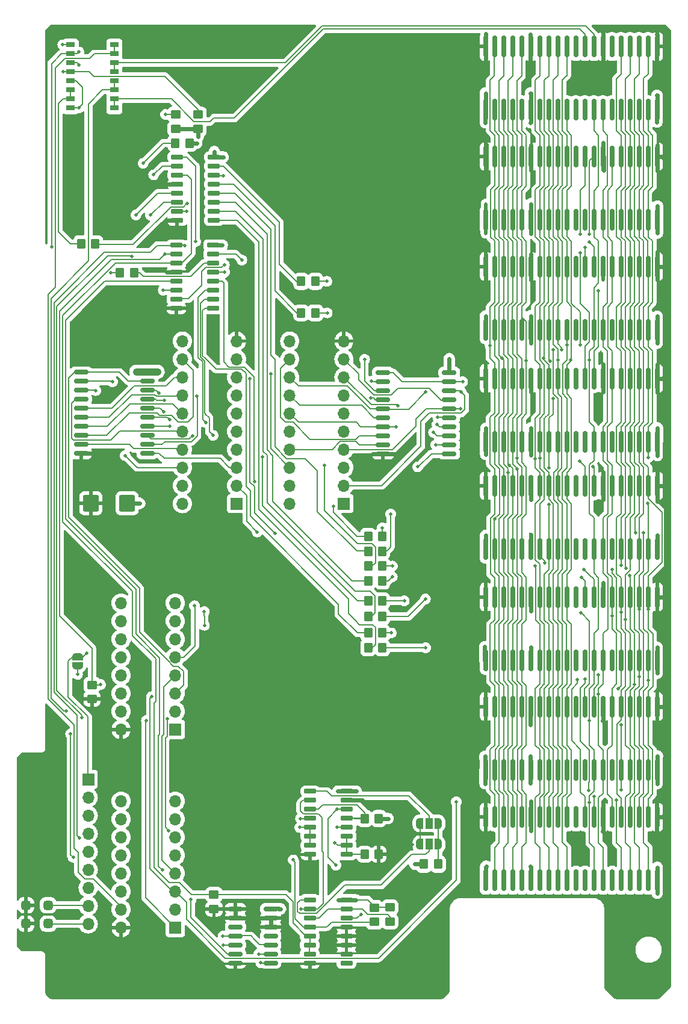
<source format=gbr>
%TF.GenerationSoftware,KiCad,Pcbnew,8.0.5*%
%TF.CreationDate,2024-11-12T15:17:28-04:00*%
%TF.ProjectId,RAMEXB_V2_Github,52414d45-5842-45f5-9632-5f4769746875,rev?*%
%TF.SameCoordinates,Original*%
%TF.FileFunction,Copper,L1,Top*%
%TF.FilePolarity,Positive*%
%FSLAX46Y46*%
G04 Gerber Fmt 4.6, Leading zero omitted, Abs format (unit mm)*
G04 Created by KiCad (PCBNEW 8.0.5) date 2024-11-12 15:17:28*
%MOMM*%
%LPD*%
G01*
G04 APERTURE LIST*
G04 Aperture macros list*
%AMRoundRect*
0 Rectangle with rounded corners*
0 $1 Rounding radius*
0 $2 $3 $4 $5 $6 $7 $8 $9 X,Y pos of 4 corners*
0 Add a 4 corners polygon primitive as box body*
4,1,4,$2,$3,$4,$5,$6,$7,$8,$9,$2,$3,0*
0 Add four circle primitives for the rounded corners*
1,1,$1+$1,$2,$3*
1,1,$1+$1,$4,$5*
1,1,$1+$1,$6,$7*
1,1,$1+$1,$8,$9*
0 Add four rect primitives between the rounded corners*
20,1,$1+$1,$2,$3,$4,$5,0*
20,1,$1+$1,$4,$5,$6,$7,0*
20,1,$1+$1,$6,$7,$8,$9,0*
20,1,$1+$1,$8,$9,$2,$3,0*%
%AMFreePoly0*
4,1,19,0.500000,-0.750000,0.000000,-0.750000,0.000000,-0.744911,-0.071157,-0.744911,-0.207708,-0.704816,-0.327430,-0.627875,-0.420627,-0.520320,-0.479746,-0.390866,-0.500000,-0.250000,-0.500000,0.250000,-0.479746,0.390866,-0.420627,0.520320,-0.327430,0.627875,-0.207708,0.704816,-0.071157,0.744911,0.000000,0.744911,0.000000,0.750000,0.500000,0.750000,0.500000,-0.750000,0.500000,-0.750000,
$1*%
%AMFreePoly1*
4,1,19,0.000000,0.744911,0.071157,0.744911,0.207708,0.704816,0.327430,0.627875,0.420627,0.520320,0.479746,0.390866,0.500000,0.250000,0.500000,-0.250000,0.479746,-0.390866,0.420627,-0.520320,0.327430,-0.627875,0.207708,-0.704816,0.071157,-0.744911,0.000000,-0.744911,0.000000,-0.750000,-0.500000,-0.750000,-0.500000,0.750000,0.000000,0.750000,0.000000,0.744911,0.000000,0.744911,
$1*%
%AMFreePoly2*
4,1,19,0.550000,-0.750000,0.000000,-0.750000,0.000000,-0.744911,-0.071157,-0.744911,-0.207708,-0.704816,-0.327430,-0.627875,-0.420627,-0.520320,-0.479746,-0.390866,-0.500000,-0.250000,-0.500000,0.250000,-0.479746,0.390866,-0.420627,0.520320,-0.327430,0.627875,-0.207708,0.704816,-0.071157,0.744911,0.000000,0.744911,0.000000,0.750000,0.550000,0.750000,0.550000,-0.750000,0.550000,-0.750000,
$1*%
%AMFreePoly3*
4,1,19,0.000000,0.744911,0.071157,0.744911,0.207708,0.704816,0.327430,0.627875,0.420627,0.520320,0.479746,0.390866,0.500000,0.250000,0.500000,-0.250000,0.479746,-0.390866,0.420627,-0.520320,0.327430,-0.627875,0.207708,-0.704816,0.071157,-0.744911,0.000000,-0.744911,0.000000,-0.750000,-0.550000,-0.750000,-0.550000,0.750000,0.000000,0.750000,0.000000,0.744911,0.000000,0.744911,
$1*%
G04 Aperture macros list end*
%TA.AperFunction,SMDPad,CuDef*%
%ADD10RoundRect,0.250000X0.350000X0.450000X-0.350000X0.450000X-0.350000X-0.450000X0.350000X-0.450000X0*%
%TD*%
%TA.AperFunction,SMDPad,CuDef*%
%ADD11RoundRect,0.150000X0.150000X-1.374000X0.150000X1.374000X-0.150000X1.374000X-0.150000X-1.374000X0*%
%TD*%
%TA.AperFunction,SMDPad,CuDef*%
%ADD12RoundRect,0.250000X0.450000X-0.350000X0.450000X0.350000X-0.450000X0.350000X-0.450000X-0.350000X0*%
%TD*%
%TA.AperFunction,SMDPad,CuDef*%
%ADD13RoundRect,0.250000X-0.350000X-0.450000X0.350000X-0.450000X0.350000X0.450000X-0.350000X0.450000X0*%
%TD*%
%TA.AperFunction,ComponentPad*%
%ADD14R,1.700000X1.700000*%
%TD*%
%TA.AperFunction,ComponentPad*%
%ADD15O,1.700000X1.700000*%
%TD*%
%TA.AperFunction,SMDPad,CuDef*%
%ADD16RoundRect,0.325000X0.325000X0.325000X-0.325000X0.325000X-0.325000X-0.325000X0.325000X-0.325000X0*%
%TD*%
%TA.AperFunction,SMDPad,CuDef*%
%ADD17R,1.250000X0.760000*%
%TD*%
%TA.AperFunction,SMDPad,CuDef*%
%ADD18FreePoly0,90.000000*%
%TD*%
%TA.AperFunction,SMDPad,CuDef*%
%ADD19FreePoly1,90.000000*%
%TD*%
%TA.AperFunction,SMDPad,CuDef*%
%ADD20RoundRect,0.150000X-0.875000X-0.150000X0.875000X-0.150000X0.875000X0.150000X-0.875000X0.150000X0*%
%TD*%
%TA.AperFunction,SMDPad,CuDef*%
%ADD21RoundRect,0.150000X-0.725000X-0.150000X0.725000X-0.150000X0.725000X0.150000X-0.725000X0.150000X0*%
%TD*%
%TA.AperFunction,SMDPad,CuDef*%
%ADD22RoundRect,0.250000X-0.450000X0.350000X-0.450000X-0.350000X0.450000X-0.350000X0.450000X0.350000X0*%
%TD*%
%TA.AperFunction,SMDPad,CuDef*%
%ADD23FreePoly2,0.000000*%
%TD*%
%TA.AperFunction,SMDPad,CuDef*%
%ADD24R,1.000000X1.500000*%
%TD*%
%TA.AperFunction,SMDPad,CuDef*%
%ADD25FreePoly3,0.000000*%
%TD*%
%TA.AperFunction,SMDPad,CuDef*%
%ADD26RoundRect,0.250000X0.875000X0.925000X-0.875000X0.925000X-0.875000X-0.925000X0.875000X-0.925000X0*%
%TD*%
%TA.AperFunction,SMDPad,CuDef*%
%ADD27RoundRect,0.150000X-0.825000X-0.150000X0.825000X-0.150000X0.825000X0.150000X-0.825000X0.150000X0*%
%TD*%
%TA.AperFunction,ViaPad*%
%ADD28C,0.500000*%
%TD*%
%TA.AperFunction,ViaPad*%
%ADD29C,0.600000*%
%TD*%
%TA.AperFunction,Conductor*%
%ADD30C,0.600000*%
%TD*%
%TA.AperFunction,Conductor*%
%ADD31C,0.500000*%
%TD*%
%TA.AperFunction,Conductor*%
%ADD32C,0.150000*%
%TD*%
%TA.AperFunction,Conductor*%
%ADD33C,1.000000*%
%TD*%
%TA.AperFunction,Conductor*%
%ADD34C,0.200000*%
%TD*%
G04 APERTURE END LIST*
D10*
%TO.P,R25,1*%
%TO.N,VCC*%
X204900000Y-127100000D03*
%TO.P,R25,2*%
%TO.N,Net-(U1-I3a)*%
X202900000Y-127100000D03*
%TD*%
D11*
%TO.P,U17,1,VCC*%
%TO.N,VCC*%
X219925000Y-27430290D03*
%TO.P,U17,2,DQ0*%
%TO.N,DQ0*%
X221195000Y-27430290D03*
%TO.P,U17,3,DQ1*%
%TO.N,DQ1*%
X222465000Y-27430290D03*
%TO.P,U17,4,DQ2*%
%TO.N,DQ2*%
X223735000Y-27430290D03*
%TO.P,U17,5,DQ3*%
%TO.N,DQ3*%
X225005000Y-27430290D03*
%TO.P,U17,6,VCC*%
%TO.N,VCC*%
X226275000Y-27430290D03*
%TO.P,U17,7,DQ4*%
%TO.N,DQ4*%
X227545000Y-27430290D03*
%TO.P,U17,8,DQ5*%
%TO.N,DQ5*%
X228815000Y-27430290D03*
%TO.P,U17,9,DQ6*%
%TO.N,DQ6*%
X230085000Y-27430290D03*
%TO.P,U17,10,DQ7*%
%TO.N,DQ7*%
X231355000Y-27430290D03*
%TO.P,U17,11*%
%TO.N,N/C*%
X232625000Y-27430290D03*
%TO.P,U17,12*%
X233895000Y-27430290D03*
%TO.P,U17,13,~{WE}*%
%TO.N,RAM-R{slash}~{W}F*%
X235165000Y-27430290D03*
%TO.P,U17,14,~{RAS}*%
%TO.N,~{RASF}*%
X236435000Y-27430290D03*
%TO.P,U17,15*%
%TO.N,N/C*%
X237705000Y-27430290D03*
%TO.P,U17,16,A0*%
%TO.N,MSRA0F*%
X238975000Y-27430290D03*
%TO.P,U17,17,A1*%
%TO.N,RA1F*%
X240245000Y-27430290D03*
%TO.P,U17,18,A2*%
%TO.N,RA2F*%
X241515000Y-27430290D03*
%TO.P,U17,19,A3*%
%TO.N,RA3F*%
X242785000Y-27430290D03*
%TO.P,U17,20,VCC*%
%TO.N,VCC*%
X244055000Y-27430290D03*
%TO.P,U17,21,GND*%
%TO.N,GND*%
X244055000Y-18540290D03*
%TO.P,U17,22,A4*%
%TO.N,RA4F*%
X242785000Y-18540290D03*
%TO.P,U17,23,A5*%
%TO.N,RA5F*%
X241515000Y-18540290D03*
%TO.P,U17,24,A6*%
%TO.N,RA6F*%
X240245000Y-18540290D03*
%TO.P,U17,25,A7*%
%TO.N,RA7F*%
X238975000Y-18540290D03*
%TO.P,U17,26,A8*%
%TO.N,unconnected-(U17-A8-Pad26)*%
X237705000Y-18540290D03*
%TO.P,U17,27,~{OE}*%
%TO.N,GND*%
X236435000Y-18540290D03*
%TO.P,U17,28,~{UCAS}*%
%TO.N,~{MSCAS3F}*%
X235165000Y-18540290D03*
%TO.P,U17,29,~{LCAS}*%
%TO.N,~{MSCAS2F}*%
X233895000Y-18540290D03*
%TO.P,U17,30*%
%TO.N,N/C*%
X232625000Y-18540290D03*
%TO.P,U17,31,DQ8*%
%TO.N,DQ8*%
X231355000Y-18540290D03*
%TO.P,U17,32,DQ9*%
%TO.N,DQ9*%
X230085000Y-18540290D03*
%TO.P,U17,33,DQ10*%
%TO.N,DQ10*%
X228815000Y-18540290D03*
%TO.P,U17,34,DQ11*%
%TO.N,DQ11*%
X227545000Y-18540290D03*
%TO.P,U17,35,GND*%
%TO.N,GND*%
X226275000Y-18540290D03*
%TO.P,U17,36,DQ12*%
%TO.N,DQ12*%
X225005000Y-18540290D03*
%TO.P,U17,37,DQ13*%
%TO.N,DQ13*%
X223735000Y-18540290D03*
%TO.P,U17,38,DQ14*%
%TO.N,DQ14*%
X222465000Y-18540290D03*
%TO.P,U17,39,DQ15*%
%TO.N,DQ15*%
X221195000Y-18540290D03*
%TO.P,U17,40,GND*%
%TO.N,GND*%
X219925000Y-18540290D03*
%TD*%
D12*
%TO.P,R3,1*%
%TO.N,GND*%
X164550000Y-110296421D03*
%TO.P,R3,2*%
%TO.N,Net-(U1-I0a)*%
X164550000Y-108296421D03*
%TD*%
D13*
%TO.P,R1,1*%
%TO.N,VCC*%
X211255000Y-133525000D03*
%TO.P,R1,2*%
%TO.N,Net-(JP1-B)*%
X213255000Y-133525000D03*
%TD*%
%TO.P,R8,1*%
%TO.N,Net-(U8-~{Y2})*%
X193995000Y-55990000D03*
%TO.P,R8,2*%
%TO.N,~{MCAS4F}*%
X195995000Y-55990000D03*
%TD*%
D12*
%TO.P,R22,1*%
%TO.N,VCC*%
X179500000Y-30070000D03*
%TO.P,R22,2*%
%TO.N,Net-(R22-Pad2)*%
X179500000Y-28070000D03*
%TD*%
D14*
%TO.P,J4,1*%
%TO.N,Net-(JP3-A)*%
X176280000Y-142440000D03*
D15*
%TO.P,J4,2*%
%TO.N,unconnected-(J4-Pad2)*%
X176280000Y-139900000D03*
%TO.P,J4,3*%
%TO.N,RAM-R{slash}~{W}F*%
X176280000Y-137360000D03*
%TO.P,J4,4*%
%TO.N,~{RASF}*%
X176280000Y-134820000D03*
%TO.P,J4,5*%
%TO.N,unconnected-(J4-Pad5)*%
X176280000Y-132280000D03*
%TO.P,J4,6*%
%TO.N,unconnected-(J4-Pad6)*%
X176280000Y-129740000D03*
%TO.P,J4,7*%
%TO.N,unconnected-(J4-Pad7)*%
X176280000Y-127200000D03*
%TO.P,J4,8*%
%TO.N,VCC*%
X176280000Y-124660000D03*
%TO.P,J4,9*%
%TO.N,unconnected-(J4-Pad9)*%
X168660000Y-124660000D03*
%TO.P,J4,10*%
%TO.N,unconnected-(J4-Pad10)*%
X168660000Y-127200000D03*
%TO.P,J4,11*%
%TO.N,unconnected-(J4-Pad11)*%
X168660000Y-129740000D03*
%TO.P,J4,12*%
%TO.N,unconnected-(J4-Pad12)*%
X168660000Y-132280000D03*
%TO.P,J4,13*%
%TO.N,unconnected-(J4-Pad13)*%
X168660000Y-134820000D03*
%TO.P,J4,14*%
%TO.N,unconnected-(J4-Pad14)*%
X168660000Y-137360000D03*
%TO.P,J4,15*%
%TO.N,~{SCAS3F}*%
X168660000Y-139900000D03*
%TO.P,J4,16*%
%TO.N,GND*%
X168660000Y-142440000D03*
%TD*%
D11*
%TO.P,U12,1,VCC*%
%TO.N,VCC*%
X219935000Y-74108651D03*
%TO.P,U12,2,DQ0*%
%TO.N,DQ0*%
X221205000Y-74108651D03*
%TO.P,U12,3,DQ1*%
%TO.N,DQ1*%
X222475000Y-74108651D03*
%TO.P,U12,4,DQ2*%
%TO.N,DQ2*%
X223745000Y-74108651D03*
%TO.P,U12,5,DQ3*%
%TO.N,DQ3*%
X225015000Y-74108651D03*
%TO.P,U12,6,VCC*%
%TO.N,VCC*%
X226285000Y-74108651D03*
%TO.P,U12,7,DQ4*%
%TO.N,DQ4*%
X227555000Y-74108651D03*
%TO.P,U12,8,DQ5*%
%TO.N,DQ5*%
X228825000Y-74108651D03*
%TO.P,U12,9,DQ6*%
%TO.N,DQ6*%
X230095000Y-74108651D03*
%TO.P,U12,10,DQ7*%
%TO.N,DQ7*%
X231365000Y-74108651D03*
%TO.P,U12,11*%
%TO.N,N/C*%
X232635000Y-74108651D03*
%TO.P,U12,12*%
X233905000Y-74108651D03*
%TO.P,U12,13,~{WE}*%
%TO.N,RAM-R{slash}~{W}F*%
X235175000Y-74108651D03*
%TO.P,U12,14,~{RAS}*%
%TO.N,~{RASF}*%
X236445000Y-74108651D03*
%TO.P,U12,15*%
%TO.N,N/C*%
X237715000Y-74108651D03*
%TO.P,U12,16,A0*%
%TO.N,MSRA0F*%
X238985000Y-74108651D03*
%TO.P,U12,17,A1*%
%TO.N,RA1F*%
X240255000Y-74108651D03*
%TO.P,U12,18,A2*%
%TO.N,RA2F*%
X241525000Y-74108651D03*
%TO.P,U12,19,A3*%
%TO.N,RA3F*%
X242795000Y-74108651D03*
%TO.P,U12,20,VCC*%
%TO.N,VCC*%
X244065000Y-74108651D03*
%TO.P,U12,21,GND*%
%TO.N,GND*%
X244065000Y-65218651D03*
%TO.P,U12,22,A4*%
%TO.N,RA4F*%
X242795000Y-65218651D03*
%TO.P,U12,23,A5*%
%TO.N,RA5F*%
X241525000Y-65218651D03*
%TO.P,U12,24,A6*%
%TO.N,RA6F*%
X240255000Y-65218651D03*
%TO.P,U12,25,A7*%
%TO.N,RA7F*%
X238985000Y-65218651D03*
%TO.P,U12,26,A8*%
%TO.N,MSRA8F*%
X237715000Y-65218651D03*
%TO.P,U12,27,~{OE}*%
%TO.N,GND*%
X236445000Y-65218651D03*
%TO.P,U12,28,~{UCAS}*%
%TO.N,~{MCAS5F}*%
X235175000Y-65218651D03*
%TO.P,U12,29,~{LCAS}*%
%TO.N,~{MCAS4F}*%
X233905000Y-65218651D03*
%TO.P,U12,30*%
%TO.N,N/C*%
X232635000Y-65218651D03*
%TO.P,U12,31,DQ8*%
%TO.N,DQ8*%
X231365000Y-65218651D03*
%TO.P,U12,32,DQ9*%
%TO.N,DQ9*%
X230095000Y-65218651D03*
%TO.P,U12,33,DQ10*%
%TO.N,DQ10*%
X228825000Y-65218651D03*
%TO.P,U12,34,DQ11*%
%TO.N,DQ11*%
X227555000Y-65218651D03*
%TO.P,U12,35,GND*%
%TO.N,GND*%
X226285000Y-65218651D03*
%TO.P,U12,36,DQ12*%
%TO.N,DQ12*%
X225015000Y-65218651D03*
%TO.P,U12,37,DQ13*%
%TO.N,DQ13*%
X223745000Y-65218651D03*
%TO.P,U12,38,DQ14*%
%TO.N,DQ14*%
X222475000Y-65218651D03*
%TO.P,U12,39,DQ15*%
%TO.N,DQ15*%
X221205000Y-65218651D03*
%TO.P,U12,40,GND*%
%TO.N,GND*%
X219935000Y-65218651D03*
%TD*%
D14*
%TO.P,U21,1,OEa*%
%TO.N,unconnected-(U21-OEa-Pad1)*%
X200000000Y-82811400D03*
D15*
%TO.P,U21,2,I0a*%
%TO.N,DQ8*%
X200000000Y-80271400D03*
%TO.P,U21,3,O3b*%
%TO.N,D12*%
X200000000Y-77731400D03*
%TO.P,U21,4,I1a*%
%TO.N,DQ9*%
X200000000Y-75191400D03*
%TO.P,U21,5,O2b*%
%TO.N,D13*%
X200000000Y-72651400D03*
%TO.P,U21,6,I2a*%
%TO.N,DQ10*%
X200000000Y-70111400D03*
%TO.P,U21,7,O1b*%
%TO.N,D14*%
X200000000Y-67571400D03*
%TO.P,U21,8,I3a*%
%TO.N,DQ11*%
X200000000Y-65031400D03*
%TO.P,U21,9,O0b*%
%TO.N,D15*%
X200000000Y-62491400D03*
%TO.P,U21,10,GND*%
%TO.N,GND*%
X200000000Y-59951400D03*
%TO.P,U21,11,I0b*%
%TO.N,DQ15*%
X192380000Y-59951400D03*
%TO.P,U21,12,O3a*%
%TO.N,D11*%
X192380000Y-62491400D03*
%TO.P,U21,13,I1b*%
%TO.N,DQ14*%
X192380000Y-65031400D03*
%TO.P,U21,14,O2a*%
%TO.N,D10*%
X192380000Y-67571400D03*
%TO.P,U21,15,I2b*%
%TO.N,DQ13*%
X192380000Y-70111400D03*
%TO.P,U21,16,O1a*%
%TO.N,D9*%
X192380000Y-72651400D03*
%TO.P,U21,17,I3b*%
%TO.N,DQ12*%
X192380000Y-75191400D03*
%TO.P,U21,18,O0a*%
%TO.N,D8*%
X192380000Y-77731400D03*
%TO.P,U21,19,OEb*%
%TO.N,unconnected-(U21-OEb-Pad19)*%
X192380000Y-80271400D03*
%TO.P,U21,20,VCC*%
%TO.N,VCC*%
X192380000Y-82811400D03*
%TD*%
D16*
%TO.P,D1,1,K*%
%TO.N,~{MCAS0}*%
X158390000Y-139290000D03*
%TO.P,D1,2,A*%
%TO.N,GND*%
X155290000Y-139290000D03*
%TD*%
D17*
%TO.P,SWA1,1*%
%TO.N,Net-(R22-Pad2)*%
X161560000Y-18290000D03*
%TO.P,SWA1,2*%
%TO.N,~{MCAS3F}*%
X161560000Y-19560000D03*
%TO.P,SWA1,3*%
X161560000Y-20830000D03*
%TO.P,SWA1,4*%
%TO.N,Net-(R22-Pad2)*%
X161560000Y-22100000D03*
%TO.P,SWA1,5*%
%TO.N,Net-(R23-Pad2)*%
X161560000Y-23370000D03*
%TO.P,SWA1,6*%
%TO.N,~{MCAS2F}*%
X161560000Y-24640000D03*
%TO.P,SWA1,7*%
X161560000Y-25910000D03*
%TO.P,SWA1,8*%
%TO.N,Net-(R23-Pad2)*%
X161560000Y-27180000D03*
%TO.P,SWA1,9*%
%TO.N,~{MSCAS2F}*%
X167710000Y-27180000D03*
%TO.P,SWA1,10*%
X167710000Y-25910000D03*
%TO.P,SWA1,11*%
%TO.N,~{SCAS2F}*%
X167710000Y-24640000D03*
%TO.P,SWA1,12*%
X167710000Y-23370000D03*
%TO.P,SWA1,13*%
%TO.N,~{MSCAS3F}*%
X167710000Y-22100000D03*
%TO.P,SWA1,14*%
X167710000Y-20830000D03*
%TO.P,SWA1,15*%
%TO.N,~{SCAS3F}*%
X167710000Y-19560000D03*
%TO.P,SWA1,16*%
X167710000Y-18290000D03*
%TD*%
D12*
%TO.P,R4,1*%
%TO.N,GND*%
X181720000Y-139800000D03*
%TO.P,R4,2*%
%TO.N,Net-(U2-I0a)*%
X181720000Y-137800000D03*
%TD*%
D11*
%TO.P,U16,1,VCC*%
%TO.N,VCC*%
X219935000Y-135799994D03*
%TO.P,U16,2,DQ0*%
%TO.N,DQ0*%
X221205000Y-135799994D03*
%TO.P,U16,3,DQ1*%
%TO.N,DQ1*%
X222475000Y-135799994D03*
%TO.P,U16,4,DQ2*%
%TO.N,DQ2*%
X223745000Y-135799994D03*
%TO.P,U16,5,DQ3*%
%TO.N,DQ3*%
X225015000Y-135799994D03*
%TO.P,U16,6,VCC*%
%TO.N,VCC*%
X226285000Y-135799994D03*
%TO.P,U16,7,DQ4*%
%TO.N,DQ4*%
X227555000Y-135799994D03*
%TO.P,U16,8,DQ5*%
%TO.N,DQ5*%
X228825000Y-135799994D03*
%TO.P,U16,9,DQ6*%
%TO.N,DQ6*%
X230095000Y-135799994D03*
%TO.P,U16,10,DQ7*%
%TO.N,DQ7*%
X231365000Y-135799994D03*
%TO.P,U16,11*%
%TO.N,N/C*%
X232635000Y-135799994D03*
%TO.P,U16,12*%
X233905000Y-135799994D03*
%TO.P,U16,13,~{WE}*%
%TO.N,RAM-R{slash}~{W}F*%
X235175000Y-135799994D03*
%TO.P,U16,14,~{RAS}*%
%TO.N,~{RASF}*%
X236445000Y-135799994D03*
%TO.P,U16,15*%
%TO.N,N/C*%
X237715000Y-135799994D03*
%TO.P,U16,16,A0*%
%TO.N,MSRA0F*%
X238985000Y-135799994D03*
%TO.P,U16,17,A1*%
%TO.N,RA1F*%
X240255000Y-135799994D03*
%TO.P,U16,18,A2*%
%TO.N,RA2F*%
X241525000Y-135799994D03*
%TO.P,U16,19,A3*%
%TO.N,RA3F*%
X242795000Y-135799994D03*
%TO.P,U16,20,VCC*%
%TO.N,VCC*%
X244065000Y-135799994D03*
%TO.P,U16,21,GND*%
%TO.N,GND*%
X244065000Y-126909994D03*
%TO.P,U16,22,A4*%
%TO.N,RA4F*%
X242795000Y-126909994D03*
%TO.P,U16,23,A5*%
%TO.N,RA5F*%
X241525000Y-126909994D03*
%TO.P,U16,24,A6*%
%TO.N,RA6F*%
X240255000Y-126909994D03*
%TO.P,U16,25,A7*%
%TO.N,RA7F*%
X238985000Y-126909994D03*
%TO.P,U16,26,A8*%
%TO.N,MSRA8F*%
X237715000Y-126909994D03*
%TO.P,U16,27,~{OE}*%
%TO.N,GND*%
X236445000Y-126909994D03*
%TO.P,U16,28,~{UCAS}*%
%TO.N,~{MCAS13F}*%
X235175000Y-126909994D03*
%TO.P,U16,29,~{LCAS}*%
%TO.N,~{MCAS12F}*%
X233905000Y-126909994D03*
%TO.P,U16,30*%
%TO.N,N/C*%
X232635000Y-126909994D03*
%TO.P,U16,31,DQ8*%
%TO.N,DQ8*%
X231365000Y-126909994D03*
%TO.P,U16,32,DQ9*%
%TO.N,DQ9*%
X230095000Y-126909994D03*
%TO.P,U16,33,DQ10*%
%TO.N,DQ10*%
X228825000Y-126909994D03*
%TO.P,U16,34,DQ11*%
%TO.N,DQ11*%
X227555000Y-126909994D03*
%TO.P,U16,35,GND*%
%TO.N,GND*%
X226285000Y-126909994D03*
%TO.P,U16,36,DQ12*%
%TO.N,DQ12*%
X225015000Y-126909994D03*
%TO.P,U16,37,DQ13*%
%TO.N,DQ13*%
X223745000Y-126909994D03*
%TO.P,U16,38,DQ14*%
%TO.N,DQ14*%
X222475000Y-126909994D03*
%TO.P,U16,39,DQ15*%
%TO.N,DQ15*%
X221205000Y-126909994D03*
%TO.P,U16,40,GND*%
%TO.N,GND*%
X219935000Y-126909994D03*
%TD*%
%TO.P,U10,1,VCC*%
%TO.N,VCC*%
X219935000Y-58349171D03*
%TO.P,U10,2,DQ0*%
%TO.N,DQ0*%
X221205000Y-58349171D03*
%TO.P,U10,3,DQ1*%
%TO.N,DQ1*%
X222475000Y-58349171D03*
%TO.P,U10,4,DQ2*%
%TO.N,DQ2*%
X223745000Y-58349171D03*
%TO.P,U10,5,DQ3*%
%TO.N,DQ3*%
X225015000Y-58349171D03*
%TO.P,U10,6,VCC*%
%TO.N,VCC*%
X226285000Y-58349171D03*
%TO.P,U10,7,DQ4*%
%TO.N,DQ4*%
X227555000Y-58349171D03*
%TO.P,U10,8,DQ5*%
%TO.N,DQ5*%
X228825000Y-58349171D03*
%TO.P,U10,9,DQ6*%
%TO.N,DQ6*%
X230095000Y-58349171D03*
%TO.P,U10,10,DQ7*%
%TO.N,DQ7*%
X231365000Y-58349171D03*
%TO.P,U10,11*%
%TO.N,N/C*%
X232635000Y-58349171D03*
%TO.P,U10,12*%
X233905000Y-58349171D03*
%TO.P,U10,13,~{WE}*%
%TO.N,RAM-R{slash}~{W}F*%
X235175000Y-58349171D03*
%TO.P,U10,14,~{RAS}*%
%TO.N,~{RASF}*%
X236445000Y-58349171D03*
%TO.P,U10,15*%
%TO.N,N/C*%
X237715000Y-58349171D03*
%TO.P,U10,16,A0*%
%TO.N,MSRA0F*%
X238985000Y-58349171D03*
%TO.P,U10,17,A1*%
%TO.N,RA1F*%
X240255000Y-58349171D03*
%TO.P,U10,18,A2*%
%TO.N,RA2F*%
X241525000Y-58349171D03*
%TO.P,U10,19,A3*%
%TO.N,RA3F*%
X242795000Y-58349171D03*
%TO.P,U10,20,VCC*%
%TO.N,VCC*%
X244065000Y-58349171D03*
%TO.P,U10,21,GND*%
%TO.N,GND*%
X244065000Y-49459171D03*
%TO.P,U10,22,A4*%
%TO.N,RA4F*%
X242795000Y-49459171D03*
%TO.P,U10,23,A5*%
%TO.N,RA5F*%
X241525000Y-49459171D03*
%TO.P,U10,24,A6*%
%TO.N,RA6F*%
X240255000Y-49459171D03*
%TO.P,U10,25,A7*%
%TO.N,RA7F*%
X238985000Y-49459171D03*
%TO.P,U10,26,A8*%
%TO.N,MSRA8F*%
X237715000Y-49459171D03*
%TO.P,U10,27,~{OE}*%
%TO.N,GND*%
X236445000Y-49459171D03*
%TO.P,U10,28,~{UCAS}*%
%TO.N,~{MCAS1F}*%
X235175000Y-49459171D03*
%TO.P,U10,29,~{LCAS}*%
%TO.N,~{MCAS0F}*%
X233905000Y-49459171D03*
%TO.P,U10,30*%
%TO.N,N/C*%
X232635000Y-49459171D03*
%TO.P,U10,31,DQ8*%
%TO.N,DQ8*%
X231365000Y-49459171D03*
%TO.P,U10,32,DQ9*%
%TO.N,DQ9*%
X230095000Y-49459171D03*
%TO.P,U10,33,DQ10*%
%TO.N,DQ10*%
X228825000Y-49459171D03*
%TO.P,U10,34,DQ11*%
%TO.N,DQ11*%
X227555000Y-49459171D03*
%TO.P,U10,35,GND*%
%TO.N,GND*%
X226285000Y-49459171D03*
%TO.P,U10,36,DQ12*%
%TO.N,DQ12*%
X225015000Y-49459171D03*
%TO.P,U10,37,DQ13*%
%TO.N,DQ13*%
X223745000Y-49459171D03*
%TO.P,U10,38,DQ14*%
%TO.N,DQ14*%
X222475000Y-49459171D03*
%TO.P,U10,39,DQ15*%
%TO.N,DQ15*%
X221205000Y-49459171D03*
%TO.P,U10,40,GND*%
%TO.N,GND*%
X219935000Y-49459171D03*
%TD*%
D18*
%TO.P,JP3,1,A*%
%TO.N,Net-(JP3-A)*%
X162525000Y-105625000D03*
D19*
%TO.P,JP3,2,B*%
%TO.N,MSRA8F*%
X162525000Y-104325000D03*
%TD*%
D20*
%TO.P,U5,1,1OE*%
%TO.N,RAM-R{slash}~{W}F*%
X163050000Y-64333600D03*
%TO.P,U5,2,1A0*%
%TO.N,D0*%
X163050000Y-65603600D03*
%TO.P,U5,3,2Y0*%
%TO.N,DQ7*%
X163050000Y-66873600D03*
%TO.P,U5,4,1A1*%
%TO.N,D1*%
X163050000Y-68143600D03*
%TO.P,U5,5,2Y1*%
%TO.N,DQ6*%
X163050000Y-69413600D03*
%TO.P,U5,6,1A2*%
%TO.N,D2*%
X163050000Y-70683600D03*
%TO.P,U5,7,2Y2*%
%TO.N,DQ5*%
X163050000Y-71953600D03*
%TO.P,U5,8,1A3*%
%TO.N,D3*%
X163050000Y-73223600D03*
%TO.P,U5,9,2Y3*%
%TO.N,DQ4*%
X163050000Y-74493600D03*
%TO.P,U5,10,GND*%
%TO.N,GND*%
X163050000Y-75763600D03*
%TO.P,U5,11,2A3*%
%TO.N,D4*%
X172350000Y-75763600D03*
%TO.P,U5,12,1Y3*%
%TO.N,DQ3*%
X172350000Y-74493600D03*
%TO.P,U5,13,2A2*%
%TO.N,D5*%
X172350000Y-73223600D03*
%TO.P,U5,14,1Y2*%
%TO.N,DQ2*%
X172350000Y-71953600D03*
%TO.P,U5,15,2A1*%
%TO.N,D6*%
X172350000Y-70683600D03*
%TO.P,U5,16,1Y1*%
%TO.N,DQ1*%
X172350000Y-69413600D03*
%TO.P,U5,17,2A0*%
%TO.N,D7*%
X172350000Y-68143600D03*
%TO.P,U5,18,1Y0*%
%TO.N,DQ0*%
X172350000Y-66873600D03*
%TO.P,U5,19,2OE*%
%TO.N,RAM-R{slash}~{W}F*%
X172350000Y-65603600D03*
%TO.P,U5,20,VCC*%
%TO.N,VCC*%
X172350000Y-64333600D03*
%TD*%
D11*
%TO.P,U13,1,VCC*%
%TO.N,VCC*%
X219935000Y-120251410D03*
%TO.P,U13,2,DQ0*%
%TO.N,DQ0*%
X221205000Y-120251410D03*
%TO.P,U13,3,DQ1*%
%TO.N,DQ1*%
X222475000Y-120251410D03*
%TO.P,U13,4,DQ2*%
%TO.N,DQ2*%
X223745000Y-120251410D03*
%TO.P,U13,5,DQ3*%
%TO.N,DQ3*%
X225015000Y-120251410D03*
%TO.P,U13,6,VCC*%
%TO.N,VCC*%
X226285000Y-120251410D03*
%TO.P,U13,7,DQ4*%
%TO.N,DQ4*%
X227555000Y-120251410D03*
%TO.P,U13,8,DQ5*%
%TO.N,DQ5*%
X228825000Y-120251410D03*
%TO.P,U13,9,DQ6*%
%TO.N,DQ6*%
X230095000Y-120251410D03*
%TO.P,U13,10,DQ7*%
%TO.N,DQ7*%
X231365000Y-120251410D03*
%TO.P,U13,11*%
%TO.N,N/C*%
X232635000Y-120251410D03*
%TO.P,U13,12*%
X233905000Y-120251410D03*
%TO.P,U13,13,~{WE}*%
%TO.N,RAM-R{slash}~{W}F*%
X235175000Y-120251410D03*
%TO.P,U13,14,~{RAS}*%
%TO.N,~{RASF}*%
X236445000Y-120251410D03*
%TO.P,U13,15*%
%TO.N,N/C*%
X237715000Y-120251410D03*
%TO.P,U13,16,A0*%
%TO.N,MSRA0F*%
X238985000Y-120251410D03*
%TO.P,U13,17,A1*%
%TO.N,RA1F*%
X240255000Y-120251410D03*
%TO.P,U13,18,A2*%
%TO.N,RA2F*%
X241525000Y-120251410D03*
%TO.P,U13,19,A3*%
%TO.N,RA3F*%
X242795000Y-120251410D03*
%TO.P,U13,20,VCC*%
%TO.N,VCC*%
X244065000Y-120251410D03*
%TO.P,U13,21,GND*%
%TO.N,GND*%
X244065000Y-111361410D03*
%TO.P,U13,22,A4*%
%TO.N,RA4F*%
X242795000Y-111361410D03*
%TO.P,U13,23,A5*%
%TO.N,RA5F*%
X241525000Y-111361410D03*
%TO.P,U13,24,A6*%
%TO.N,RA6F*%
X240255000Y-111361410D03*
%TO.P,U13,25,A7*%
%TO.N,RA7F*%
X238985000Y-111361410D03*
%TO.P,U13,26,A8*%
%TO.N,MSRA8F*%
X237715000Y-111361410D03*
%TO.P,U13,27,~{OE}*%
%TO.N,GND*%
X236445000Y-111361410D03*
%TO.P,U13,28,~{UCAS}*%
%TO.N,~{MCAS11F}*%
X235175000Y-111361410D03*
%TO.P,U13,29,~{LCAS}*%
%TO.N,~{MCAS10F}*%
X233905000Y-111361410D03*
%TO.P,U13,30*%
%TO.N,N/C*%
X232635000Y-111361410D03*
%TO.P,U13,31,DQ8*%
%TO.N,DQ8*%
X231365000Y-111361410D03*
%TO.P,U13,32,DQ9*%
%TO.N,DQ9*%
X230095000Y-111361410D03*
%TO.P,U13,33,DQ10*%
%TO.N,DQ10*%
X228825000Y-111361410D03*
%TO.P,U13,34,DQ11*%
%TO.N,DQ11*%
X227555000Y-111361410D03*
%TO.P,U13,35,GND*%
%TO.N,GND*%
X226285000Y-111361410D03*
%TO.P,U13,36,DQ12*%
%TO.N,DQ12*%
X225015000Y-111361410D03*
%TO.P,U13,37,DQ13*%
%TO.N,DQ13*%
X223745000Y-111361410D03*
%TO.P,U13,38,DQ14*%
%TO.N,DQ14*%
X222475000Y-111361410D03*
%TO.P,U13,39,DQ15*%
%TO.N,DQ15*%
X221205000Y-111361410D03*
%TO.P,U13,40,GND*%
%TO.N,GND*%
X219935000Y-111361410D03*
%TD*%
D14*
%TO.P,U20,1,OEa*%
%TO.N,unconnected-(U20-OEa-Pad1)*%
X184900000Y-82811400D03*
D15*
%TO.P,U20,2,I0a*%
%TO.N,DQ0*%
X184900000Y-80271400D03*
%TO.P,U20,3,O3b*%
%TO.N,D4*%
X184900000Y-77731400D03*
%TO.P,U20,4,I1a*%
%TO.N,DQ1*%
X184900000Y-75191400D03*
%TO.P,U20,5,O2b*%
%TO.N,D5*%
X184900000Y-72651400D03*
%TO.P,U20,6,I2a*%
%TO.N,DQ2*%
X184900000Y-70111400D03*
%TO.P,U20,7,O1b*%
%TO.N,D6*%
X184900000Y-67571400D03*
%TO.P,U20,8,I3a*%
%TO.N,DQ3*%
X184900000Y-65031400D03*
%TO.P,U20,9,O0b*%
%TO.N,D7*%
X184900000Y-62491400D03*
%TO.P,U20,10,GND*%
%TO.N,GND*%
X184900000Y-59951400D03*
%TO.P,U20,11,I0b*%
%TO.N,DQ7*%
X177280000Y-59951400D03*
%TO.P,U20,12,O3a*%
%TO.N,D3*%
X177280000Y-62491400D03*
%TO.P,U20,13,I1b*%
%TO.N,DQ6*%
X177280000Y-65031400D03*
%TO.P,U20,14,O2a*%
%TO.N,D2*%
X177280000Y-67571400D03*
%TO.P,U20,15,I2b*%
%TO.N,DQ5*%
X177280000Y-70111400D03*
%TO.P,U20,16,O1a*%
%TO.N,D1*%
X177280000Y-72651400D03*
%TO.P,U20,17,I3b*%
%TO.N,DQ4*%
X177280000Y-75191400D03*
%TO.P,U20,18,O0a*%
%TO.N,D0*%
X177280000Y-77731400D03*
%TO.P,U20,19,OEb*%
%TO.N,unconnected-(U20-OEb-Pad19)*%
X177280000Y-80271400D03*
%TO.P,U20,20,VCC*%
%TO.N,VCC*%
X177280000Y-82811400D03*
%TD*%
D13*
%TO.P,R14,1*%
%TO.N,Net-(U8-~{Y6})*%
X203400000Y-103100000D03*
%TO.P,R14,2*%
%TO.N,~{MCAS12F}*%
X205400000Y-103100000D03*
%TD*%
%TO.P,R12,1*%
%TO.N,Net-(U9-~{Y5})*%
X203400000Y-96500000D03*
%TO.P,R12,2*%
%TO.N,~{MCAS11F}*%
X205400000Y-96500000D03*
%TD*%
D16*
%TO.P,D2,1,K*%
%TO.N,~{MCAS1}*%
X158390000Y-141900000D03*
%TO.P,D2,2,A*%
%TO.N,GND*%
X155290000Y-141900000D03*
%TD*%
D13*
%TO.P,R16,1*%
%TO.N,Net-(U9-~{Y4})*%
X203400000Y-91600000D03*
%TO.P,R16,2*%
%TO.N,~{MCAS9F}*%
X205400000Y-91600000D03*
%TD*%
D21*
%TO.P,U9,1,A0*%
%TO.N,Net-(U1-I0b)*%
X176425000Y-46455000D03*
%TO.P,U9,2,A1*%
%TO.N,Net-(U1-I0a)*%
X176425000Y-47725000D03*
%TO.P,U9,3,A2*%
%TO.N,Net-(U2-I0a)*%
X176425000Y-48995000D03*
%TO.P,U9,4,~{E0}*%
%TO.N,GND*%
X176425000Y-50265000D03*
%TO.P,U9,5,~{E1}*%
%TO.N,Net-(U9-~{E1})*%
X176425000Y-51535000D03*
%TO.P,U9,6,E2*%
%TO.N,Net-(U8-E2)*%
X176425000Y-52805000D03*
%TO.P,U9,7,~{Y7}*%
%TO.N,Net-(U9-~{Y7})*%
X176425000Y-54075000D03*
%TO.P,U9,8,GND*%
%TO.N,GND*%
X176425000Y-55345000D03*
%TO.P,U9,9,~{Y6}*%
%TO.N,Net-(U9-~{Y6})*%
X181575000Y-55345000D03*
%TO.P,U9,10,~{Y5}*%
%TO.N,Net-(U9-~{Y5})*%
X181575000Y-54075000D03*
%TO.P,U9,11,~{Y4}*%
%TO.N,Net-(U9-~{Y4})*%
X181575000Y-52805000D03*
%TO.P,U9,12,~{Y3}*%
%TO.N,Net-(U9-~{Y3})*%
X181575000Y-51535000D03*
%TO.P,U9,13,~{Y2}*%
%TO.N,Net-(U9-~{Y2})*%
X181575000Y-50265000D03*
%TO.P,U9,14,~{Y1}*%
%TO.N,Net-(U9-~{Y1})*%
X181575000Y-48995000D03*
%TO.P,U9,15,~{Y0}*%
%TO.N,Net-(U9-~{Y0})*%
X181575000Y-47725000D03*
%TO.P,U9,16,VCC*%
%TO.N,VCC*%
X181575000Y-46455000D03*
%TD*%
%TO.P,U8,1,A0*%
%TO.N,Net-(U1-I0b)*%
X176550000Y-34080000D03*
%TO.P,U8,2,A1*%
%TO.N,Net-(U1-I0a)*%
X176550000Y-35350000D03*
%TO.P,U8,3,A2*%
%TO.N,Net-(U2-I0a)*%
X176550000Y-36620000D03*
%TO.P,U8,4,~{E0}*%
%TO.N,GND*%
X176550000Y-37890000D03*
%TO.P,U8,5,~{E1}*%
%TO.N,Net-(U8-~{E1})*%
X176550000Y-39160000D03*
%TO.P,U8,6,E2*%
%TO.N,Net-(U8-E2)*%
X176550000Y-40430000D03*
%TO.P,U8,7,~{Y7}*%
%TO.N,Net-(U8-~{Y7})*%
X176550000Y-41700000D03*
%TO.P,U8,8,GND*%
%TO.N,GND*%
X176550000Y-42970000D03*
%TO.P,U8,9,~{Y6}*%
%TO.N,Net-(U8-~{Y6})*%
X181700000Y-42970000D03*
%TO.P,U8,10,~{Y5}*%
%TO.N,Net-(U8-~{Y5})*%
X181700000Y-41700000D03*
%TO.P,U8,11,~{Y4}*%
%TO.N,Net-(U8-~{Y4})*%
X181700000Y-40430000D03*
%TO.P,U8,12,~{Y3}*%
%TO.N,Net-(U8-~{Y3})*%
X181700000Y-39160000D03*
%TO.P,U8,13,~{Y2}*%
%TO.N,Net-(U8-~{Y2})*%
X181700000Y-37890000D03*
%TO.P,U8,14,~{Y1}*%
%TO.N,Net-(U8-~{Y1})*%
X181700000Y-36620000D03*
%TO.P,U8,15,~{Y0}*%
%TO.N,Net-(U8-~{Y0})*%
X181700000Y-35350000D03*
%TO.P,U8,16,VCC*%
%TO.N,VCC*%
X181700000Y-34080000D03*
%TD*%
D13*
%TO.P,R6,1*%
%TO.N,Net-(U8-~{Y0})*%
X193995000Y-51556000D03*
%TO.P,R6,2*%
%TO.N,~{MCAS0F}*%
X195995000Y-51556000D03*
%TD*%
%TO.P,R15,1*%
%TO.N,Net-(U9-~{Y6})*%
X203400000Y-101000000D03*
%TO.P,R15,2*%
%TO.N,~{MCAS13F}*%
X205400000Y-101000000D03*
%TD*%
D10*
%TO.P,R5,1*%
%TO.N,GND*%
X204900000Y-132130000D03*
%TO.P,R5,2*%
%TO.N,Net-(U1-I0b)*%
X202900000Y-132130000D03*
%TD*%
%TO.P,R19,1*%
%TO.N,Net-(U9-~{Y1})*%
X170480000Y-50336790D03*
%TO.P,R19,2*%
%TO.N,~{MCAS3F}*%
X168480000Y-50336790D03*
%TD*%
D13*
%TO.P,R13,1*%
%TO.N,Net-(U8-~{Y5})*%
X203400000Y-98700000D03*
%TO.P,R13,2*%
%TO.N,~{MCAS10F}*%
X205400000Y-98700000D03*
%TD*%
D20*
%TO.P,U6,1,1OE*%
%TO.N,RAM-R{slash}~{W}F*%
X205505000Y-64385000D03*
%TO.P,U6,2,1A0*%
%TO.N,D8*%
X205505000Y-65655000D03*
%TO.P,U6,3,2Y0*%
%TO.N,DQ15*%
X205505000Y-66925000D03*
%TO.P,U6,4,1A1*%
%TO.N,D9*%
X205505000Y-68195000D03*
%TO.P,U6,5,2Y1*%
%TO.N,DQ14*%
X205505000Y-69465000D03*
%TO.P,U6,6,1A2*%
%TO.N,D10*%
X205505000Y-70735000D03*
%TO.P,U6,7,2Y2*%
%TO.N,DQ13*%
X205505000Y-72005000D03*
%TO.P,U6,8,1A3*%
%TO.N,D11*%
X205505000Y-73275000D03*
%TO.P,U6,9,2Y3*%
%TO.N,DQ12*%
X205505000Y-74545000D03*
%TO.P,U6,10,GND*%
%TO.N,GND*%
X205505000Y-75815000D03*
%TO.P,U6,11,2A3*%
%TO.N,D12*%
X214805000Y-75815000D03*
%TO.P,U6,12,1Y3*%
%TO.N,DQ11*%
X214805000Y-74545000D03*
%TO.P,U6,13,2A2*%
%TO.N,D13*%
X214805000Y-73275000D03*
%TO.P,U6,14,1Y2*%
%TO.N,DQ10*%
X214805000Y-72005000D03*
%TO.P,U6,15,2A1*%
%TO.N,D14*%
X214805000Y-70735000D03*
%TO.P,U6,16,1Y1*%
%TO.N,DQ9*%
X214805000Y-69465000D03*
%TO.P,U6,17,2A0*%
%TO.N,D15*%
X214805000Y-68195000D03*
%TO.P,U6,18,1Y0*%
%TO.N,DQ8*%
X214805000Y-66925000D03*
%TO.P,U6,19,2OE*%
%TO.N,RAM-R{slash}~{W}F*%
X214805000Y-65655000D03*
%TO.P,U6,20,VCC*%
%TO.N,VCC*%
X214805000Y-64385000D03*
%TD*%
D22*
%TO.P,R27,1*%
%TO.N,VCC*%
X204280000Y-139640000D03*
%TO.P,R27,2*%
%TO.N,A21*%
X204280000Y-141640000D03*
%TD*%
D13*
%TO.P,R17,1*%
%TO.N,Net-(U9-~{Y3})*%
X203400000Y-87400000D03*
%TO.P,R17,2*%
%TO.N,~{MCAS7F}*%
X205400000Y-87400000D03*
%TD*%
D21*
%TO.P,U1,1,OEa*%
%TO.N,Net-(JP1-C)*%
X195250000Y-123280000D03*
%TO.P,U1,2,A1*%
%TO.N,~{RAS}*%
X195250000Y-124550000D03*
%TO.P,U1,3,I3a*%
%TO.N,Net-(U1-I3a)*%
X195250000Y-125820000D03*
%TO.P,U1,4,I2a*%
%TO.N,A20*%
X195250000Y-127090000D03*
%TO.P,U1,5,I1a*%
%TO.N,Net-(U1-I0a)*%
X195250000Y-128360000D03*
%TO.P,U1,6,I0a*%
X195250000Y-129630000D03*
%TO.P,U1,7,Za*%
X195250000Y-130900000D03*
%TO.P,U1,8,GND*%
%TO.N,GND*%
X195250000Y-132170000D03*
%TO.P,U1,9,Zb*%
%TO.N,Net-(U1-I0b)*%
X200400000Y-132170000D03*
%TO.P,U1,10,I0b*%
X200400000Y-130900000D03*
%TO.P,U1,11,I1b*%
X200400000Y-129630000D03*
%TO.P,U1,12,I2b*%
%TO.N,A19*%
X200400000Y-128360000D03*
%TO.P,U1,13,I3b*%
%TO.N,Net-(U1-I3a)*%
X200400000Y-127090000D03*
%TO.P,U1,14,A0*%
%TO.N,VID\u005C~{u}*%
X200400000Y-125820000D03*
%TO.P,U1,15,OEb*%
%TO.N,GND*%
X200400000Y-124550000D03*
%TO.P,U1,16,VCC*%
%TO.N,VCC*%
X200400000Y-123280000D03*
%TD*%
D23*
%TO.P,JP2,1,A*%
%TO.N,GND*%
X210650000Y-130726000D03*
D24*
%TO.P,JP2,2,C*%
%TO.N,Net-(JP2-C)*%
X211950000Y-130726000D03*
D25*
%TO.P,JP2,3,B*%
%TO.N,Net-(JP1-B)*%
X213250000Y-130726000D03*
%TD*%
D13*
%TO.P,R10,1*%
%TO.N,Net-(U8-~{Y4})*%
X203400000Y-93700000D03*
%TO.P,R10,2*%
%TO.N,~{MCAS8F}*%
X205400000Y-93700000D03*
%TD*%
D26*
%TO.P,C2,1*%
%TO.N,VCC*%
X169495000Y-82775000D03*
%TO.P,C2,2*%
%TO.N,GND*%
X164395000Y-82775000D03*
%TD*%
D14*
%TO.P,J3,1*%
%TO.N,Net-(JP3-A)*%
X176280000Y-114580000D03*
D15*
%TO.P,J3,2*%
%TO.N,unconnected-(J3-Pad2)*%
X176280000Y-112040000D03*
%TO.P,J3,3*%
%TO.N,RAM-R{slash}~{W}F*%
X176280000Y-109500000D03*
%TO.P,J3,4*%
%TO.N,~{RASF}*%
X176280000Y-106960000D03*
%TO.P,J3,5*%
%TO.N,MSRA0F*%
X176280000Y-104420000D03*
%TO.P,J3,6*%
%TO.N,RA2F*%
X176280000Y-101880000D03*
%TO.P,J3,7*%
%TO.N,RA1F*%
X176280000Y-99340000D03*
%TO.P,J3,8*%
%TO.N,VCC*%
X176280000Y-96800000D03*
%TO.P,J3,9*%
%TO.N,RA7F*%
X168660000Y-96800000D03*
%TO.P,J3,10*%
%TO.N,RA5F*%
X168660000Y-99340000D03*
%TO.P,J3,11*%
%TO.N,RA4F*%
X168660000Y-101880000D03*
%TO.P,J3,12*%
%TO.N,RA3F*%
X168660000Y-104420000D03*
%TO.P,J3,13*%
%TO.N,RA6F*%
X168660000Y-106960000D03*
%TO.P,J3,14*%
%TO.N,unconnected-(J3-Pad14)*%
X168660000Y-109500000D03*
%TO.P,J3,15*%
%TO.N,~{SCAS2F}*%
X168660000Y-112040000D03*
%TO.P,J3,16*%
%TO.N,GND*%
X168660000Y-114580000D03*
%TD*%
D13*
%TO.P,R9,1*%
%TO.N,Net-(U8-~{Y3})*%
X203400000Y-89500000D03*
%TO.P,R9,2*%
%TO.N,~{MCAS6F}*%
X205400000Y-89500000D03*
%TD*%
D10*
%TO.P,R7,1*%
%TO.N,Net-(U8-~{Y1})*%
X165040000Y-46260000D03*
%TO.P,R7,2*%
%TO.N,~{MCAS2F}*%
X163040000Y-46260000D03*
%TD*%
D11*
%TO.P,U14,1,VCC*%
%TO.N,VCC*%
X219935000Y-104849804D03*
%TO.P,U14,2,DQ0*%
%TO.N,DQ0*%
X221205000Y-104849804D03*
%TO.P,U14,3,DQ1*%
%TO.N,DQ1*%
X222475000Y-104849804D03*
%TO.P,U14,4,DQ2*%
%TO.N,DQ2*%
X223745000Y-104849804D03*
%TO.P,U14,5,DQ3*%
%TO.N,DQ3*%
X225015000Y-104849804D03*
%TO.P,U14,6,VCC*%
%TO.N,VCC*%
X226285000Y-104849804D03*
%TO.P,U14,7,DQ4*%
%TO.N,DQ4*%
X227555000Y-104849804D03*
%TO.P,U14,8,DQ5*%
%TO.N,DQ5*%
X228825000Y-104849804D03*
%TO.P,U14,9,DQ6*%
%TO.N,DQ6*%
X230095000Y-104849804D03*
%TO.P,U14,10,DQ7*%
%TO.N,DQ7*%
X231365000Y-104849804D03*
%TO.P,U14,11*%
%TO.N,N/C*%
X232635000Y-104849804D03*
%TO.P,U14,12*%
X233905000Y-104849804D03*
%TO.P,U14,13,~{WE}*%
%TO.N,RAM-R{slash}~{W}F*%
X235175000Y-104849804D03*
%TO.P,U14,14,~{RAS}*%
%TO.N,~{RASF}*%
X236445000Y-104849804D03*
%TO.P,U14,15*%
%TO.N,N/C*%
X237715000Y-104849804D03*
%TO.P,U14,16,A0*%
%TO.N,MSRA0F*%
X238985000Y-104849804D03*
%TO.P,U14,17,A1*%
%TO.N,RA1F*%
X240255000Y-104849804D03*
%TO.P,U14,18,A2*%
%TO.N,RA2F*%
X241525000Y-104849804D03*
%TO.P,U14,19,A3*%
%TO.N,RA3F*%
X242795000Y-104849804D03*
%TO.P,U14,20,VCC*%
%TO.N,VCC*%
X244065000Y-104849804D03*
%TO.P,U14,21,GND*%
%TO.N,GND*%
X244065000Y-95959804D03*
%TO.P,U14,22,A4*%
%TO.N,RA4F*%
X242795000Y-95959804D03*
%TO.P,U14,23,A5*%
%TO.N,RA5F*%
X241525000Y-95959804D03*
%TO.P,U14,24,A6*%
%TO.N,RA6F*%
X240255000Y-95959804D03*
%TO.P,U14,25,A7*%
%TO.N,RA7F*%
X238985000Y-95959804D03*
%TO.P,U14,26,A8*%
%TO.N,MSRA8F*%
X237715000Y-95959804D03*
%TO.P,U14,27,~{OE}*%
%TO.N,GND*%
X236445000Y-95959804D03*
%TO.P,U14,28,~{UCAS}*%
%TO.N,~{MCAS9F}*%
X235175000Y-95959804D03*
%TO.P,U14,29,~{LCAS}*%
%TO.N,~{MCAS8F}*%
X233905000Y-95959804D03*
%TO.P,U14,30*%
%TO.N,N/C*%
X232635000Y-95959804D03*
%TO.P,U14,31,DQ8*%
%TO.N,DQ8*%
X231365000Y-95959804D03*
%TO.P,U14,32,DQ9*%
%TO.N,DQ9*%
X230095000Y-95959804D03*
%TO.P,U14,33,DQ10*%
%TO.N,DQ10*%
X228825000Y-95959804D03*
%TO.P,U14,34,DQ11*%
%TO.N,DQ11*%
X227555000Y-95959804D03*
%TO.P,U14,35,GND*%
%TO.N,GND*%
X226285000Y-95959804D03*
%TO.P,U14,36,DQ12*%
%TO.N,DQ12*%
X225015000Y-95959804D03*
%TO.P,U14,37,DQ13*%
%TO.N,DQ13*%
X223745000Y-95959804D03*
%TO.P,U14,38,DQ14*%
%TO.N,DQ14*%
X222475000Y-95959804D03*
%TO.P,U14,39,DQ15*%
%TO.N,DQ15*%
X221205000Y-95959804D03*
%TO.P,U14,40,GND*%
%TO.N,GND*%
X219935000Y-95959804D03*
%TD*%
D21*
%TO.P,U2,1,OEa*%
%TO.N,Net-(JP2-C)*%
X195200000Y-138540000D03*
%TO.P,U2,2,A1*%
%TO.N,~{RAS}*%
X195200000Y-139810000D03*
%TO.P,U2,3,I3a*%
%TO.N,Net-(U2-I3a)*%
X195200000Y-141080000D03*
%TO.P,U2,4,I2a*%
%TO.N,A21*%
X195200000Y-142350000D03*
%TO.P,U2,5,I1a*%
%TO.N,Net-(U2-I0a)*%
X195200000Y-143620000D03*
%TO.P,U2,6,I0a*%
X195200000Y-144890000D03*
%TO.P,U2,7,Za*%
X195200000Y-146160000D03*
%TO.P,U2,8,GND*%
%TO.N,GND*%
X195200000Y-147430000D03*
%TO.P,U2,9,Zb*%
%TO.N,unconnected-(U2-Zb-Pad9)*%
X200350000Y-147430000D03*
%TO.P,U2,10,I0b*%
%TO.N,GND*%
X200350000Y-146160000D03*
%TO.P,U2,11,I1b*%
X200350000Y-144890000D03*
%TO.P,U2,12,I2b*%
X200350000Y-143620000D03*
%TO.P,U2,13,I3b*%
X200350000Y-142350000D03*
%TO.P,U2,14,A0*%
%TO.N,VID\u005C~{u}*%
X200350000Y-141080000D03*
%TO.P,U2,15,OEb*%
%TO.N,Net-(U2-I3a)*%
X200350000Y-139810000D03*
%TO.P,U2,16,VCC*%
%TO.N,VCC*%
X200350000Y-138540000D03*
%TD*%
D22*
%TO.P,R2,1*%
%TO.N,VCC*%
X206480000Y-139610000D03*
%TO.P,R2,2*%
%TO.N,Net-(U2-I3a)*%
X206480000Y-141610000D03*
%TD*%
D11*
%TO.P,U15,1,VCC*%
%TO.N,VCC*%
X219935000Y-42890000D03*
%TO.P,U15,2,DQ0*%
%TO.N,DQ0*%
X221205000Y-42890000D03*
%TO.P,U15,3,DQ1*%
%TO.N,DQ1*%
X222475000Y-42890000D03*
%TO.P,U15,4,DQ2*%
%TO.N,DQ2*%
X223745000Y-42890000D03*
%TO.P,U15,5,DQ3*%
%TO.N,DQ3*%
X225015000Y-42890000D03*
%TO.P,U15,6,VCC*%
%TO.N,VCC*%
X226285000Y-42890000D03*
%TO.P,U15,7,DQ4*%
%TO.N,DQ4*%
X227555000Y-42890000D03*
%TO.P,U15,8,DQ5*%
%TO.N,DQ5*%
X228825000Y-42890000D03*
%TO.P,U15,9,DQ6*%
%TO.N,DQ6*%
X230095000Y-42890000D03*
%TO.P,U15,10,DQ7*%
%TO.N,DQ7*%
X231365000Y-42890000D03*
%TO.P,U15,11*%
%TO.N,N/C*%
X232635000Y-42890000D03*
%TO.P,U15,12*%
X233905000Y-42890000D03*
%TO.P,U15,13,~{WE}*%
%TO.N,RAM-R{slash}~{W}F*%
X235175000Y-42890000D03*
%TO.P,U15,14,~{RAS}*%
%TO.N,~{RASF}*%
X236445000Y-42890000D03*
%TO.P,U15,15*%
%TO.N,N/C*%
X237715000Y-42890000D03*
%TO.P,U15,16,A0*%
%TO.N,MSRA0F*%
X238985000Y-42890000D03*
%TO.P,U15,17,A1*%
%TO.N,RA1F*%
X240255000Y-42890000D03*
%TO.P,U15,18,A2*%
%TO.N,RA2F*%
X241525000Y-42890000D03*
%TO.P,U15,19,A3*%
%TO.N,RA3F*%
X242795000Y-42890000D03*
%TO.P,U15,20,VCC*%
%TO.N,VCC*%
X244065000Y-42890000D03*
%TO.P,U15,21,GND*%
%TO.N,GND*%
X244065000Y-34000000D03*
%TO.P,U15,22,A4*%
%TO.N,RA4F*%
X242795000Y-34000000D03*
%TO.P,U15,23,A5*%
%TO.N,RA5F*%
X241525000Y-34000000D03*
%TO.P,U15,24,A6*%
%TO.N,RA6F*%
X240255000Y-34000000D03*
%TO.P,U15,25,A7*%
%TO.N,RA7F*%
X238985000Y-34000000D03*
%TO.P,U15,26,A8*%
%TO.N,MSRA8F*%
X237715000Y-34000000D03*
%TO.P,U15,27,~{OE}*%
%TO.N,GND*%
X236445000Y-34000000D03*
%TO.P,U15,28,~{UCAS}*%
%TO.N,~{MCAS15F}*%
X235175000Y-34000000D03*
%TO.P,U15,29,~{LCAS}*%
%TO.N,~{MCAS14F}*%
X233905000Y-34000000D03*
%TO.P,U15,30*%
%TO.N,N/C*%
X232635000Y-34000000D03*
%TO.P,U15,31,DQ8*%
%TO.N,DQ8*%
X231365000Y-34000000D03*
%TO.P,U15,32,DQ9*%
%TO.N,DQ9*%
X230095000Y-34000000D03*
%TO.P,U15,33,DQ10*%
%TO.N,DQ10*%
X228825000Y-34000000D03*
%TO.P,U15,34,DQ11*%
%TO.N,DQ11*%
X227555000Y-34000000D03*
%TO.P,U15,35,GND*%
%TO.N,GND*%
X226285000Y-34000000D03*
%TO.P,U15,36,DQ12*%
%TO.N,DQ12*%
X225015000Y-34000000D03*
%TO.P,U15,37,DQ13*%
%TO.N,DQ13*%
X223745000Y-34000000D03*
%TO.P,U15,38,DQ14*%
%TO.N,DQ14*%
X222475000Y-34000000D03*
%TO.P,U15,39,DQ15*%
%TO.N,DQ15*%
X221205000Y-34000000D03*
%TO.P,U15,40,GND*%
%TO.N,GND*%
X219935000Y-34000000D03*
%TD*%
D12*
%TO.P,R23,1*%
%TO.N,VCC*%
X176350000Y-30070000D03*
%TO.P,R23,2*%
%TO.N,Net-(R23-Pad2)*%
X176350000Y-28070000D03*
%TD*%
D27*
%TO.P,U7,1*%
%TO.N,GND*%
X184750000Y-139795000D03*
%TO.P,U7,2*%
X184750000Y-141065000D03*
%TO.P,U7,3*%
%TO.N,unconnected-(U7-Pad3)*%
X184750000Y-142335000D03*
%TO.P,U7,4*%
%TO.N,MC2M*%
X184750000Y-143605000D03*
%TO.P,U7,5*%
%TO.N,~{MCAS1}*%
X184750000Y-144875000D03*
%TO.P,U7,6*%
%TO.N,Net-(U9-~{E1})*%
X184750000Y-146145000D03*
%TO.P,U7,7,GND*%
%TO.N,GND*%
X184750000Y-147415000D03*
%TO.P,U7,8*%
%TO.N,Net-(U8-~{E1})*%
X189700000Y-147415000D03*
%TO.P,U7,9*%
%TO.N,~{MCAS0}*%
X189700000Y-146145000D03*
%TO.P,U7,10*%
%TO.N,MC2M*%
X189700000Y-144875000D03*
%TO.P,U7,11*%
%TO.N,unconnected-(U7-Pad11)*%
X189700000Y-143605000D03*
%TO.P,U7,12*%
%TO.N,GND*%
X189700000Y-142335000D03*
%TO.P,U7,13*%
X189700000Y-141065000D03*
%TO.P,U7,14,VCC*%
%TO.N,VCC*%
X189700000Y-139795000D03*
%TD*%
D11*
%TO.P,U11,1,VCC*%
%TO.N,VCC*%
X219935000Y-89206285D03*
%TO.P,U11,2,DQ0*%
%TO.N,DQ0*%
X221205000Y-89206285D03*
%TO.P,U11,3,DQ1*%
%TO.N,DQ1*%
X222475000Y-89206285D03*
%TO.P,U11,4,DQ2*%
%TO.N,DQ2*%
X223745000Y-89206285D03*
%TO.P,U11,5,DQ3*%
%TO.N,DQ3*%
X225015000Y-89206285D03*
%TO.P,U11,6,VCC*%
%TO.N,VCC*%
X226285000Y-89206285D03*
%TO.P,U11,7,DQ4*%
%TO.N,DQ4*%
X227555000Y-89206285D03*
%TO.P,U11,8,DQ5*%
%TO.N,DQ5*%
X228825000Y-89206285D03*
%TO.P,U11,9,DQ6*%
%TO.N,DQ6*%
X230095000Y-89206285D03*
%TO.P,U11,10,DQ7*%
%TO.N,DQ7*%
X231365000Y-89206285D03*
%TO.P,U11,11*%
%TO.N,N/C*%
X232635000Y-89206285D03*
%TO.P,U11,12*%
X233905000Y-89206285D03*
%TO.P,U11,13,~{WE}*%
%TO.N,RAM-R{slash}~{W}F*%
X235175000Y-89206285D03*
%TO.P,U11,14,~{RAS}*%
%TO.N,~{RASF}*%
X236445000Y-89206285D03*
%TO.P,U11,15*%
%TO.N,N/C*%
X237715000Y-89206285D03*
%TO.P,U11,16,A0*%
%TO.N,MSRA0F*%
X238985000Y-89206285D03*
%TO.P,U11,17,A1*%
%TO.N,RA1F*%
X240255000Y-89206285D03*
%TO.P,U11,18,A2*%
%TO.N,RA2F*%
X241525000Y-89206285D03*
%TO.P,U11,19,A3*%
%TO.N,RA3F*%
X242795000Y-89206285D03*
%TO.P,U11,20,VCC*%
%TO.N,VCC*%
X244065000Y-89206285D03*
%TO.P,U11,21,GND*%
%TO.N,GND*%
X244065000Y-80316285D03*
%TO.P,U11,22,A4*%
%TO.N,RA4F*%
X242795000Y-80316285D03*
%TO.P,U11,23,A5*%
%TO.N,RA5F*%
X241525000Y-80316285D03*
%TO.P,U11,24,A6*%
%TO.N,RA6F*%
X240255000Y-80316285D03*
%TO.P,U11,25,A7*%
%TO.N,RA7F*%
X238985000Y-80316285D03*
%TO.P,U11,26,A8*%
%TO.N,MSRA8F*%
X237715000Y-80316285D03*
%TO.P,U11,27,~{OE}*%
%TO.N,GND*%
X236445000Y-80316285D03*
%TO.P,U11,28,~{UCAS}*%
%TO.N,~{MCAS7F}*%
X235175000Y-80316285D03*
%TO.P,U11,29,~{LCAS}*%
%TO.N,~{MCAS6F}*%
X233905000Y-80316285D03*
%TO.P,U11,30*%
%TO.N,N/C*%
X232635000Y-80316285D03*
%TO.P,U11,31,DQ8*%
%TO.N,DQ8*%
X231365000Y-80316285D03*
%TO.P,U11,32,DQ9*%
%TO.N,DQ9*%
X230095000Y-80316285D03*
%TO.P,U11,33,DQ10*%
%TO.N,DQ10*%
X228825000Y-80316285D03*
%TO.P,U11,34,DQ11*%
%TO.N,DQ11*%
X227555000Y-80316285D03*
%TO.P,U11,35,GND*%
%TO.N,GND*%
X226285000Y-80316285D03*
%TO.P,U11,36,DQ12*%
%TO.N,DQ12*%
X225015000Y-80316285D03*
%TO.P,U11,37,DQ13*%
%TO.N,DQ13*%
X223745000Y-80316285D03*
%TO.P,U11,38,DQ14*%
%TO.N,DQ14*%
X222475000Y-80316285D03*
%TO.P,U11,39,DQ15*%
%TO.N,DQ15*%
X221205000Y-80316285D03*
%TO.P,U11,40,GND*%
%TO.N,GND*%
X219935000Y-80316285D03*
%TD*%
D10*
%TO.P,R26,1*%
%TO.N,VCC*%
X178300000Y-32100000D03*
%TO.P,R26,2*%
%TO.N,Net-(U8-E2)*%
X176300000Y-32100000D03*
%TD*%
D23*
%TO.P,JP1,1,A*%
%TO.N,GND*%
X210660000Y-127782000D03*
D24*
%TO.P,JP1,2,C*%
%TO.N,Net-(JP1-C)*%
X211960000Y-127782000D03*
D25*
%TO.P,JP1,3,B*%
%TO.N,Net-(JP1-B)*%
X213260000Y-127782000D03*
%TD*%
D14*
%TO.P,J5,1,Pin_1*%
%TO.N,MSRA8F*%
X164025000Y-121595000D03*
D15*
%TO.P,J5,2,Pin_2*%
%TO.N,A19*%
X164025000Y-124135000D03*
%TO.P,J5,3,Pin_3*%
%TO.N,A20*%
X164025000Y-126675000D03*
%TO.P,J5,4,Pin_4*%
%TO.N,A21*%
X164025000Y-129215000D03*
%TO.P,J5,5,Pin_5*%
%TO.N,VID\u005C~{u}*%
X164025000Y-131755000D03*
%TO.P,J5,6,Pin_6*%
%TO.N,MC2M*%
X164025000Y-134295000D03*
%TO.P,J5,7,Pin_7*%
%TO.N,~{RAS}*%
X164025000Y-136835000D03*
%TO.P,J5,8,Pin_8*%
%TO.N,~{MCAS0}*%
X164025000Y-139375000D03*
%TO.P,J5,9,Pin_9*%
%TO.N,~{MCAS1}*%
X164025000Y-141915000D03*
%TD*%
D28*
%TO.N,GND*%
X236400000Y-113350000D03*
X181600000Y-57400000D03*
X154380000Y-136260000D03*
X220000000Y-32300000D03*
X171250000Y-132250000D03*
X185340000Y-129850000D03*
X168750000Y-62270000D03*
X204500000Y-83500000D03*
X214150000Y-147150000D03*
X233000000Y-132450000D03*
X197110000Y-46020000D03*
X161930000Y-35310000D03*
X210300000Y-86700000D03*
X237000000Y-139300000D03*
X219955892Y-113320150D03*
X184860000Y-57320000D03*
X219941135Y-67470000D03*
X245550000Y-139250000D03*
X178510000Y-49150000D03*
X209580000Y-110750000D03*
X226317055Y-67134111D03*
X174700000Y-62300000D03*
X160700000Y-150750000D03*
X219950000Y-128900000D03*
X171750000Y-107000000D03*
X190750000Y-25230000D03*
X197750000Y-144365000D03*
X226250000Y-20337500D03*
X219950000Y-98310000D03*
X244900000Y-150150000D03*
X237450000Y-145050000D03*
X207460000Y-75940000D03*
X244040000Y-51350671D03*
X236470000Y-82233385D03*
X185340000Y-135830000D03*
X236440000Y-124710000D03*
X226297629Y-82260783D03*
X215720000Y-82890000D03*
X195010000Y-135740000D03*
X241500000Y-141850000D03*
X168030000Y-148000000D03*
X194030000Y-16630000D03*
X244065871Y-47400000D03*
X196930000Y-19190000D03*
X196100000Y-101300000D03*
X166290000Y-35290000D03*
X204000000Y-75800000D03*
X217610000Y-97140000D03*
X166040000Y-68020000D03*
X244020000Y-16817500D03*
X226286000Y-47749171D03*
X180000000Y-39120000D03*
X202800000Y-124790000D03*
X226287276Y-97891716D03*
X182100000Y-77400000D03*
X174860000Y-94130000D03*
X203900000Y-52450000D03*
X209580000Y-130750000D03*
X236450000Y-63250000D03*
X236453176Y-67096665D03*
X174500000Y-79500000D03*
X219580000Y-130750000D03*
X185960000Y-101410000D03*
X181600000Y-59800000D03*
X226330000Y-35920000D03*
X214310000Y-99670000D03*
X211710000Y-74440000D03*
X174690000Y-38190000D03*
X166380000Y-98050000D03*
X181870000Y-147890000D03*
X197750000Y-143210000D03*
X226248000Y-16817500D03*
X226250000Y-113900000D03*
X219920000Y-16717500D03*
X191240000Y-19480000D03*
X180250000Y-151750000D03*
X175075000Y-50265000D03*
X180500000Y-75200000D03*
X168690000Y-116620000D03*
X165460000Y-118300000D03*
X187900000Y-22660000D03*
X189580000Y-110750000D03*
X226328000Y-32400000D03*
X239580000Y-150750000D03*
X237500000Y-150100000D03*
X173800000Y-101800000D03*
X178030000Y-57140000D03*
X203910000Y-50620000D03*
X244000000Y-129370000D03*
X165080000Y-92270000D03*
X164340000Y-85830000D03*
X163040000Y-77310000D03*
X194580000Y-120750000D03*
X166500000Y-130000000D03*
X185340000Y-123980000D03*
X171890000Y-49840000D03*
X174920000Y-42970000D03*
X170460000Y-76030000D03*
X244047809Y-78287275D03*
X226280000Y-51370671D03*
X219900000Y-124600000D03*
X215800000Y-86600000D03*
X220000926Y-36000000D03*
X179580000Y-110750000D03*
X166630000Y-114560000D03*
X172750000Y-99500000D03*
X193770000Y-22200000D03*
X190880000Y-55180000D03*
X219921000Y-47800000D03*
X214580000Y-120750000D03*
X173850000Y-76810000D03*
X244050000Y-67150000D03*
X154380000Y-145080000D03*
X236410000Y-16487500D03*
X219920926Y-20417500D03*
X181770000Y-141810000D03*
X178760000Y-90130000D03*
X244070000Y-82503385D03*
X199580000Y-110750000D03*
X174920000Y-86020000D03*
X236459992Y-78340007D03*
X197750000Y-151750000D03*
X204580000Y-120750000D03*
X174180000Y-45540000D03*
X219920000Y-51400671D03*
X226274600Y-128808466D03*
X161000000Y-114220000D03*
X195950000Y-62480000D03*
X170980000Y-92550000D03*
X161100000Y-140640000D03*
X214000000Y-151550000D03*
X218100000Y-73400000D03*
X162480000Y-98890000D03*
X197750000Y-145520000D03*
X244000000Y-124540000D03*
X202450000Y-147690000D03*
X170700000Y-114630000D03*
X245350000Y-145150000D03*
X236450000Y-93950000D03*
X154380000Y-118620000D03*
X174660000Y-36620000D03*
X236420000Y-20327500D03*
X166480000Y-104390000D03*
X186740000Y-145140000D03*
X236410000Y-128920000D03*
X161310000Y-88010000D03*
X171250000Y-129750000D03*
X161400000Y-92240000D03*
X237680000Y-132560000D03*
X154380000Y-127440000D03*
X214580000Y-140750000D03*
X167630000Y-89060000D03*
X236420000Y-51340671D03*
X165250000Y-75750000D03*
X171240000Y-124340000D03*
X218100000Y-70700000D03*
X197110000Y-48250000D03*
X219927715Y-82373249D03*
X178620000Y-143600000D03*
X172620000Y-97010000D03*
X166270000Y-142450000D03*
X244030000Y-20427500D03*
X185340000Y-132260000D03*
X171050000Y-142520000D03*
X226290656Y-124649999D03*
X171740000Y-43370000D03*
X170650000Y-103240000D03*
X162540000Y-108860000D03*
X236500000Y-35910000D03*
X244074162Y-63233489D03*
X184580000Y-120750000D03*
X187080000Y-59930000D03*
X180750000Y-81750000D03*
X210490000Y-147050000D03*
X244110000Y-36010000D03*
X171790000Y-46330000D03*
X236490000Y-32070000D03*
%TO.N,RAM-R{slash}~{W}F*%
X234547998Y-62650000D03*
X234510000Y-113340000D03*
X234490000Y-124840000D03*
X215810000Y-124740000D03*
X172955000Y-109975000D03*
X216693249Y-65675000D03*
%TO.N,DQ14*%
X222240000Y-62375000D03*
X211500000Y-67100000D03*
%TO.N,DQ12*%
X224350000Y-76427229D03*
%TO.N,DQ13*%
X223288376Y-77411624D03*
X207305000Y-72005000D03*
%TO.N,DQ0*%
X221200000Y-85000000D03*
X173932100Y-67248200D03*
X187810000Y-86800000D03*
%TO.N,DQ10*%
X228071021Y-62387227D03*
X213100000Y-71700000D03*
%TO.N,DQ2*%
X224369124Y-77940876D03*
X175522528Y-71953600D03*
%TO.N,DQ5*%
X228827639Y-77774999D03*
X228795374Y-82904626D03*
X186770000Y-65200000D03*
X190280000Y-87020000D03*
X228986183Y-62814432D03*
X229400000Y-68000000D03*
%TO.N,DQ7*%
X231340000Y-60530000D03*
X233230000Y-60500000D03*
X165110000Y-66910000D03*
%TO.N,DQ11*%
X226883224Y-76500000D03*
X212936049Y-74546049D03*
X207550000Y-69050000D03*
%TO.N,DQ9*%
X230095000Y-62580000D03*
X216400000Y-69500000D03*
%TO.N,DQ3*%
X225650000Y-62675000D03*
X179325000Y-67711451D03*
%TO.N,DQ8*%
X216500000Y-67100000D03*
X231900000Y-62630000D03*
%TO.N,DQ6*%
X229461183Y-61214124D03*
X230650000Y-61190000D03*
%TO.N,DQ15*%
X202895876Y-62534124D03*
X220560000Y-60560000D03*
%TO.N,DQ1*%
X223100000Y-78475000D03*
X174683300Y-69908600D03*
%TO.N,DQ4*%
X227555000Y-76380000D03*
X228220000Y-91180000D03*
X226930000Y-91570000D03*
%TO.N,D6*%
X175518400Y-71041100D03*
%TO.N,D0*%
X169217900Y-76053200D03*
X167460000Y-65690000D03*
%TO.N,D7*%
X174720000Y-68250000D03*
%TO.N,D5*%
X178690000Y-73250000D03*
%TO.N,D9*%
X203740000Y-67960000D03*
%TO.N,D8*%
X203820000Y-65610000D03*
X189740000Y-64530000D03*
%TO.N,D14*%
X213200000Y-70700000D03*
%TO.N,D12*%
X210370000Y-77645000D03*
%TO.N,D13*%
X212600000Y-72800000D03*
%TO.N,~{RASF}*%
X235800000Y-109590000D03*
%TO.N,RA5F*%
X242145846Y-86900000D03*
X241050000Y-86900000D03*
X241530000Y-97710000D03*
%TO.N,RA2F*%
X241500000Y-107150000D03*
%TO.N,RA7F*%
X238985000Y-98100000D03*
%TO.N,RA6F*%
X239649192Y-91930000D03*
X240890000Y-108239124D03*
X240200000Y-92970000D03*
%TO.N,RA3F*%
X242795000Y-107700000D03*
X242750000Y-82800000D03*
X242800000Y-76300000D03*
%TO.N,~{MCAS1F}*%
X234500000Y-46010000D03*
%TO.N,~{MCAS0F}*%
X197620000Y-51550000D03*
X233910876Y-46799124D03*
%TO.N,RA4F*%
X242795000Y-97700000D03*
%TO.N,MSRA0F*%
X237710000Y-92110000D03*
X238544629Y-108874629D03*
X238985000Y-123100000D03*
X178980000Y-97180000D03*
X238328245Y-124500000D03*
X239000000Y-113900000D03*
X239000000Y-91500000D03*
%TO.N,RA1F*%
X239609611Y-99080000D03*
%TO.N,VCC*%
X244070000Y-87213385D03*
X226280000Y-56400671D03*
X226210000Y-122163510D03*
X226300000Y-72163651D03*
X219985971Y-40650000D03*
D29*
X226287900Y-87161985D03*
D28*
X219970000Y-44800000D03*
X219840000Y-118333510D03*
X182888802Y-46455591D03*
X226220000Y-118333510D03*
X199109762Y-123273021D03*
X220000000Y-133800000D03*
X219929815Y-75870184D03*
X226300000Y-103016904D03*
X219910000Y-56410671D03*
X244069103Y-106656078D03*
X226300000Y-44810000D03*
X179510000Y-31190000D03*
X244020000Y-29177500D03*
X244100000Y-72200000D03*
X244100000Y-118303510D03*
X244064999Y-137604768D03*
X201740820Y-123279999D03*
X219890000Y-29217500D03*
X199190000Y-138530000D03*
X226280000Y-60250671D03*
X244078339Y-103035617D03*
X179290000Y-32120000D03*
X244050000Y-60250671D03*
X244020000Y-25367500D03*
X226300049Y-75969607D03*
X219840000Y-122183510D03*
X219936567Y-87274292D03*
X191080000Y-139810000D03*
X226220000Y-133859994D03*
X226220000Y-29227500D03*
X219960000Y-72200000D03*
X244100000Y-44760000D03*
X171255730Y-82760627D03*
X209960000Y-133520000D03*
X226220000Y-25067500D03*
X206192747Y-127098889D03*
X201640000Y-138530000D03*
X244071689Y-133966017D03*
X183000000Y-34070000D03*
X181762500Y-33290000D03*
X219820000Y-102916904D03*
X226300000Y-40650000D03*
X219905971Y-25067500D03*
X244050752Y-122198120D03*
X244060000Y-56410671D03*
X173780000Y-64300000D03*
X244090974Y-76036820D03*
X170810000Y-64280000D03*
X244100000Y-40950000D03*
X214805000Y-62435000D03*
%TO.N,~{MCAS5F}*%
X235810000Y-52860000D03*
%TO.N,~{MCAS4F}*%
X233260000Y-47580000D03*
X197640000Y-55990000D03*
%TO.N,~{MCAS7F}*%
X235000000Y-77600000D03*
X205400000Y-86218853D03*
%TO.N,~{MCAS6F}*%
X206575217Y-84290000D03*
X233170000Y-76870000D03*
%TO.N,~{MCAS9F}*%
X233770000Y-92045000D03*
X206810000Y-91600000D03*
%TO.N,~{MCAS8F}*%
X233370000Y-93160000D03*
X206790000Y-93110000D03*
%TO.N,~{MCAS11F}*%
X208480000Y-96500000D03*
X235800000Y-106914124D03*
%TO.N,~{MCAS10F}*%
X233360000Y-98170000D03*
X211450000Y-96240000D03*
%TO.N,~{MCAS13F}*%
X234440000Y-123180000D03*
X206670000Y-101010000D03*
X233890000Y-107450000D03*
X235200000Y-124000000D03*
%TO.N,~{MCAS12F}*%
X211510000Y-103100000D03*
X232850000Y-107553510D03*
%TO.N,~{MCAS15F}*%
X234490000Y-44880000D03*
%TO.N,~{MCAS14F}*%
X233270000Y-44890000D03*
%TO.N,~{MCAS0}*%
X188030000Y-146145000D03*
%TO.N,~{MCAS3F}*%
X167230000Y-50349780D03*
X162750000Y-19300000D03*
X162710000Y-21090000D03*
X158870000Y-46680000D03*
%TO.N,~{MCAS1}*%
X182995000Y-144875000D03*
%TO.N,MC2M*%
X182990000Y-143605000D03*
%TO.N,A21*%
X192860000Y-132930000D03*
%TO.N,A19*%
X199020000Y-128350000D03*
%TO.N,VID\u005C~{u}*%
X199030000Y-125820000D03*
X202390000Y-140560000D03*
X198890000Y-133680000D03*
%TO.N,A20*%
X193900000Y-127100000D03*
%TO.N,Net-(U8-~{Y1})*%
X177970000Y-40570000D03*
X183070000Y-36690000D03*
%TO.N,Net-(U8-~{Y7})*%
X177910000Y-41700000D03*
%TO.N,Net-(U9-~{Y5})*%
X188530000Y-76270000D03*
X181610876Y-73239124D03*
%TO.N,Net-(U9-~{Y4})*%
X197240000Y-77420000D03*
X180535950Y-71385950D03*
%TO.N,Net-(U9-~{Y3})*%
X187400000Y-79750000D03*
X198500300Y-83201324D03*
%TO.N,Net-(U9-~{Y2})*%
X183190000Y-50265000D03*
%TO.N,Net-(U9-~{Y0})*%
X185625000Y-48565000D03*
%TO.N,Net-(U9-~{Y7})*%
X183170000Y-49210000D03*
%TO.N,Net-(U8-E2)*%
X171754743Y-34970000D03*
X172754743Y-42235000D03*
X174590000Y-52800000D03*
%TO.N,Net-(U9-~{E1})*%
X174480000Y-134350000D03*
X178500000Y-138500000D03*
%TO.N,Net-(U8-~{E1})*%
X163105000Y-112925000D03*
X161910000Y-132570000D03*
X188310000Y-147400000D03*
X170190000Y-48020000D03*
X161560000Y-115210000D03*
X170734743Y-42220000D03*
%TO.N,Net-(U1-I0a)*%
X174800000Y-47725000D03*
X193790000Y-128360000D03*
X175340000Y-128785000D03*
X175170000Y-113120000D03*
X173229743Y-36580000D03*
X165760000Y-108260000D03*
%TO.N,Net-(U1-I0b)*%
X179150000Y-45970000D03*
X177610000Y-46495245D03*
X162825876Y-129874124D03*
X198690000Y-130480000D03*
%TO.N,~{RAS}*%
X193933553Y-139810000D03*
%TO.N,Net-(R22-Pad2)*%
X160460000Y-18290000D03*
X160480000Y-22100000D03*
%TO.N,Net-(R23-Pad2)*%
X162710000Y-27170000D03*
X174920000Y-28080000D03*
%TO.N,MSRA8F*%
X180360000Y-97990000D03*
X237715000Y-98575000D03*
X163830000Y-103810000D03*
X180370000Y-99930000D03*
%TO.N,~{SCAS2F}*%
X160930000Y-112000000D03*
%TO.N,Net-(JP3-A)*%
X172225000Y-113335000D03*
X162520000Y-106840000D03*
%TD*%
D30*
%TO.N,GND*%
X245310000Y-112430000D02*
X245310000Y-111300000D01*
X244065000Y-80316285D02*
X245137100Y-80316285D01*
X244055000Y-78318385D02*
X244060000Y-78323385D01*
X219921000Y-47800000D02*
X219921000Y-51399671D01*
X245028224Y-65145427D02*
X245116777Y-65056874D01*
X244056000Y-51334671D02*
X244040000Y-51350671D01*
X236420000Y-18622790D02*
X236435000Y-18607790D01*
X244055000Y-18607790D02*
X244055000Y-16852500D01*
X245290000Y-126296447D02*
X245290000Y-112450000D01*
X226310000Y-65243651D02*
X226285000Y-65218651D01*
X226248000Y-16817500D02*
X226248000Y-18580790D01*
X226250000Y-18632790D02*
X226275000Y-18607790D01*
D31*
X236431000Y-51329671D02*
X236431000Y-49501171D01*
D30*
X236445000Y-126909994D02*
X236445000Y-124715000D01*
X236445000Y-124715000D02*
X236440000Y-124710000D01*
X244110000Y-36010000D02*
X244100000Y-36000000D01*
X236435000Y-16512500D02*
X236410000Y-16487500D01*
X236445000Y-78354999D02*
X236459992Y-78340007D01*
X219925000Y-20413426D02*
X219920926Y-20417500D01*
X219940000Y-65223651D02*
X219935000Y-65218651D01*
X226285000Y-80316285D02*
X226285000Y-82248154D01*
X204000000Y-75800000D02*
X205490000Y-75800000D01*
X244065208Y-126910202D02*
X244709386Y-126910202D01*
X236445000Y-65218651D02*
X236450000Y-63250000D01*
X219941135Y-67470000D02*
X219941135Y-67154786D01*
X226286000Y-51364671D02*
X226280000Y-51370671D01*
X219940000Y-67468865D02*
X219940000Y-65223651D01*
X236500000Y-34020000D02*
X236500000Y-35910000D01*
X226285000Y-124655655D02*
X226290656Y-124649999D01*
X236445000Y-111361410D02*
X236445000Y-113305000D01*
X219941135Y-67470000D02*
X219940000Y-67468865D01*
X245248590Y-111361410D02*
X245310000Y-111300000D01*
X205505000Y-75815000D02*
X207335000Y-75815000D01*
X226317055Y-67134111D02*
X226310000Y-65243651D01*
X244100000Y-32400000D02*
X244100000Y-34000000D01*
X244000000Y-124540000D02*
X244000000Y-129370000D01*
X244030000Y-20427500D02*
X244030000Y-18632790D01*
X244056000Y-47400000D02*
X244065871Y-47400000D01*
X245310000Y-96516904D02*
X245310000Y-95396904D01*
X174920000Y-42970000D02*
X176550000Y-42970000D01*
X236445000Y-128885000D02*
X236410000Y-128920000D01*
X219941135Y-67154786D02*
X219940000Y-67153651D01*
X226290000Y-111356410D02*
X226285000Y-111361410D01*
X226248000Y-18580790D02*
X226275000Y-18607790D01*
X226285000Y-95959804D02*
X226287276Y-97891716D01*
X244853224Y-126836776D02*
X245216777Y-126473223D01*
X226328000Y-35922000D02*
X226330000Y-35920000D01*
X244051000Y-49459171D02*
X244871500Y-49459171D01*
X189700000Y-141065000D02*
X184750000Y-141065000D01*
D31*
X236420000Y-51340671D02*
X236431000Y-51329671D01*
D30*
X236500000Y-35910000D02*
X236490000Y-35900000D01*
X236445000Y-82208385D02*
X236470000Y-82233385D01*
X236445000Y-93955000D02*
X236450000Y-93950000D01*
X236445000Y-126909994D02*
X236445000Y-128885000D01*
X236445000Y-80316285D02*
X236445000Y-78354999D01*
X245310000Y-96000000D02*
X245310000Y-96516904D01*
X244060000Y-78303385D02*
X244047809Y-78287275D01*
X219925000Y-18607790D02*
X219925000Y-20413426D01*
X236445000Y-67104841D02*
X236445000Y-67128651D01*
X163050000Y-75763600D02*
X165236400Y-75763600D01*
X245116776Y-49704447D02*
X244871500Y-49459171D01*
X226285000Y-128798066D02*
X226274600Y-128808466D01*
X236453176Y-67096665D02*
X236445000Y-67104841D01*
X236445000Y-113305000D02*
X236400000Y-113350000D01*
X244057000Y-82513385D02*
X244055000Y-82511385D01*
X174690000Y-38190000D02*
X174960000Y-37920000D01*
X244040000Y-78303385D02*
X244050000Y-78313385D01*
X226286000Y-47749171D02*
X226286000Y-51364671D01*
X200400000Y-124550000D02*
X202560000Y-124550000D01*
X245275000Y-34575000D02*
X244700000Y-34000000D01*
X244074162Y-63233489D02*
X244074162Y-67125838D01*
X205490000Y-75800000D02*
X205505000Y-75815000D01*
X202560000Y-124550000D02*
X202800000Y-124790000D01*
X226250000Y-20337500D02*
X226250000Y-18632790D01*
X226328000Y-35918000D02*
X226330000Y-35920000D01*
X236445000Y-80316285D02*
X236445000Y-82208385D01*
X244065000Y-95959804D02*
X245269804Y-95959804D01*
X244060000Y-78323385D02*
X244060000Y-78303385D01*
D31*
X236431000Y-49501171D02*
X236410000Y-49480171D01*
D30*
X165236400Y-75763600D02*
X165250000Y-75750000D01*
X226328000Y-32400000D02*
X226328000Y-35918000D01*
X244070000Y-63243651D02*
X244074162Y-63233489D01*
X207335000Y-75815000D02*
X207460000Y-75940000D01*
X236445000Y-95959804D02*
X236445000Y-93955000D01*
X226287276Y-97891716D02*
X226285000Y-97877424D01*
X219935000Y-80316285D02*
X219935000Y-82365964D01*
X244741447Y-65218651D02*
X244065000Y-65218651D01*
X184750000Y-139795000D02*
X184750000Y-141065000D01*
D32*
X210680000Y-130674972D02*
X210650000Y-130704972D01*
D30*
X226250000Y-111396410D02*
X226285000Y-111361410D01*
X245290000Y-111653510D02*
X245310000Y-111633510D01*
X174960000Y-37920000D02*
X176520000Y-37920000D01*
X236480000Y-34000000D02*
X236500000Y-34020000D01*
X226328000Y-35937900D02*
X226328000Y-35922000D01*
X244065000Y-126909994D02*
X244065208Y-126910202D01*
X220000000Y-32300000D02*
X220000000Y-35980926D01*
D32*
X210680000Y-127930000D02*
X210680000Y-130674972D01*
D30*
X236445000Y-65218651D02*
X236445000Y-67088489D01*
X244065000Y-65218651D02*
X244851447Y-65218651D01*
X236450000Y-63250000D02*
X236445000Y-63355000D01*
X226285000Y-126909994D02*
X226285000Y-124655655D01*
X175075000Y-50265000D02*
X176425000Y-50265000D01*
X236420000Y-20327500D02*
X236420000Y-18622790D01*
X244074162Y-67125838D02*
X244050000Y-67150000D01*
X244871500Y-49459171D02*
X245156777Y-49173894D01*
X244700000Y-34000000D02*
X244100000Y-34000000D01*
X244065871Y-47400000D02*
X244056000Y-51334671D01*
X236435000Y-18607790D02*
X236435000Y-16512500D01*
X244047809Y-78287275D02*
X244040000Y-78303385D01*
X245275000Y-98045000D02*
X245275000Y-34575000D01*
X236445000Y-67088489D02*
X236453176Y-67096665D01*
X244100000Y-34000000D02*
X244100000Y-36000000D01*
X245269804Y-95959804D02*
X245310000Y-96000000D01*
X236490000Y-35900000D02*
X236490000Y-32070000D01*
X226310000Y-67133651D02*
X226317055Y-67134111D01*
X176520000Y-37920000D02*
X176550000Y-37890000D01*
X219921000Y-51399671D02*
X219920000Y-51400671D01*
D33*
X184900000Y-59951400D02*
X184900000Y-59900000D01*
D30*
X245310000Y-96516904D02*
X245350000Y-96476904D01*
D31*
X220000926Y-36000000D02*
X220010000Y-35990926D01*
D30*
X245350000Y-98120000D02*
X245275000Y-98045000D01*
X245310000Y-111300000D02*
X245310000Y-98160000D01*
X220000000Y-35980926D02*
X220010000Y-35990926D01*
X226285000Y-82248154D02*
X226297629Y-82260783D01*
X244065000Y-111361410D02*
X245248590Y-111361410D01*
X219925000Y-18607790D02*
X219925000Y-16722500D01*
X226250000Y-113900000D02*
X226250000Y-111396410D01*
X219935000Y-82365964D02*
X219927715Y-82373249D01*
X244030000Y-18632790D02*
X244055000Y-18607790D01*
X244055000Y-16852500D02*
X244020000Y-16817500D01*
X189700000Y-142335000D02*
X189700000Y-141065000D01*
X244055000Y-82511385D02*
X244055000Y-78318385D01*
X226285000Y-126909994D02*
X226285000Y-128798066D01*
X219925000Y-16722500D02*
X219920000Y-16717500D01*
X245190000Y-49881224D02*
G75*
G03*
X245116788Y-49704435I-250000J24D01*
G01*
X245230000Y-48997118D02*
G75*
G02*
X245156768Y-49173885I-250000J18D01*
G01*
X245116777Y-65056874D02*
G75*
G03*
X245189998Y-64880098I-176777J176774D01*
G01*
X244709386Y-126910202D02*
G75*
G03*
X244853221Y-126836767I-47186J270002D01*
G01*
X245028224Y-65145427D02*
G75*
G02*
X244851447Y-65218669I-176824J176827D01*
G01*
D32*
X236480000Y-49626447D02*
G75*
G03*
X236553247Y-49803201I250000J47D01*
G01*
D30*
X245290000Y-126296447D02*
G75*
G02*
X245216754Y-126473200I-250000J47D01*
G01*
D32*
%TO.N,RAM-R{slash}~{W}F*%
X235150000Y-89231285D02*
X235175000Y-89206285D01*
X235210000Y-45305000D02*
X235800000Y-45895000D01*
X208155000Y-65655000D02*
X214805000Y-65655000D01*
X171260000Y-94680000D02*
X171260000Y-100910000D01*
X164422800Y-64340000D02*
X168426953Y-64340000D01*
X234525000Y-84180368D02*
X235175000Y-84830368D01*
X176690000Y-105690000D02*
X177426776Y-106426776D01*
X235800830Y-31003393D02*
X235165830Y-30368393D01*
X177840000Y-141310000D02*
X177840000Y-138890000D01*
X161300000Y-84720000D02*
X171260000Y-94680000D01*
X235175000Y-84830368D02*
X235175000Y-89206285D01*
X235175000Y-108160000D02*
X235175000Y-104849804D01*
X215820000Y-130490000D02*
X215820000Y-135800000D01*
X235175000Y-101085000D02*
X235800000Y-100460000D01*
X216673249Y-65655000D02*
X216495000Y-65655000D01*
X204840000Y-146780000D02*
X183310000Y-146780000D01*
X234510000Y-113340000D02*
X234510000Y-108825000D01*
X235161000Y-60754683D02*
X234547998Y-61367685D01*
X177426776Y-106426776D02*
X177460521Y-106462889D01*
X234525000Y-77375000D02*
X234525000Y-84180368D01*
X234536531Y-123891678D02*
X235175000Y-123253209D01*
X235160000Y-54260000D02*
X235161000Y-54261000D01*
X176280000Y-136905000D02*
X176280000Y-137360000D01*
X234510000Y-113340000D02*
X234510000Y-116790000D01*
X235175000Y-76725000D02*
X234525000Y-77375000D01*
X235160000Y-52450000D02*
X235160000Y-54260000D01*
X235175000Y-42890000D02*
X235175000Y-38802500D01*
X172730000Y-110200000D02*
X172730000Y-134190000D01*
X235175000Y-117455000D02*
X235175000Y-120251410D01*
X176310000Y-137360000D02*
X176280000Y-137360000D01*
X234510000Y-116790000D02*
X235175000Y-117455000D01*
X162090150Y-64333600D02*
X161300000Y-65123750D01*
X206885000Y-64385000D02*
X208155000Y-65655000D01*
X235210000Y-42890000D02*
X235210000Y-45305000D01*
X234547998Y-71370899D02*
X235175000Y-71997901D01*
X234547998Y-61367685D02*
X234547998Y-71370899D01*
X169690553Y-65603600D02*
X172350000Y-65603600D01*
X177840000Y-138890000D02*
X176310000Y-137360000D01*
X172955000Y-109975000D02*
X172730000Y-110200000D01*
X215810000Y-124740000D02*
X215810000Y-130480000D01*
X235175000Y-71997900D02*
X235175000Y-74108651D01*
X163050000Y-64333600D02*
X162090150Y-64333600D01*
X163050000Y-64333600D02*
X164416400Y-64333600D01*
X216673249Y-65655000D02*
X214805000Y-65655000D01*
X235165000Y-30362500D02*
X235165000Y-27497790D01*
X175900000Y-137360000D02*
X176280000Y-137360000D01*
X235150000Y-92620000D02*
X235150000Y-89231285D01*
X235175000Y-131161734D02*
X234536531Y-130523265D01*
X205505000Y-64385000D02*
X206885000Y-64385000D01*
X216693249Y-65675000D02*
X216673249Y-65655000D01*
X168426953Y-64340000D02*
X169690553Y-65603600D01*
X177460521Y-106462889D02*
X177460521Y-108319479D01*
X171260000Y-100910000D02*
X175205000Y-104855000D01*
X172730000Y-134190000D02*
X175900000Y-137360000D01*
X235795000Y-38182500D02*
X235795000Y-30997500D01*
X234536531Y-130523265D02*
X234536531Y-123891678D01*
X164416400Y-64333600D02*
X164422800Y-64340000D01*
X235175000Y-131161734D02*
X235175000Y-135799994D01*
X235161000Y-54261000D02*
X235161000Y-60754683D01*
X235175000Y-38802500D02*
X235795000Y-38182500D01*
X234510000Y-108825000D02*
X235175000Y-108160000D01*
X176029720Y-105690000D02*
X176690000Y-105690000D01*
X175205000Y-104855000D02*
X175205000Y-104865280D01*
X235800000Y-45895000D02*
X235800000Y-51810000D01*
X235175000Y-74108651D02*
X235175000Y-76725000D01*
X183310000Y-146780000D02*
X177840000Y-141310000D01*
X235800000Y-100460000D02*
X235800000Y-93270000D01*
X175205000Y-104865280D02*
X176029720Y-105690000D01*
X161300000Y-65123750D02*
X161300000Y-84720000D01*
X235175000Y-123253209D02*
X235175000Y-120251410D01*
X215810000Y-130480000D02*
X215820000Y-130490000D01*
X235800000Y-93270000D02*
X235150000Y-92620000D01*
X177460521Y-108319479D02*
X176280000Y-109500000D01*
X215820000Y-135800000D02*
X204840000Y-146780000D01*
X235800000Y-51810000D02*
X235160000Y-52450000D01*
X235175000Y-104849804D02*
X235175000Y-101085000D01*
%TO.N,DQ14*%
X221824529Y-107800265D02*
X222475000Y-108450736D01*
X222475000Y-93075000D02*
X222475000Y-95959804D01*
X221850000Y-84930000D02*
X221850000Y-92450000D01*
X222450000Y-22654134D02*
X221802691Y-23301443D01*
X209105000Y-69525000D02*
X205565000Y-69525000D01*
X221827691Y-38680944D02*
X221827691Y-45247191D01*
X222475000Y-77915000D02*
X222475000Y-78100000D01*
X203533253Y-69303253D02*
X200490000Y-66260000D01*
X222475000Y-95959804D02*
X222475000Y-99145198D01*
X222465830Y-31017047D02*
X221803521Y-30354738D01*
X222475000Y-116774553D02*
X222475000Y-111361410D01*
X222461000Y-45880500D02*
X221900000Y-45319500D01*
X222475000Y-78020562D02*
X222475000Y-80316285D01*
X221968051Y-62088051D02*
X222461000Y-62581000D01*
X221810000Y-77250000D02*
X222475000Y-77915000D01*
X222475000Y-80316285D02*
X222475000Y-84305000D01*
X222461000Y-54473451D02*
X222461000Y-45880500D01*
X222240000Y-62375000D02*
X221826103Y-61961103D01*
X205565000Y-69525000D02*
X205505000Y-69465000D01*
X222461000Y-62581000D02*
X222461000Y-65817447D01*
X222475000Y-84305000D02*
X221850000Y-84930000D01*
X205505000Y-69465000D02*
X203695000Y-69465000D01*
X192380000Y-65040000D02*
X192380000Y-65031400D01*
X222450000Y-18620500D02*
X222450000Y-22654134D01*
X221826103Y-55108348D02*
X222461000Y-54473451D01*
X222460000Y-34052500D02*
X222460000Y-30996154D01*
X211500000Y-67130000D02*
X209105000Y-69525000D01*
X222475000Y-99145198D02*
X221824529Y-99795669D01*
X221826103Y-61961103D02*
X221826103Y-55108348D01*
X222470000Y-65223651D02*
X222470000Y-70102181D01*
X221829107Y-123129107D02*
X221829107Y-117420446D01*
X211500000Y-67100000D02*
X211500000Y-67130000D01*
X203695000Y-69465000D02*
X203533253Y-69303253D01*
X193600000Y-66260000D02*
X192380000Y-65040000D01*
X222475000Y-126909994D02*
X222475000Y-123775000D01*
X221829107Y-117420446D02*
X222475000Y-116774553D01*
X221810000Y-70762181D02*
X221810000Y-77250000D01*
X221802691Y-30348845D02*
X221802691Y-23301444D01*
X222470000Y-70102181D02*
X221810000Y-70762181D01*
X222475000Y-108450736D02*
X222475000Y-111361410D01*
X221850000Y-92450000D02*
X222475000Y-93075000D01*
X222475000Y-123775000D02*
X221829107Y-123129107D01*
X222475000Y-34000000D02*
X222475000Y-38033634D01*
X222475000Y-38033634D02*
X221827691Y-38680943D01*
X221824529Y-99795669D02*
X221824529Y-107800265D01*
X200490000Y-66260000D02*
X193600000Y-66260000D01*
X222387776Y-49657776D02*
G75*
G02*
X222461033Y-49834553I-176776J-176824D01*
G01*
X222583224Y-49083224D02*
G75*
G02*
X222509967Y-48906447I176776J176824D01*
G01*
%TO.N,DQ12*%
X224350000Y-77040000D02*
X224350000Y-70820000D01*
X205505000Y-74545000D02*
X202145000Y-74545000D01*
X224384716Y-123084716D02*
X224400000Y-123069432D01*
X225015000Y-95959804D02*
X225015000Y-93215000D01*
X225015000Y-34000000D02*
X225015000Y-38040906D01*
X224400000Y-123069432D02*
X224400000Y-117405000D01*
X224358127Y-99798870D02*
X225015000Y-99141997D01*
X224400000Y-117405000D02*
X225015000Y-116790000D01*
X225015000Y-77705000D02*
X224350000Y-77040000D01*
X224357235Y-23294171D02*
X224357235Y-30337235D01*
X225015000Y-116790000D02*
X225015000Y-111361410D01*
X225015000Y-84285000D02*
X225015000Y-80316285D01*
X224990000Y-22661406D02*
X224357235Y-23294171D01*
X225015000Y-126909994D02*
X225015000Y-123715000D01*
X224378544Y-84921456D02*
X225015000Y-84285000D01*
X225015000Y-123715000D02*
X224384716Y-123084716D01*
X225001000Y-54470922D02*
X224361045Y-55110877D01*
X201657661Y-74057661D02*
X199482339Y-74057661D01*
X224990000Y-18620500D02*
X224990000Y-22661406D01*
X225015000Y-62415000D02*
X225015000Y-65218651D01*
X225005830Y-30990893D02*
X224395830Y-30380893D01*
X225015000Y-99141997D02*
X225015000Y-95959804D01*
X225015000Y-70155000D02*
X225015000Y-65218651D01*
X225015000Y-93215000D02*
X224374752Y-92574752D01*
X199482339Y-74057661D02*
X198348600Y-75191400D01*
X225015000Y-111361410D02*
X225015000Y-108415000D01*
X225000000Y-34052500D02*
X225000000Y-30970000D01*
X224350000Y-70820000D02*
X225015000Y-70155000D01*
X224357235Y-30337235D02*
X224395000Y-30375000D01*
X224374752Y-92574752D02*
X224378544Y-92570960D01*
X198348600Y-75191400D02*
X192380000Y-75191400D01*
X224358127Y-107758127D02*
X224358127Y-99798870D01*
X225015000Y-38040906D02*
X224382235Y-38673671D01*
X225015000Y-108415000D02*
X224358127Y-107758127D01*
X202145000Y-74545000D02*
X201657661Y-74057661D01*
X224361045Y-55110877D02*
X224361045Y-61761045D01*
X225001000Y-45890500D02*
X225001000Y-54470922D01*
X225015000Y-80316285D02*
X225015000Y-77705000D01*
X224361045Y-61761045D02*
X225015000Y-62415000D01*
X224420000Y-45309500D02*
X225001000Y-45890500D01*
X224382235Y-38673671D02*
X224382235Y-45271735D01*
X224378544Y-92570960D02*
X224378544Y-84921456D01*
X192841573Y-74729827D02*
X192380000Y-75191400D01*
X224978600Y-49082153D02*
G75*
G03*
X224905354Y-48905400I-250000J-47D01*
G01*
%TO.N,DQ13*%
X223749635Y-126905359D02*
X223749635Y-123809370D01*
X223745000Y-63747940D02*
X223745000Y-65218651D01*
X223100000Y-55106400D02*
X223100000Y-61780000D01*
X223730000Y-34052500D02*
X223730000Y-30975000D01*
X223100000Y-99792934D02*
X223745000Y-99147934D01*
X223100703Y-92500703D02*
X223100703Y-84929297D01*
X223288376Y-77411624D02*
X223100000Y-77223248D01*
X223745000Y-95959804D02*
X223745000Y-93145000D01*
X223288376Y-77411624D02*
X223288376Y-77488376D01*
X223140000Y-45304500D02*
X223731000Y-45895500D01*
X223075000Y-23300290D02*
X223075000Y-30330000D01*
X223100703Y-84929297D02*
X223745000Y-84285000D01*
X223100000Y-107700000D02*
X223100000Y-99792934D01*
X223100000Y-70750000D02*
X223745000Y-70105000D01*
X205500000Y-72000000D02*
X202353553Y-72000000D01*
X223075000Y-30330000D02*
X223115000Y-30370000D01*
X192380000Y-70120000D02*
X192380000Y-70111400D01*
X223100000Y-38679790D02*
X223100000Y-45264500D01*
X223100000Y-123159735D02*
X223100000Y-117397500D01*
X223745000Y-84285000D02*
X223745000Y-80316285D01*
X193620000Y-71360000D02*
X192380000Y-70120000D01*
X223720000Y-22655289D02*
X223075000Y-23300289D01*
X223749635Y-123809370D02*
X223100000Y-123159735D01*
X223745000Y-62425000D02*
X223745000Y-65387183D01*
X207305000Y-72005000D02*
X205505000Y-72005000D01*
X223731000Y-45895500D02*
X223731000Y-54475400D01*
X223100000Y-117397500D02*
X223700000Y-116797500D01*
X223745000Y-38034789D02*
X223100000Y-38679789D01*
X223745000Y-99147934D02*
X223745000Y-95959804D01*
X223745000Y-93145000D02*
X223100703Y-92500703D01*
X223731000Y-54475400D02*
X223100000Y-55106400D01*
X223745000Y-77868248D02*
X223745000Y-80316285D01*
X223100000Y-77223248D02*
X223100000Y-70750000D01*
X223745000Y-111361410D02*
X223745000Y-108345000D01*
X223100000Y-61780000D02*
X223745000Y-62425000D01*
X201713553Y-71360000D02*
X193620000Y-71360000D01*
X223670000Y-111361410D02*
X223670000Y-110007063D01*
X223745000Y-34000000D02*
X223745000Y-38034789D01*
X202353553Y-72000000D02*
X201713553Y-71360000D01*
X223735830Y-30995893D02*
X223115830Y-30375893D01*
X223745000Y-70105000D02*
X223745000Y-65218651D01*
X223700000Y-116797500D02*
X223700000Y-111406410D01*
X223288376Y-77411624D02*
X223745000Y-77868248D01*
X223720000Y-18620500D02*
X223720000Y-22655289D01*
X223745000Y-108345000D02*
X223100000Y-107700000D01*
X223700000Y-111406410D02*
X223745000Y-111361410D01*
X223844600Y-49433153D02*
G75*
G03*
X223771354Y-49256400I-250000J-47D01*
G01*
%TO.N,DQ0*%
X221800000Y-54486400D02*
X221800000Y-45880000D01*
X186340000Y-85330000D02*
X186340000Y-81690000D01*
X221205000Y-104849804D02*
X221205000Y-107705000D01*
X221175000Y-30354951D02*
X221175000Y-27490500D01*
X221839629Y-130522685D02*
X221200000Y-131162314D01*
X221200000Y-135794994D02*
X221205000Y-135799994D01*
X221263323Y-117390187D02*
X221263323Y-120193087D01*
X221200000Y-120256410D02*
X221200000Y-123100000D01*
X186340000Y-81690000D02*
X184921400Y-80271400D01*
X221200000Y-92410000D02*
X221800000Y-93010000D01*
X221839629Y-123739629D02*
X221839629Y-130522685D01*
X221860000Y-84300000D02*
X221168600Y-84991400D01*
X221800000Y-45880000D02*
X221240000Y-45320000D01*
X187810000Y-86800000D02*
X186340000Y-85330000D01*
X221191000Y-55095400D02*
X221800000Y-54486400D01*
X221820097Y-38117403D02*
X221820097Y-30990048D01*
X221600000Y-62453700D02*
X221191000Y-62044700D01*
X221826075Y-108326075D02*
X221826075Y-116827435D01*
X221205000Y-77255000D02*
X221860000Y-77910000D01*
X221600000Y-62460000D02*
X221600000Y-62453700D01*
X221860000Y-77910000D02*
X221860000Y-84300000D01*
X221210000Y-70690000D02*
X221840000Y-70060000D01*
X184921400Y-80271400D02*
X184900000Y-80271400D01*
X221840000Y-70060000D02*
X221840000Y-62700000D01*
X221168600Y-84991400D02*
X221168600Y-89169885D01*
X221200000Y-123100000D02*
X221839629Y-123739629D01*
X221800000Y-93010000D02*
X221800000Y-99170000D01*
X221729002Y-108229002D02*
X221826075Y-108326075D01*
X221205000Y-74108651D02*
X221205000Y-77255000D01*
X221210000Y-73925851D02*
X221210000Y-70690000D01*
X221190000Y-42945000D02*
X221190000Y-38750000D01*
X221840000Y-62700000D02*
X221600000Y-62460000D01*
X221205000Y-120251410D02*
X221200000Y-120256410D01*
X172350000Y-66873600D02*
X173453947Y-66873600D01*
X221205000Y-107705000D02*
X221729002Y-108229002D01*
X173630724Y-66946824D02*
X173932100Y-67248200D01*
X221191000Y-62044700D02*
X221191000Y-55095400D01*
X221263323Y-120193087D02*
X221205000Y-120251410D01*
X221205000Y-99765000D02*
X221205000Y-104849804D01*
X221800000Y-99172934D02*
X221205000Y-99767934D01*
X221190000Y-38750000D02*
X221820097Y-38119903D01*
X221240000Y-45320000D02*
X221240000Y-42890000D01*
X221825927Y-31010941D02*
X221175830Y-30360844D01*
X221205000Y-89206285D02*
X221205000Y-92405000D01*
X221826075Y-116816124D02*
X221263323Y-117378876D01*
X221200000Y-131162314D02*
X221200000Y-135794994D01*
X221205000Y-92405000D02*
X221200000Y-92410000D01*
X173453947Y-66873600D02*
G75*
G02*
X173630701Y-66946847I-47J-250000D01*
G01*
%TO.N,DQ10*%
X228825000Y-99163301D02*
X229439265Y-99777566D01*
X228825000Y-92738723D02*
X228825000Y-95959804D01*
X228200000Y-38669789D02*
X228200000Y-45294500D01*
X228195000Y-23249789D02*
X228195000Y-30370000D01*
X228271825Y-70764087D02*
X228180000Y-70855912D01*
X229439265Y-99839265D02*
X229439265Y-108210367D01*
X228180000Y-70855912D02*
X228180000Y-77780000D01*
X213405000Y-72005000D02*
X214805000Y-72005000D01*
X228811000Y-49459171D02*
X228811000Y-45961000D01*
X228825000Y-108875000D02*
X228825000Y-111361410D01*
X228825000Y-38044789D02*
X228200000Y-38669789D01*
X228810000Y-34052500D02*
X228810000Y-30975000D01*
X229450919Y-123433028D02*
X228800000Y-124083947D01*
X228180000Y-77799112D02*
X228820000Y-78439112D01*
X228811000Y-45961000D02*
X228811000Y-45905500D01*
X228120000Y-55125900D02*
X228120000Y-62620000D01*
X228825000Y-80316285D02*
X228825000Y-82215000D01*
X228825000Y-34000000D02*
X228825000Y-38044789D01*
X228825000Y-95959804D02*
X228825000Y-99163301D01*
X228825000Y-82211276D02*
X229467447Y-82853723D01*
X228120000Y-62620000D02*
X228825000Y-63325000D01*
X229450919Y-117410459D02*
X229450919Y-117550919D01*
X228825000Y-116784540D02*
X229450919Y-117410459D01*
X228800000Y-126884994D02*
X228825000Y-126909994D01*
X228820000Y-78420000D02*
X228820000Y-80311285D01*
X228800000Y-65229651D02*
X228789000Y-65218651D01*
X228800000Y-124083947D02*
X228800000Y-126884994D01*
X228811000Y-45905500D02*
X228200000Y-45294500D01*
X228815830Y-30995893D02*
X228195830Y-30375893D01*
X213100000Y-71700000D02*
X213405000Y-72005000D01*
X229467447Y-92096276D02*
X228825000Y-92738723D01*
X228825000Y-70210913D02*
X228271825Y-70764087D01*
X228790000Y-54455900D02*
X228120000Y-55125900D01*
X228820000Y-18580000D02*
X228820000Y-22624789D01*
X228820000Y-22624789D02*
X228195000Y-23249789D01*
X228825000Y-63325000D02*
X228825000Y-65218651D01*
X229439265Y-108210367D02*
X228825000Y-108824632D01*
X229467447Y-82857447D02*
X229467447Y-92096276D01*
X229450919Y-117550919D02*
X229450919Y-123433028D01*
X228825000Y-65218651D02*
X228825000Y-70210913D01*
X228790000Y-49480171D02*
X228790000Y-54455900D01*
X228825000Y-111361410D02*
X228825000Y-116784540D01*
X228933223Y-49433223D02*
G75*
G02*
X228859967Y-49256447I176777J176823D01*
G01*
%TO.N,DQ2*%
X224376046Y-62376046D02*
X224376046Y-70171977D01*
X223700000Y-107700000D02*
X223700000Y-104894804D01*
X223780000Y-45309687D02*
X224360626Y-45890313D01*
X223700000Y-104894804D02*
X223745000Y-104849804D01*
X223780000Y-42890000D02*
X223780000Y-45309688D01*
X224400000Y-84300000D02*
X223745000Y-84955000D01*
X224361408Y-116794218D02*
X224361408Y-108361408D01*
X223730000Y-42945000D02*
X223730000Y-38740000D01*
X223731000Y-58349171D02*
X223735864Y-58354035D01*
X223685800Y-55128314D02*
X223685800Y-58303971D01*
X224365490Y-31010723D02*
X223715830Y-30361063D01*
X223735864Y-61735864D02*
X224376046Y-62376046D01*
X223745000Y-70803024D02*
X223745000Y-74108651D01*
X224360626Y-54453487D02*
X223685800Y-55128313D01*
X223745000Y-99797934D02*
X224400000Y-99142934D01*
X223745000Y-84955000D02*
X223745000Y-89206285D01*
X223742081Y-120248491D02*
X223742081Y-117413546D01*
X224400000Y-93200000D02*
X223745000Y-92545000D01*
X224369124Y-77940876D02*
X224400000Y-77971752D01*
X223743223Y-120253187D02*
X223745000Y-120251410D01*
X224400000Y-77971752D02*
X224400000Y-84300000D01*
X223730000Y-38740000D02*
X224359660Y-38110340D01*
X223743223Y-123143223D02*
X223743223Y-120253187D01*
X224369124Y-77879124D02*
X223745000Y-77255000D01*
X224359660Y-38107840D02*
X224359660Y-30989830D01*
X223745000Y-131159579D02*
X224379158Y-130525421D01*
X224379158Y-130525421D02*
X224379158Y-123779158D01*
X223742081Y-117413546D02*
X224374174Y-116781453D01*
X223715000Y-27490500D02*
X223715000Y-30355170D01*
X224360626Y-45890313D02*
X224360626Y-54453488D01*
X223745000Y-92545000D02*
X223745000Y-89206285D01*
X223745000Y-135799994D02*
X223745000Y-131159579D01*
X175522528Y-71953600D02*
X172350000Y-71953600D01*
X223745000Y-104849804D02*
X223745000Y-99797934D01*
X224376046Y-70171977D02*
X223745000Y-70803023D01*
X224361408Y-108361408D02*
X223700000Y-107700000D01*
X223745000Y-120251410D02*
X223742081Y-120248491D01*
X224379158Y-123779158D02*
X223743223Y-123143223D01*
X223745000Y-77255000D02*
X223745000Y-74108651D01*
X224369124Y-77940876D02*
X224369124Y-77879124D01*
X224400000Y-99142934D02*
X224400000Y-93200000D01*
X223735864Y-58354035D02*
X223735864Y-61735864D01*
%TO.N,DQ5*%
X163050000Y-71953600D02*
X166726400Y-71953600D01*
X228860000Y-42890000D02*
X228860000Y-45310000D01*
X186770000Y-79791752D02*
X186770000Y-65200000D01*
X228200000Y-116785000D02*
X228825000Y-117410000D01*
X187410000Y-80431752D02*
X186770000Y-79791752D01*
X228825000Y-92105000D02*
X228825000Y-89206285D01*
X228200000Y-99157934D02*
X228200000Y-92730000D01*
X228800000Y-58360171D02*
X228811000Y-58349171D01*
X228811000Y-58349171D02*
X228811000Y-55105400D01*
X228795374Y-82904626D02*
X228800000Y-82909252D01*
X228815000Y-30367500D02*
X228815000Y-27497790D01*
X228825000Y-117571099D02*
X228825000Y-120251410D01*
X166726400Y-71953600D02*
X169920000Y-68760000D01*
X228827639Y-77774999D02*
X228827639Y-75827639D01*
X175928600Y-68760000D02*
X177280000Y-70111400D01*
X228825000Y-104849804D02*
X228825000Y-99782934D01*
X187410000Y-84150000D02*
X187410000Y-80431752D01*
X228827639Y-75827639D02*
X228825000Y-75825000D01*
X228825000Y-104849804D02*
X228825000Y-108175000D01*
X228825000Y-117410000D02*
X228825000Y-117571099D01*
X228200000Y-123961622D02*
X228200000Y-130530000D01*
X190280000Y-87020000D02*
X187410000Y-84150000D01*
X228825000Y-108205000D02*
X228200000Y-108830000D01*
X228825000Y-74108651D02*
X228825000Y-70775000D01*
X228200000Y-108830000D02*
X228200000Y-116784999D01*
X169920000Y-68760000D02*
X175928600Y-68760000D01*
X229400000Y-70200000D02*
X229400000Y-68000000D01*
X228825000Y-70775000D02*
X229400000Y-70200000D01*
X186770000Y-65200000D02*
X186690000Y-65280000D01*
X228810000Y-42945000D02*
X228810000Y-38700000D01*
X228825000Y-120251410D02*
X228825000Y-123336622D01*
X229435000Y-38072500D02*
X229435000Y-30977500D01*
X229440000Y-54476400D02*
X229440000Y-45940000D01*
X228860000Y-45310000D02*
X229440000Y-45890000D01*
X228810000Y-38700000D02*
X229435000Y-38075000D01*
X228986183Y-62814432D02*
X228800000Y-62628249D01*
X228825000Y-99782934D02*
X228200000Y-99157934D01*
X229440830Y-30998393D02*
X228815830Y-30373393D01*
X228200000Y-130530000D02*
X228825000Y-131155000D01*
X228825000Y-123336622D02*
X228200000Y-123961622D01*
X228811000Y-55105400D02*
X229440000Y-54476400D01*
X228800000Y-62628249D02*
X228800000Y-58360171D01*
X228200000Y-92730000D02*
X228825000Y-92105000D01*
X228825000Y-75825000D02*
X228825000Y-74108651D01*
X228825000Y-131155000D02*
X228825000Y-135799994D01*
X229400000Y-68000000D02*
X229400000Y-68200000D01*
X228800000Y-82909252D02*
X228800000Y-89104985D01*
%TO.N,DQ7*%
X231351000Y-62639000D02*
X230759500Y-63230500D01*
X231368782Y-135796212D02*
X231368782Y-131126891D01*
X231365000Y-135799994D02*
X231368782Y-135796212D01*
X231368782Y-131126891D02*
X230710000Y-130468109D01*
X231365000Y-82865000D02*
X230700000Y-82200000D01*
X230700000Y-78451612D02*
X231365000Y-77786612D01*
X230700000Y-92750000D02*
X231365000Y-92085000D01*
X230700000Y-99187934D02*
X230700000Y-92750000D01*
X231351000Y-60541000D02*
X231351000Y-62639000D01*
X230759500Y-63230500D02*
X230759500Y-67394598D01*
X230700000Y-82200000D02*
X230700000Y-78451612D01*
X230710000Y-130468109D02*
X230710000Y-124190000D01*
X231265000Y-104849804D02*
X231265000Y-99765000D01*
X231980830Y-30998393D02*
X231355830Y-30373393D01*
X231351000Y-58349171D02*
X231351000Y-60519000D01*
X231365000Y-68001678D02*
X231365000Y-74108651D01*
X231350000Y-38760000D02*
X231975000Y-38135000D01*
X232000000Y-45900000D02*
X232000000Y-54645736D01*
X231365000Y-89206285D02*
X231365000Y-82865000D01*
X232000000Y-54645736D02*
X233230000Y-55875736D01*
X231365000Y-104849804D02*
X231365000Y-108183919D01*
X231351000Y-60519000D02*
X231340000Y-60530000D01*
X231365000Y-120251410D02*
X231363223Y-120249633D01*
X163050000Y-66873600D02*
X165073600Y-66873600D01*
X165073600Y-66873600D02*
X165110000Y-66910000D01*
X230697838Y-116764807D02*
X231363223Y-117430192D01*
X231975000Y-38132500D02*
X231975000Y-30977500D01*
X233230000Y-55875736D02*
X233230000Y-60280000D01*
X231355000Y-30367500D02*
X231355000Y-27497790D01*
X231363223Y-120249633D02*
X231363223Y-117436777D01*
X162403600Y-66873600D02*
X163050000Y-66873600D01*
X231340000Y-60530000D02*
X231351000Y-60541000D01*
X231365000Y-92085000D02*
X231365000Y-89206285D01*
X231365000Y-77786612D02*
X231365000Y-74108651D01*
X231350000Y-42945000D02*
X231350000Y-38760000D01*
X231365000Y-108183919D02*
X230697838Y-108851081D01*
X230710000Y-124190000D02*
X231365000Y-123535000D01*
X231400000Y-42890000D02*
X231400000Y-45300000D01*
X231400000Y-45300000D02*
X232000000Y-45900000D01*
X230759653Y-67396331D02*
X231218706Y-67855384D01*
X231218706Y-67855384D02*
X231365000Y-68001678D01*
X231265000Y-99752934D02*
X230700000Y-99187934D01*
X230697838Y-108851081D02*
X230697838Y-116766226D01*
X231365000Y-123535000D02*
X231365000Y-120251410D01*
%TO.N,DQ11*%
X227541000Y-49459171D02*
X227541000Y-54480400D01*
X203821191Y-68851191D02*
X200001400Y-65031400D01*
X227558986Y-91338986D02*
X226920000Y-90700000D01*
X227558986Y-95955818D02*
X227558986Y-91338986D01*
X228177951Y-99781909D02*
X227555000Y-99158958D01*
X227555265Y-126909729D02*
X227555000Y-126909994D01*
X228200000Y-117420000D02*
X228200000Y-123537358D01*
X227555000Y-108828975D02*
X228177951Y-108206024D01*
X227540000Y-34052500D02*
X227540000Y-30975000D01*
X226883224Y-77783224D02*
X227555000Y-78455000D01*
X213798951Y-74546049D02*
X213800000Y-74545000D01*
X227555000Y-82215000D02*
X227555000Y-80316285D01*
X207550000Y-69050000D02*
X207424414Y-68924414D01*
X226920000Y-82850000D02*
X227555000Y-82215000D01*
X228177951Y-108222049D02*
X228177951Y-99777951D01*
X227555000Y-70151612D02*
X226883224Y-70823388D01*
X212936049Y-74546049D02*
X213798951Y-74546049D01*
X207297033Y-68852855D02*
X207247638Y-68851191D01*
X227550000Y-18580000D02*
X227550000Y-22624789D01*
X227555000Y-34000000D02*
X227555000Y-38044789D01*
X226900000Y-55121400D02*
X226900000Y-62620000D01*
X228200000Y-123537358D02*
X227555265Y-124182093D01*
X226920000Y-90700000D02*
X226920000Y-82850000D01*
X227541000Y-54480400D02*
X226900000Y-55121400D01*
X226930000Y-45294500D02*
X227541000Y-45905500D01*
X207247638Y-68851191D02*
X203821191Y-68851191D01*
X207424414Y-68924414D02*
X207388300Y-68890671D01*
X227555000Y-111361410D02*
X227555000Y-116775000D01*
X200001400Y-65031400D02*
X200000000Y-65031400D01*
X227550000Y-22624789D02*
X226925000Y-23249789D01*
X227555000Y-38044789D02*
X226930000Y-38669789D01*
X200776700Y-65031400D02*
X200000000Y-65031400D01*
X227541000Y-45941000D02*
X227541000Y-49459171D01*
X226930000Y-38669790D02*
X226930000Y-45294500D01*
X226900000Y-62620000D02*
X227555000Y-63275000D01*
X226883224Y-70823388D02*
X226883224Y-77783224D01*
X227555000Y-95959804D02*
X227558986Y-95955818D01*
X226925000Y-23249790D02*
X226925000Y-30370000D01*
X227555000Y-63275000D02*
X227555000Y-65218651D01*
X227555000Y-111361410D02*
X227555000Y-108845000D01*
X227555000Y-116775000D02*
X228200000Y-117420000D01*
X227545830Y-30995893D02*
X226925830Y-30375893D01*
X227555265Y-124182093D02*
X227555265Y-126909729D01*
X227555000Y-78455000D02*
X227555000Y-80316285D01*
X207388300Y-68890671D02*
X207297033Y-68852855D01*
X213648553Y-74545000D02*
X214805000Y-74545000D01*
X227555000Y-65218651D02*
X227555000Y-70151612D01*
X227555000Y-99155000D02*
X227555000Y-95959804D01*
X227663224Y-49543224D02*
G75*
G02*
X227589967Y-49366447I176776J176824D01*
G01*
%TO.N,DQ9*%
X214805000Y-69465000D02*
X216365000Y-69465000D01*
X230095000Y-34000000D02*
X230095000Y-38005000D01*
X230095000Y-62580000D02*
X230095000Y-61075000D01*
X230700000Y-92115000D02*
X230095000Y-92720000D01*
X230080000Y-34052500D02*
X230080000Y-30985000D01*
X230620000Y-77856612D02*
X230095000Y-78381612D01*
X210100000Y-71900000D02*
X210100000Y-70900000D01*
X230090000Y-22596923D02*
X229445000Y-23241923D01*
X210100000Y-70900000D02*
X211535000Y-69465000D01*
X230700000Y-82835000D02*
X230700000Y-92115000D01*
X211535000Y-69465000D02*
X214805000Y-69465000D01*
X230095000Y-62580000D02*
X230095000Y-65218651D01*
X230095000Y-82230000D02*
X230700000Y-82835000D01*
X230700000Y-99772934D02*
X230700000Y-108215000D01*
X230095000Y-124105000D02*
X230095000Y-126909994D01*
X230095000Y-95959804D02*
X230095000Y-99167934D01*
X230727494Y-120816169D02*
X230727494Y-123472506D01*
X229414269Y-38685731D02*
X229414269Y-45229269D01*
X230095153Y-67356831D02*
X230620000Y-67881678D01*
X230095000Y-65218651D02*
X230095000Y-67355098D01*
X230100000Y-116787389D02*
X230720222Y-117407611D01*
X230700000Y-108215000D02*
X230095000Y-108820000D01*
X230100000Y-111441410D02*
X230100000Y-116787388D01*
X230095000Y-108820000D02*
X230095000Y-111361410D01*
X230095000Y-38016923D02*
X229414269Y-38697654D01*
X230100000Y-54458865D02*
X230100000Y-49478171D01*
X229435931Y-60415931D02*
X229435931Y-55122934D01*
X230095000Y-61075000D02*
X229435931Y-60415931D01*
X229414269Y-45229269D02*
X230070000Y-45885000D01*
X230095000Y-99167934D02*
X230700000Y-99772934D01*
X230070000Y-45885000D02*
X230070000Y-49448171D01*
X229445000Y-23301462D02*
X229445000Y-30360000D01*
X230100000Y-49478171D02*
X230081000Y-49459171D01*
X200000000Y-75191400D02*
X206808600Y-75191400D01*
X230727494Y-123472506D02*
X230095000Y-124105000D01*
X216365000Y-69465000D02*
X216400000Y-69500000D01*
X206808600Y-75191400D02*
X210100000Y-71900000D01*
X230720222Y-120808897D02*
X230727494Y-120816169D01*
X230620000Y-67881678D02*
X230620000Y-77856612D01*
X230095000Y-78381612D02*
X230095000Y-82230000D01*
X230085830Y-31005893D02*
X229445830Y-30365893D01*
X229435931Y-55122934D02*
X230100000Y-54458865D01*
X230720222Y-117620222D02*
X230720222Y-120808897D01*
X230090000Y-18580000D02*
X230090000Y-22585000D01*
X230720222Y-117407611D02*
X230720222Y-117620222D01*
X230095000Y-92720000D02*
X230095000Y-95959804D01*
X230110000Y-49386447D02*
G75*
G03*
X230183246Y-49563200I250000J47D01*
G01*
%TO.N,DQ3*%
X225015000Y-123098553D02*
X225624861Y-123708414D01*
X225643244Y-77673244D02*
X225015000Y-77045000D01*
X225015000Y-120251410D02*
X225015000Y-117785000D01*
X179350000Y-73300000D02*
X178540000Y-74110000D01*
X225015000Y-107815000D02*
X225015000Y-104849804D01*
X225015000Y-99782834D02*
X225639800Y-99158034D01*
X225656378Y-116776810D02*
X225656378Y-108456378D01*
X225050000Y-45300000D02*
X225050000Y-42890000D01*
X225650000Y-57222224D02*
X225001000Y-56573224D01*
X225624852Y-130537574D02*
X225015000Y-131147426D01*
X179325000Y-67711451D02*
X179350000Y-67736451D01*
X225624861Y-130537565D02*
X225624852Y-130537574D01*
X225639800Y-93139800D02*
X225015000Y-92515000D01*
X225015000Y-104849804D02*
X225015000Y-99782834D01*
X225015000Y-89206285D02*
X225015000Y-84892287D01*
X225643244Y-84264043D02*
X225643244Y-77673244D01*
X225650000Y-54466400D02*
X225650000Y-45950000D01*
X178540000Y-74110000D02*
X174797153Y-74110000D01*
X225015000Y-120251410D02*
X225015000Y-123098553D01*
X179350000Y-67736451D02*
X179350000Y-73300000D01*
X225015000Y-131147426D02*
X225015000Y-135799994D01*
X225650000Y-70170000D02*
X225015000Y-70805000D01*
X225656378Y-108456378D02*
X225015000Y-107815000D01*
X225650000Y-62675000D02*
X225650000Y-70170000D01*
X225015000Y-117418189D02*
X225656378Y-116776811D01*
X174797153Y-74110000D02*
X174413553Y-74493600D01*
X225001000Y-55115400D02*
X225650000Y-54466400D01*
X174413553Y-74493600D02*
X172350000Y-74493600D01*
X225624861Y-123708414D02*
X225624861Y-130537565D01*
X225015000Y-117785000D02*
X225015000Y-117418189D01*
X225015000Y-92515000D02*
X225015000Y-89206285D01*
X225635000Y-31020000D02*
X225635000Y-38162500D01*
X225015000Y-77045000D02*
X225015000Y-74108651D01*
X225001000Y-57847447D02*
X225001000Y-55115400D01*
X224985830Y-30385893D02*
X225585830Y-30985893D01*
X225015000Y-84892287D02*
X225643244Y-84264043D01*
X225635000Y-38165000D02*
X225000000Y-38800000D01*
X225015000Y-70805000D02*
X225015000Y-74108651D01*
X224985000Y-27490500D02*
X224985000Y-30380000D01*
X225000000Y-38800000D02*
X225000000Y-42945000D01*
X225650000Y-62675000D02*
X225650000Y-57222224D01*
X225650000Y-45900000D02*
X225050000Y-45300000D01*
X225639800Y-99158034D02*
X225639800Y-93139800D01*
%TO.N,DQ8*%
X231365190Y-126909804D02*
X231365190Y-124184724D01*
X231365000Y-34000000D02*
X231365000Y-38035000D01*
X230715000Y-23300000D02*
X230715000Y-30360000D01*
X231365000Y-111361410D02*
X231365000Y-108835000D01*
X216325000Y-66925000D02*
X214805000Y-66925000D01*
X232000000Y-108200000D02*
X232000000Y-99800000D01*
X216500000Y-67100000D02*
X217000000Y-67600000D01*
X210825000Y-71275000D02*
X210825000Y-74735000D01*
X205288600Y-80271400D02*
X200000000Y-80271400D01*
X231365000Y-92735000D02*
X232000000Y-92100000D01*
X216471752Y-70100000D02*
X212000000Y-70100000D01*
X231355830Y-31005893D02*
X230715830Y-30365893D01*
X231365000Y-108835000D02*
X232000000Y-108200000D01*
X230700000Y-45200000D02*
X230800000Y-45300000D01*
X216500000Y-67100000D02*
X216325000Y-66925000D01*
X232000000Y-92100000D02*
X232000000Y-82850000D01*
X232000000Y-82850000D02*
X231365000Y-82215000D01*
X231365190Y-124184724D02*
X232000000Y-123549914D01*
X231365000Y-67363651D02*
X231365000Y-65218651D01*
X231365000Y-99152934D02*
X231365000Y-95959804D01*
X232000000Y-62530000D02*
X232000000Y-55070000D01*
X231365000Y-82215000D02*
X231365000Y-80316285D01*
X232000000Y-67998651D02*
X231365000Y-67363651D01*
X232000000Y-99787934D02*
X231365000Y-99152934D01*
X212000000Y-70100000D02*
X210825000Y-71275000D01*
X231360000Y-18580000D02*
X231360000Y-22615000D01*
X231365000Y-95959804D02*
X231365000Y-92735000D01*
X230700000Y-38700000D02*
X230700000Y-45200000D01*
X231350000Y-34052500D02*
X231350000Y-30985000D01*
X231365000Y-80316285D02*
X231365000Y-78436612D01*
X231900000Y-62760000D02*
X231365000Y-63295000D01*
X231351000Y-45875500D02*
X230800000Y-45324500D01*
X217000000Y-69571752D02*
X216471752Y-70100000D01*
X216500000Y-67100000D02*
X216500000Y-67100000D01*
X231365000Y-116831923D02*
X231365000Y-116768846D01*
X231351000Y-54421000D02*
X231351000Y-45875500D01*
X232000000Y-117466923D02*
X231365000Y-116831923D01*
X232000000Y-123549914D02*
X232000000Y-117466923D01*
X231900000Y-62630000D02*
X231900000Y-62760000D01*
X231365000Y-63295000D02*
X231365000Y-65218651D01*
X232000000Y-77801612D02*
X232000000Y-67998651D01*
X232000000Y-55070000D02*
X231351000Y-54421000D01*
X231365000Y-78436612D02*
X232000000Y-77801612D01*
X231365000Y-126909994D02*
X231365190Y-126909804D01*
X231900000Y-62630000D02*
X232000000Y-62530000D01*
X231365000Y-38024789D02*
X230700000Y-38689789D01*
X231360000Y-22604789D02*
X230715000Y-23249789D01*
X231365000Y-116768846D02*
X231365000Y-111361410D01*
X210825000Y-74735000D02*
X205288600Y-80271400D01*
X217000000Y-67600000D02*
X217000000Y-69571752D01*
%TO.N,DQ6*%
X230095000Y-99798903D02*
X229438062Y-99141965D01*
X229471434Y-116785718D02*
X229471434Y-108829283D01*
X230085830Y-30368393D02*
X230720830Y-31003393D01*
X230737200Y-45903600D02*
X230130000Y-45296400D01*
X229438062Y-99141965D02*
X229438062Y-92748469D01*
X229461183Y-67361183D02*
X230095000Y-67995000D01*
X163050000Y-69413600D02*
X167257447Y-69413600D01*
X230095000Y-67995000D02*
X230095000Y-74108651D01*
X230095000Y-76900000D02*
X230095000Y-74108651D01*
X229466650Y-130525825D02*
X229466650Y-124133350D01*
X230650000Y-61190000D02*
X230650000Y-60890000D01*
X230715000Y-30982500D02*
X230715000Y-38072500D01*
X230737200Y-54462800D02*
X230737200Y-45903600D01*
X229466650Y-124133350D02*
X230095000Y-123505000D01*
X230095000Y-120251410D02*
X230095000Y-117409283D01*
X230085000Y-27497790D02*
X230085000Y-30362500D01*
X230100000Y-92086531D02*
X230095000Y-92081531D01*
X230081000Y-60321000D02*
X230081000Y-55119000D01*
X230650000Y-60890000D02*
X230081000Y-60321000D01*
X230095000Y-82830000D02*
X229500000Y-82235000D01*
X229461183Y-61214124D02*
X229461183Y-67361183D01*
X230095000Y-117409283D02*
X229471434Y-116785717D01*
X230130000Y-45296400D02*
X230130000Y-42890000D01*
X229500000Y-82235000D02*
X229500000Y-78409112D01*
X229438062Y-92748469D02*
X230100000Y-92086531D01*
X230100000Y-131159175D02*
X229466650Y-130525825D01*
X229500000Y-78409112D02*
X230080000Y-77829112D01*
X167434224Y-69340376D02*
X170451377Y-66323223D01*
X230080000Y-38710000D02*
X230080000Y-42945000D01*
X230095000Y-89206285D02*
X230095000Y-82845000D01*
X230090000Y-135794994D02*
X230090000Y-131169175D01*
X230081000Y-55119000D02*
X230737200Y-54462800D01*
X176356853Y-65031400D02*
X177280000Y-65031400D01*
X229471434Y-108829283D02*
X230095000Y-108205717D01*
X230090000Y-131169175D02*
X230100000Y-131159175D01*
X170628153Y-66250000D02*
X174931147Y-66250000D01*
X230095000Y-104849804D02*
X230095000Y-99798903D01*
X230095000Y-123505000D02*
X230095000Y-120251410D01*
X230095000Y-108205717D02*
X230095000Y-104849804D01*
X175107924Y-66176776D02*
X176180077Y-65104623D01*
X230080000Y-77829112D02*
X230080000Y-76920000D01*
X230715000Y-38075000D02*
X230080000Y-38710000D01*
X230095000Y-135799994D02*
X230090000Y-135794994D01*
X230095000Y-92081531D02*
X230095000Y-89206285D01*
X176356853Y-65031400D02*
G75*
G03*
X176180100Y-65104646I47J-250000D01*
G01*
X170451377Y-66323223D02*
G75*
G02*
X170628153Y-66249967I176823J-176777D01*
G01*
X174931147Y-66250000D02*
G75*
G03*
X175107901Y-66176753I-47J250000D01*
G01*
X167257447Y-69413600D02*
G75*
G03*
X167434201Y-69340353I-47J250000D01*
G01*
%TO.N,DQ15*%
X221205000Y-65218651D02*
X221205000Y-70045000D01*
X220600000Y-92700000D02*
X220600000Y-84900000D01*
X221205000Y-95959804D02*
X221205000Y-93305000D01*
X204265000Y-66925000D02*
X205505000Y-66925000D01*
X202890000Y-65550000D02*
X204265000Y-66925000D01*
X221205000Y-108405000D02*
X220574132Y-107774132D01*
X221205000Y-111361410D02*
X221205000Y-108405000D01*
X221191000Y-54528400D02*
X220560000Y-55159400D01*
X220550000Y-62360000D02*
X221205000Y-63015000D01*
X220563000Y-70687000D02*
X220563000Y-77261500D01*
X220560000Y-55159400D02*
X220560000Y-62030000D01*
X220562624Y-123062624D02*
X220562624Y-117418688D01*
X220605000Y-45307000D02*
X221191000Y-45893000D01*
X221205000Y-38057289D02*
X220605000Y-38657289D01*
X221205000Y-63015000D02*
X221205000Y-65218651D01*
X221205000Y-126909994D02*
X221205000Y-123705000D01*
X221190000Y-34052500D02*
X221190000Y-30992500D01*
X221191000Y-45893000D02*
X221191000Y-54528400D01*
X205505000Y-66925000D02*
X206166777Y-66925000D01*
X220600000Y-84900000D02*
X221205000Y-84295000D01*
X220540000Y-30352500D02*
X220540000Y-23257788D01*
X202895876Y-62534124D02*
X202890000Y-62540000D01*
X220574132Y-99785868D02*
X221205000Y-99155000D01*
X221205000Y-116776312D02*
X221205000Y-111361410D01*
X220550000Y-62040000D02*
X220550000Y-62360000D01*
X221205000Y-77903500D02*
X221205000Y-80316285D01*
X221205000Y-70045000D02*
X220563000Y-70687000D01*
X221140000Y-22657789D02*
X220540000Y-23257789D01*
X221205000Y-99155000D02*
X221205000Y-95959804D01*
X220560000Y-62030000D02*
X220550000Y-62040000D01*
X220562624Y-117418688D02*
X221205000Y-116776312D01*
X220605000Y-38657288D02*
X220605000Y-45307000D01*
X221140000Y-18600500D02*
X221140000Y-22657789D01*
X221205000Y-93305000D02*
X220600000Y-92700000D01*
X221205000Y-34000000D02*
X221205000Y-38057289D01*
X221205000Y-84295000D02*
X221205000Y-80316285D01*
X220563000Y-77261500D02*
X221205000Y-77903500D01*
X221205000Y-123705000D02*
X220562624Y-123062624D01*
X220574132Y-107774132D02*
X220574132Y-99785868D01*
X202890000Y-62540000D02*
X202890000Y-65550000D01*
X221195830Y-31013393D02*
X220540830Y-30358393D01*
%TO.N,DQ1*%
X222475000Y-74108651D02*
X222475000Y-70725000D01*
X222475000Y-77270000D02*
X222475000Y-74108651D01*
X222475000Y-131155000D02*
X222475000Y-135799994D01*
X223090000Y-54476400D02*
X223090000Y-45890000D01*
X223101780Y-31013868D02*
X222445830Y-30357918D01*
X223100000Y-116785000D02*
X223100000Y-108400000D01*
X222510000Y-42890000D02*
X222510000Y-45309999D01*
X222445000Y-27490500D02*
X222445000Y-30352025D01*
X223100000Y-84300000D02*
X222475000Y-84925000D01*
X222475000Y-99782934D02*
X222475000Y-104849804D01*
X222475000Y-70725000D02*
X223110000Y-70090000D01*
X223100000Y-130530000D02*
X222475000Y-131155000D01*
X222475000Y-120251410D02*
X222475000Y-117410000D01*
X222475000Y-89206285D02*
X222475000Y-92475000D01*
X174084747Y-69413600D02*
X172350000Y-69413600D01*
X174683300Y-69908600D02*
X174261523Y-69486823D01*
X223110000Y-70090000D02*
X223110000Y-62470000D01*
X223100000Y-93100000D02*
X223100000Y-99157934D01*
X222475000Y-107775000D02*
X222475000Y-104849804D01*
X222455000Y-42920000D02*
X222455000Y-38752763D01*
X223100000Y-78475000D02*
X223100000Y-77912500D01*
X223100000Y-99157934D02*
X222475000Y-99782934D01*
X223100000Y-123800000D02*
X223100000Y-130530000D01*
X223100000Y-77895000D02*
X222475000Y-77270000D01*
X222455000Y-38752763D02*
X223095950Y-38111813D01*
X223095950Y-38109313D02*
X223095950Y-30992975D01*
X222475000Y-120251410D02*
X222475000Y-123175000D01*
X223100000Y-78475000D02*
X223100000Y-84300000D01*
X222475000Y-92475000D02*
X223100000Y-93100000D01*
X222475000Y-84925000D02*
X222475000Y-89206285D01*
X222461000Y-55105400D02*
X223090000Y-54476400D01*
X223090000Y-45890000D02*
X222510000Y-45310000D01*
X223100000Y-108400000D02*
X222475000Y-107775000D01*
X222475000Y-123175000D02*
X223100000Y-123800000D01*
X222461000Y-61821000D02*
X222461000Y-55105400D01*
X223110000Y-62470000D02*
X222461000Y-61821000D01*
X222475000Y-117410000D02*
X223100000Y-116785000D01*
X174084747Y-69413600D02*
G75*
G02*
X174261500Y-69486846I-47J-250000D01*
G01*
%TO.N,DQ4*%
X227545000Y-27497790D02*
X227545000Y-30367500D01*
X227555000Y-123548547D02*
X227555000Y-120251410D01*
X227590000Y-42890000D02*
X227590000Y-45312039D01*
X228165922Y-54478439D02*
X227541000Y-55103361D01*
X227558951Y-108188024D02*
X226900000Y-108846975D01*
X177280000Y-75191400D02*
X177188600Y-75100000D01*
X227555000Y-82834363D02*
X227555000Y-89206285D01*
X228220000Y-91180000D02*
X228220000Y-90910000D01*
X226930000Y-91570000D02*
X226935797Y-91575797D01*
X228200000Y-70165000D02*
X227555000Y-70810000D01*
X227550457Y-104845261D02*
X227550457Y-99801639D01*
X226935797Y-91575797D02*
X226935797Y-99163104D01*
X228158727Y-82230636D02*
X227555000Y-82834363D01*
X227541000Y-58349171D02*
X227541000Y-62618500D01*
X226900000Y-108846975D02*
X226900000Y-116770000D01*
X226900000Y-124203547D02*
X227555000Y-123548547D01*
X227545830Y-30373393D02*
X228170830Y-30998393D01*
X227540000Y-38780000D02*
X227540000Y-42945000D01*
X227555000Y-135799994D02*
X227555000Y-131170000D01*
X228158727Y-78420976D02*
X228158727Y-82230636D01*
X227590000Y-45312039D02*
X228165922Y-45887961D01*
X228165922Y-45915922D02*
X228165922Y-54478439D01*
X227555000Y-74108651D02*
X227555000Y-77755000D01*
X227555000Y-117425000D02*
X227555000Y-120251410D01*
X177188600Y-75100000D02*
X170453275Y-75100000D01*
X227541000Y-62618500D02*
X228177500Y-63255000D01*
X227555000Y-90245000D02*
X227555000Y-89206285D01*
X227555000Y-70810000D02*
X227555000Y-74108651D01*
X169846875Y-74493600D02*
X163050000Y-74493600D01*
X170453275Y-75100000D02*
X169846875Y-74493600D01*
X227558951Y-104853755D02*
X227558951Y-108141049D01*
X227555000Y-104849804D02*
X227550457Y-104845261D01*
X227541000Y-55103361D02*
X227541000Y-58349171D01*
X227555000Y-77817248D02*
X228158727Y-78420975D01*
X226935797Y-99163104D02*
X227550457Y-99777764D01*
X228165000Y-38155000D02*
X227540000Y-38780000D01*
X228200000Y-63277500D02*
X228200000Y-70165000D01*
X226900000Y-130515000D02*
X226900000Y-124203547D01*
X228220000Y-90910000D02*
X227555000Y-90245000D01*
X227555000Y-131170000D02*
X226900000Y-130515000D01*
X226900000Y-116770000D02*
X227555000Y-117425000D01*
X227555000Y-104849804D02*
X227558951Y-104853755D01*
X228165000Y-30977500D02*
X228165000Y-38152500D01*
%TO.N,D1*%
X167180000Y-73850000D02*
X168430000Y-72600000D01*
X162316400Y-68143600D02*
X161720000Y-68740000D01*
X163050000Y-68143600D02*
X162316400Y-68143600D01*
X168430000Y-72600000D02*
X177228600Y-72600000D01*
X161720000Y-68740000D02*
X161720000Y-73620000D01*
X177228600Y-72600000D02*
X177280000Y-72651400D01*
X161720000Y-73620000D02*
X161950000Y-73850000D01*
X161950000Y-73850000D02*
X167180000Y-73850000D01*
%TO.N,D6*%
X172350000Y-70683600D02*
X175057347Y-70683600D01*
X175234124Y-70756824D02*
X175518400Y-71041100D01*
X175234124Y-70756824D02*
G75*
G03*
X175057347Y-70683567I-176824J-176776D01*
G01*
%TO.N,D4*%
X174697586Y-76450000D02*
X182548547Y-76450000D01*
X172350000Y-75763600D02*
X173910047Y-75763600D01*
X182570224Y-76428324D02*
X183800077Y-77658177D01*
X183976853Y-77731400D02*
X184900000Y-77731400D01*
X174050693Y-75803107D02*
X174697586Y-76450000D01*
X182548547Y-76450000D02*
X182568547Y-76430000D01*
X173910047Y-75763600D02*
G75*
G02*
X174050689Y-75803114I-6447J-293000D01*
G01*
X183800077Y-77658177D02*
G75*
G03*
X183976853Y-77731433I176823J176777D01*
G01*
%TO.N,D0*%
X170999653Y-77731400D02*
X177280000Y-77731400D01*
X167460000Y-65690000D02*
X167373600Y-65603600D01*
X169217900Y-76053200D02*
X170822877Y-77658177D01*
X167373600Y-65603600D02*
X163050000Y-65603600D01*
X170822877Y-77658177D02*
G75*
G03*
X170999653Y-77731433I176823J176777D01*
G01*
%TO.N,D7*%
X173646447Y-68250000D02*
X173540047Y-68143600D01*
X174720000Y-68250000D02*
X173646447Y-68250000D01*
X173540047Y-68143600D02*
X172350000Y-68143600D01*
%TO.N,D2*%
X173629457Y-67723210D02*
X174216790Y-67723210D01*
X166946400Y-70683600D02*
X170130000Y-67500000D01*
X174216790Y-67723210D02*
X174223580Y-67730000D01*
X170130000Y-67500000D02*
X173406247Y-67500000D01*
X173406247Y-67500000D02*
X173629457Y-67723210D01*
X174223580Y-67730000D02*
X177121400Y-67730000D01*
X163050000Y-70683600D02*
X166946400Y-70683600D01*
X177121400Y-67730000D02*
X177280000Y-67571400D01*
%TO.N,D3*%
X175743600Y-70383600D02*
X176720000Y-71360000D01*
X174030047Y-70383600D02*
X175743600Y-70383600D01*
X176720000Y-71360000D02*
X178040000Y-71360000D01*
X178830000Y-64060000D02*
X177280000Y-62510000D01*
X177280000Y-62510000D02*
X177280000Y-62491400D01*
X166636400Y-73223600D02*
X169820000Y-70040000D01*
X178040000Y-71360000D02*
X178830000Y-70570000D01*
X163050000Y-73223600D02*
X166636400Y-73223600D01*
X173686447Y-70040000D02*
X174030047Y-70383600D01*
X178830000Y-70570000D02*
X178830000Y-64060000D01*
X169820000Y-70040000D02*
X173686447Y-70040000D01*
%TO.N,D5*%
X172866400Y-73740000D02*
X172350000Y-73223600D01*
X178690000Y-73250000D02*
X178200000Y-73740000D01*
X178200000Y-73740000D02*
X172866400Y-73740000D01*
%TO.N,D9*%
X204170000Y-67960000D02*
X204405000Y-68195000D01*
X203740000Y-67960000D02*
X204170000Y-67960000D01*
X204405000Y-68195000D02*
X205505000Y-68195000D01*
%TO.N,D15*%
X212000000Y-66600000D02*
X213650000Y-68250000D01*
X202100000Y-64590000D02*
X202100000Y-65450000D01*
X202100000Y-65450000D02*
X204211595Y-67561595D01*
X206662669Y-67561595D02*
X207624264Y-66600000D01*
X200001400Y-62491400D02*
X202100000Y-64590000D01*
X207624264Y-66600000D02*
X212000000Y-66600000D01*
X213650000Y-68250000D02*
X214750000Y-68250000D01*
X204211595Y-67561595D02*
X206662669Y-67561595D01*
X200000000Y-62491400D02*
X200001400Y-62491400D01*
%TO.N,D10*%
X193808600Y-69000000D02*
X202470000Y-69000000D01*
X192380000Y-67571400D02*
X193808600Y-69000000D01*
X202470000Y-69000000D02*
X204205000Y-70735000D01*
X204205000Y-70735000D02*
X205505000Y-70735000D01*
%TO.N,D8*%
X192371400Y-77731400D02*
X192380000Y-77731400D01*
X189740000Y-75100000D02*
X192371400Y-77731400D01*
X203820000Y-65610000D02*
X203865000Y-65655000D01*
X203865000Y-65655000D02*
X205505000Y-65655000D01*
X189740000Y-64530000D02*
X189740000Y-75100000D01*
%TO.N,D11*%
X191060000Y-63800000D02*
X192368600Y-62491400D01*
X192368600Y-62491400D02*
X192380000Y-62491400D01*
X191060000Y-70640000D02*
X191060000Y-63800000D01*
X201696492Y-73757661D02*
X195257661Y-73757661D01*
X195257661Y-73757661D02*
X192870000Y-71370000D01*
X191790000Y-71370000D02*
X191060000Y-70640000D01*
X205505000Y-73275000D02*
X202179153Y-73275000D01*
X202179153Y-73275000D02*
X201696492Y-73757661D01*
X192870000Y-71370000D02*
X191790000Y-71370000D01*
%TO.N,D14*%
X214770000Y-70700000D02*
X214805000Y-70735000D01*
X213200000Y-70700000D02*
X214770000Y-70700000D01*
%TO.N,D12*%
X210370000Y-77645000D02*
X210455000Y-77645000D01*
X210455000Y-77645000D02*
X212285000Y-75815000D01*
X212285000Y-75815000D02*
X214805000Y-75815000D01*
%TO.N,D13*%
X214805000Y-73275000D02*
X213075000Y-73275000D01*
X213075000Y-73275000D02*
X212600000Y-72800000D01*
%TO.N,~{RASF}*%
X236445000Y-92569264D02*
X236445000Y-89206285D01*
X236445000Y-135799994D02*
X236445000Y-131165000D01*
X236445000Y-108195000D02*
X236445000Y-104849804D01*
X174410000Y-132950000D02*
X176280000Y-134820000D01*
X174410000Y-115500000D02*
X174410000Y-132950000D01*
X237100000Y-100447288D02*
X237100000Y-93224264D01*
X176280000Y-106960000D02*
X174630000Y-108610000D01*
X236431000Y-57560685D02*
X236429444Y-57559129D01*
X237100000Y-93224264D02*
X236445000Y-92569264D01*
X237070475Y-61470475D02*
X237070475Y-61380921D01*
X237068035Y-71372882D02*
X236994811Y-71446106D01*
X236449576Y-104845228D02*
X236449576Y-101097712D01*
X236449576Y-101097712D02*
X237100000Y-100447288D01*
X236430000Y-42945000D02*
X236430000Y-38730000D01*
X237070475Y-65466922D02*
X237070475Y-61470475D01*
X236431000Y-60741446D02*
X236431000Y-58472553D01*
X237070709Y-45970709D02*
X236480000Y-45380000D01*
X235800000Y-108840000D02*
X235800000Y-116815000D01*
X236445000Y-131165000D02*
X235800000Y-130520000D01*
X237055000Y-38102500D02*
X237055000Y-30987500D01*
X236445000Y-104849804D02*
X236449576Y-104845228D01*
X235800000Y-108840000D02*
X236445000Y-108195000D01*
X237100000Y-77400000D02*
X237100000Y-84177868D01*
X236994811Y-71446106D02*
X236518223Y-71922694D01*
X237070475Y-61380921D02*
X236431000Y-60741446D01*
X236445000Y-76745000D02*
X237100000Y-77400000D01*
X235800000Y-130520000D02*
X235800000Y-124200000D01*
X235800000Y-116815000D02*
X236445000Y-117460000D01*
X236445000Y-84832868D02*
X236445000Y-89206285D01*
X174630000Y-115280000D02*
X174410000Y-115500000D01*
X237070709Y-54531929D02*
X237070709Y-45970709D01*
X236435000Y-30367500D02*
X236435000Y-27497790D01*
X236429444Y-55173194D02*
X237070709Y-54531929D01*
X237068035Y-63535239D02*
X237068035Y-71372882D01*
X236430000Y-38730000D02*
X237055000Y-38105000D01*
X237100000Y-84177868D02*
X236445000Y-84832868D01*
X235800000Y-124200000D02*
X236445000Y-123555000D01*
X174630000Y-108610000D02*
X174630000Y-115280000D01*
X236480000Y-45380000D02*
X236480000Y-42890000D01*
X236445000Y-123555000D02*
X236445000Y-120251410D01*
X236445000Y-74108651D02*
X236445000Y-76745000D01*
X236445000Y-117460000D02*
X236445000Y-120251410D01*
X236518223Y-71922694D02*
X236445000Y-71995917D01*
X236431000Y-58349171D02*
X236431000Y-57560685D01*
X237060830Y-30998393D02*
X236435830Y-30373393D01*
X236429444Y-57559129D02*
X236429444Y-55173194D01*
X236445000Y-71995917D02*
X236445000Y-74108651D01*
%TO.N,RA5F*%
X240880000Y-23037500D02*
X241515000Y-22402500D01*
X241525000Y-97705000D02*
X241525000Y-95959804D01*
X240900000Y-45271676D02*
X240900000Y-38695621D01*
X241530000Y-54500171D02*
X240900000Y-55130171D01*
X241511000Y-61366684D02*
X241511000Y-65527447D01*
X241515000Y-22402500D02*
X241515000Y-18607790D01*
X240880000Y-76980000D02*
X241520000Y-77620000D01*
X241525000Y-92925000D02*
X241525000Y-95959804D01*
X242137544Y-101078772D02*
X242131317Y-101084999D01*
X241530000Y-100471228D02*
X242137544Y-101078772D01*
X241525000Y-116789308D02*
X241525000Y-111361410D01*
X241530000Y-49166771D02*
X241530000Y-45901677D01*
X240900000Y-55130171D02*
X240900000Y-60755684D01*
X242145846Y-92304154D02*
X241525000Y-92925000D01*
X242131317Y-108514341D02*
X241525000Y-109120658D01*
X240900000Y-60755684D02*
X241511000Y-61366684D01*
X240900000Y-38676509D02*
X241525000Y-38051509D01*
X240940000Y-86790000D02*
X241050000Y-86900000D01*
X240880000Y-30362500D02*
X240880000Y-23037500D01*
X241530000Y-97710000D02*
X241530000Y-100471228D01*
X241520000Y-77620000D02*
X241520000Y-80311285D01*
X241515830Y-31003393D02*
X240880830Y-30368393D01*
X241530000Y-45901677D02*
X240926645Y-45298322D01*
X241510000Y-34052500D02*
X241510000Y-30997500D01*
X241525000Y-126909994D02*
X241525000Y-124158554D01*
X242141386Y-123542168D02*
X242141386Y-117441386D01*
X241530000Y-49751571D02*
X241530000Y-54500171D01*
X241525000Y-65218651D02*
X241525000Y-71361900D01*
X241525000Y-80316285D02*
X241525000Y-84212868D01*
X241525000Y-71361900D02*
X241443450Y-71443450D01*
X242145846Y-86900000D02*
X242145846Y-92304154D01*
X242131317Y-101084999D02*
X242131317Y-108518683D01*
X241451776Y-71435123D02*
X240880000Y-72006899D01*
X240880000Y-72006899D02*
X240880000Y-76980000D01*
X241525000Y-109125000D02*
X241525000Y-111361410D01*
X240940000Y-84797868D02*
X240940000Y-86790000D01*
X241525000Y-124158554D02*
X242141386Y-123542168D01*
X241525000Y-84212868D02*
X240940000Y-84797868D01*
X241525000Y-34000000D02*
X241525000Y-38024627D01*
X242141386Y-117405693D02*
X241525000Y-116789307D01*
X241530000Y-97710000D02*
X241525000Y-97705000D01*
X241560000Y-49562183D02*
G75*
G03*
X241633215Y-49738969I250000J-17D01*
G01*
%TO.N,RA2F*%
X241500000Y-107150000D02*
X241525000Y-107175000D01*
X241510000Y-38740000D02*
X241510000Y-42945000D01*
X241560000Y-45320000D02*
X242120000Y-45880000D01*
X240900000Y-100460000D02*
X240900000Y-92900000D01*
X240900000Y-92900000D02*
X241525000Y-92275000D01*
X241525000Y-104849804D02*
X241525000Y-101085000D01*
X241511000Y-55119671D02*
X241511000Y-58349171D01*
X241515000Y-27497790D02*
X241510000Y-27502790D01*
X242145000Y-38105000D02*
X241510000Y-38740000D01*
X241525000Y-84817868D02*
X241525000Y-89206285D01*
X242120000Y-54510671D02*
X241511000Y-55119671D01*
X241525000Y-131155000D02*
X240900000Y-130530000D01*
X241525000Y-104849804D02*
X241525000Y-107125000D01*
X241598223Y-71928676D02*
X241525000Y-72001899D01*
X241525000Y-108488491D02*
X240890000Y-109123491D01*
X241525000Y-101085000D02*
X240900000Y-100460000D01*
X241510000Y-27502790D02*
X241510000Y-30360000D01*
X241510830Y-30365893D02*
X242150830Y-31005893D01*
X241511000Y-60756684D02*
X242120000Y-61365684D01*
X242120000Y-63207204D02*
X242160000Y-63247204D01*
X242086776Y-71440123D02*
X241598223Y-71928676D01*
X241525000Y-74108651D02*
X241525000Y-77025000D01*
X241525000Y-107175000D02*
X241525000Y-108488491D01*
X242120000Y-45880000D02*
X242120000Y-54510671D01*
X242120000Y-61370000D02*
X242120000Y-63207204D01*
X240890000Y-116717010D02*
X241525000Y-117352010D01*
X241525000Y-72001899D02*
X241525000Y-74108651D01*
X240900000Y-130530000D02*
X240900000Y-124080000D01*
X241525000Y-123455000D02*
X241525000Y-120251410D01*
X241525000Y-77025000D02*
X242152663Y-77652663D01*
X242160000Y-63247204D02*
X242160000Y-71366899D01*
X241560000Y-42890000D02*
X241560000Y-45320000D01*
X242152663Y-82140011D02*
X242150000Y-82142674D01*
X241511000Y-58349171D02*
X241511000Y-60761000D01*
X241525000Y-92275000D02*
X241525000Y-89206285D01*
X242150000Y-84192868D02*
X241525000Y-84817868D01*
X241525000Y-135799994D02*
X241525000Y-131155000D01*
X241525000Y-107125000D02*
X241500000Y-107150000D01*
X241525000Y-117352010D02*
X241525000Y-120251410D01*
X240900000Y-124080000D02*
X241525000Y-123455000D01*
X242160000Y-71366899D02*
X242086776Y-71440123D01*
X242145000Y-30985000D02*
X242145000Y-38102500D01*
X242152663Y-77652663D02*
X242152663Y-82140011D01*
X242150000Y-82142674D02*
X242150000Y-84192868D01*
X240890000Y-109123491D02*
X240890000Y-116717010D01*
%TO.N,RA7F*%
X238985000Y-124295000D02*
X238985000Y-126909994D01*
X238350000Y-76950000D02*
X238985000Y-77585000D01*
X238985000Y-109139569D02*
X238985000Y-111361410D01*
X238985000Y-113215000D02*
X238370000Y-113830000D01*
X238985000Y-84186725D02*
X238985000Y-80316285D01*
X238985000Y-98100000D02*
X238985000Y-100417930D01*
X238347715Y-84824010D02*
X238985000Y-84186725D01*
X238985000Y-34000000D02*
X238985000Y-38101400D01*
X238310000Y-30350000D02*
X238310000Y-23052500D01*
X238985000Y-95959804D02*
X238985000Y-93285000D01*
X238985000Y-77585000D02*
X238985000Y-80316285D01*
X238333192Y-55127480D02*
X238333192Y-60742280D01*
X238971000Y-54489672D02*
X238333192Y-55127480D01*
X238346931Y-38739469D02*
X238346931Y-45261431D01*
X238985000Y-98100000D02*
X238985000Y-95959804D01*
X238346931Y-45261431D02*
X238971000Y-45885500D01*
X238970830Y-31015893D02*
X238310830Y-30355893D01*
X238370000Y-113830000D02*
X238370000Y-123680000D01*
X238985000Y-93285000D02*
X238347715Y-92647715D01*
X238911777Y-71435123D02*
X238985000Y-71361900D01*
X238971000Y-61380088D02*
X238971000Y-65562447D01*
X238340000Y-72006900D02*
X238413224Y-71933676D01*
X238965000Y-34047500D02*
X238965000Y-31022500D01*
X239629138Y-108495431D02*
X238985000Y-109139569D01*
X238333192Y-60742280D02*
X238971000Y-61380088D01*
X239629138Y-101062068D02*
X239629138Y-108495431D01*
X238971000Y-45885500D02*
X238971000Y-54489672D01*
X238975000Y-22387500D02*
X238975000Y-18607790D01*
X238340000Y-76270098D02*
X238340000Y-72006900D01*
X238985000Y-71361900D02*
X238985000Y-65218651D01*
X238350000Y-76700000D02*
X238350000Y-76950000D01*
X238985000Y-100417930D02*
X239629138Y-101062068D01*
X238310000Y-23052500D02*
X238975000Y-22387500D01*
X238347715Y-92647715D02*
X238347715Y-84824010D01*
X238985000Y-111361410D02*
X238985000Y-113215000D01*
X238413224Y-71933676D02*
X238911777Y-71435123D01*
X238370000Y-123680000D02*
X238985000Y-124295000D01*
X238350000Y-76280098D02*
X238340000Y-76270098D01*
X238985000Y-38101400D02*
X238346931Y-38739469D01*
X238350000Y-76700000D02*
X238350000Y-76280098D01*
X239093224Y-49813224D02*
G75*
G02*
X239019967Y-49636447I176776J176824D01*
G01*
%TO.N,RA6F*%
X240255000Y-109135000D02*
X240255000Y-111361410D01*
X240200000Y-34090000D02*
X240290000Y-34000000D01*
X239604282Y-45259472D02*
X239604282Y-38742118D01*
X240241000Y-54499672D02*
X240241000Y-49459171D01*
X240900000Y-123493554D02*
X240255000Y-124138554D01*
X240241000Y-65497447D02*
X240241000Y-61381684D01*
X240245000Y-18607790D02*
X240245000Y-22402500D01*
X240255000Y-116775000D02*
X240900000Y-117420000D01*
X240255000Y-95959804D02*
X240255000Y-93025000D01*
X240240000Y-30997500D02*
X240240000Y-34052500D01*
X239600000Y-60740684D02*
X239600000Y-55140672D01*
X240255000Y-38091400D02*
X239604282Y-38742118D01*
X240288800Y-67323651D02*
X240288800Y-65252451D01*
X240255000Y-93025000D02*
X240200000Y-92970000D01*
X239649192Y-91930000D02*
X239600000Y-91880808D01*
X240241000Y-61381684D02*
X239600000Y-60740684D01*
X240900000Y-101072500D02*
X240300000Y-100472500D01*
X239600000Y-72024399D02*
X239600000Y-77000000D01*
X240300000Y-100472500D02*
X240300000Y-96004804D01*
X240300000Y-96004804D02*
X240255000Y-95959804D01*
X240890000Y-108239124D02*
X240900000Y-108229124D01*
X239600000Y-91880808D02*
X239600000Y-84855368D01*
X240890000Y-108500000D02*
X240255000Y-109135000D01*
X239610830Y-30368393D02*
X240245830Y-31003393D01*
X239600000Y-77000000D02*
X240255000Y-77655000D01*
X240280000Y-67332451D02*
X240280000Y-71344399D01*
X240900000Y-108229124D02*
X240900000Y-101100000D01*
X240241000Y-45896191D02*
X239648618Y-45303809D01*
X240890000Y-108239124D02*
X240890000Y-108410000D01*
X239610000Y-23037500D02*
X239610000Y-30362500D01*
X239600000Y-84855368D02*
X240300000Y-84155368D01*
X239600000Y-55140672D02*
X240241000Y-54499672D01*
X240255000Y-77655000D02*
X240255000Y-80316285D01*
X240900000Y-117420000D02*
X240900000Y-123493554D01*
X240300000Y-80361285D02*
X240255000Y-80316285D01*
X240300000Y-84155368D02*
X240300000Y-80361285D01*
X240255000Y-124138554D02*
X240255000Y-126909994D01*
X240241000Y-49459171D02*
X240241000Y-45896191D01*
X240280000Y-71344399D02*
X240206776Y-71417623D01*
X240245000Y-22402500D02*
X239610000Y-23037500D01*
X240255000Y-34000000D02*
X240255000Y-38091400D01*
X240255000Y-111361410D02*
X240255000Y-116774999D01*
X240206776Y-71417623D02*
X239600000Y-72024399D01*
X240363224Y-49743224D02*
G75*
G02*
X240289967Y-49566447I176776J176824D01*
G01*
%TO.N,RA3F*%
X243410000Y-45890000D02*
X242830000Y-45310000D01*
X242150176Y-130520176D02*
X242150176Y-124144824D01*
X242830000Y-42890000D02*
X242830000Y-45310000D01*
X242800000Y-76233651D02*
X242795000Y-74108651D01*
X242795000Y-89206285D02*
X242795000Y-82845000D01*
X242781000Y-58349171D02*
X242781000Y-55129671D01*
X242781000Y-55129671D02*
X243410000Y-54500671D01*
X242780000Y-38840000D02*
X242780000Y-42945000D01*
X242795000Y-135799994D02*
X242795000Y-131165000D01*
X243400000Y-71381900D02*
X242795000Y-71986900D01*
X242781292Y-60751830D02*
X243400000Y-61370538D01*
X242795000Y-117434968D02*
X242795000Y-120251410D01*
X242150176Y-124144824D02*
X242795000Y-123500000D01*
X242120063Y-116760031D02*
X242795000Y-117434968D01*
X242795000Y-107700000D02*
X242795000Y-108455000D01*
X242150000Y-92950000D02*
X242795000Y-92305000D01*
X242795000Y-107700000D02*
X242795000Y-104849804D01*
X242795000Y-123500000D02*
X242795000Y-120251410D01*
X243410000Y-54500671D02*
X243410000Y-45890000D01*
X242795000Y-82845000D02*
X242750000Y-82800000D01*
X242781000Y-58349171D02*
X242781292Y-58349463D01*
X242795000Y-101095000D02*
X242150000Y-100450000D01*
X243400000Y-61400000D02*
X243400000Y-71381901D01*
X242781292Y-58349463D02*
X242781292Y-60751830D01*
X242150000Y-100450000D02*
X242150000Y-92950000D01*
X242795000Y-71986900D02*
X242795000Y-74108651D01*
X242795000Y-104849804D02*
X242795000Y-101095000D01*
X242785830Y-30363393D02*
X243430830Y-31008393D01*
X242795000Y-108480031D02*
X242120063Y-109154968D01*
X243425000Y-38195000D02*
X242780000Y-38840000D01*
X242785000Y-27497790D02*
X242785000Y-30342500D01*
X242795000Y-92305000D02*
X242795000Y-89206285D01*
X242795000Y-82755000D02*
X242795000Y-82705000D01*
X243425000Y-31007500D02*
X243425000Y-38192500D01*
X242120063Y-109154968D02*
X242120063Y-116760031D01*
X242795000Y-131164912D02*
X242150176Y-130520088D01*
X242750000Y-82800000D02*
X242795000Y-82755000D01*
%TO.N,~{MCAS1F}*%
X235175000Y-46685000D02*
X235175000Y-49459171D01*
X234500000Y-46010000D02*
X235175000Y-46685000D01*
X235210000Y-48816447D02*
G75*
G03*
X235283247Y-48993201I250000J47D01*
G01*
X235161000Y-49644553D02*
G75*
G03*
X235087754Y-49467800I-250000J-47D01*
G01*
%TO.N,~{MCAS0F}*%
X195995000Y-51556000D02*
X197614000Y-51556000D01*
X197614000Y-51556000D02*
X197620000Y-51550000D01*
X233905000Y-46805000D02*
X233905000Y-49459171D01*
X233910876Y-46799124D02*
X233905000Y-46805000D01*
X233817776Y-49567776D02*
G75*
G02*
X233891033Y-49744553I-176776J-176824D01*
G01*
%TO.N,RA4F*%
X242800000Y-38086400D02*
X242800000Y-34030000D01*
X242160000Y-30367500D02*
X242160000Y-23032500D01*
X243450000Y-108490000D02*
X242795000Y-109145000D01*
X244750000Y-84050000D02*
X242795000Y-82095000D01*
X242151784Y-38734616D02*
X242800000Y-38086400D01*
X242795000Y-116795000D02*
X243400000Y-117400000D01*
X242795000Y-100445000D02*
X243450000Y-101100000D01*
X242795000Y-109155000D02*
X242795000Y-111361410D01*
X242800000Y-34030000D02*
X242830000Y-34000000D01*
X242785000Y-22407500D02*
X242785000Y-18607790D01*
X242795000Y-97700000D02*
X242795000Y-95959804D01*
X242170000Y-72024400D02*
X242800000Y-71394400D01*
X242800000Y-95954804D02*
X242800000Y-93020000D01*
X243450000Y-101100000D02*
X243450000Y-108490000D01*
X242780000Y-34052500D02*
X242780000Y-31027500D01*
X243400000Y-117400000D02*
X243400000Y-123700000D01*
X242795000Y-80316285D02*
X242795000Y-77695000D01*
X242141368Y-60741368D02*
X242141368Y-55124303D01*
X242800000Y-93020000D02*
X244750000Y-91070000D01*
X242795000Y-97700000D02*
X242795000Y-100445000D01*
X242781000Y-65577447D02*
X242781000Y-61381000D01*
X242800000Y-65323651D02*
X242850000Y-65273651D01*
X244750000Y-91070000D02*
X244750000Y-84050000D01*
X242781000Y-54484671D02*
X242781000Y-49459171D01*
X242781000Y-61381000D02*
X242141368Y-60741368D01*
X242795000Y-124305000D02*
X242795000Y-126909994D01*
X242141368Y-55124303D02*
X242781000Y-54484671D01*
X242800000Y-71394400D02*
X242800000Y-65323651D01*
X243400000Y-123700000D02*
X242795000Y-124305000D01*
X242151784Y-45287634D02*
X242151784Y-38734616D01*
X242160000Y-23032500D02*
X242785000Y-22407500D01*
X242738300Y-49416471D02*
X242738300Y-45874150D01*
X242785830Y-30998393D02*
X242160830Y-30373393D01*
X242170000Y-77070000D02*
X242170000Y-72024400D01*
X242795000Y-111361410D02*
X242795000Y-116795000D01*
X242795000Y-77695000D02*
X242170000Y-77070000D01*
X242738300Y-45874150D02*
X242151784Y-45287634D01*
X242795000Y-95959804D02*
X242800000Y-95954804D01*
X242795000Y-82095000D02*
X242795000Y-80316285D01*
X242795000Y-80338553D02*
G75*
G03*
X242721753Y-80161799I-250000J-47D01*
G01*
X242830000Y-49576447D02*
G75*
G03*
X242903247Y-49753201I250000J47D01*
G01*
%TO.N,MSRA0F*%
X239000000Y-101072500D02*
X239000000Y-104834804D01*
X238350000Y-93250000D02*
X238350000Y-100422500D01*
X237710000Y-92610000D02*
X238350000Y-93250000D01*
X238985000Y-84812868D02*
X238985000Y-89206285D01*
X239058224Y-71923676D02*
X238985000Y-71996900D01*
X238971000Y-60741684D02*
X239610000Y-61380684D01*
X238544629Y-108874629D02*
X238985000Y-108434258D01*
X238985000Y-123100000D02*
X238985000Y-120251410D01*
X238971000Y-58349171D02*
X239000000Y-58320171D01*
X239000000Y-91500000D02*
X238985000Y-91485000D01*
X238985000Y-76985000D02*
X239600000Y-77600000D01*
X238985000Y-89206285D02*
X239000000Y-91500000D01*
X239000000Y-55105671D02*
X239610000Y-54495671D01*
X179050000Y-102850000D02*
X177480000Y-104420000D01*
X177480000Y-104420000D02*
X176280000Y-104420000D01*
X238985000Y-108434258D02*
X238985000Y-104849804D01*
X238985000Y-131170877D02*
X238985000Y-135799994D01*
X238971000Y-58349171D02*
X238971000Y-60741684D01*
X239000000Y-104834804D02*
X238985000Y-104849804D01*
X237710000Y-92110000D02*
X237710000Y-92610000D01*
X239580830Y-30988393D02*
X238975830Y-30383393D01*
X238350000Y-100422500D02*
X239000000Y-101072500D01*
X239610000Y-54495671D02*
X239610000Y-45895000D01*
X239020000Y-42890000D02*
X239020000Y-45305000D01*
X239600000Y-84197868D02*
X238985000Y-84812868D01*
X238970000Y-42945000D02*
X238970000Y-38800000D01*
X239610000Y-61380684D02*
X239610000Y-71371900D01*
X239000000Y-58320171D02*
X239000000Y-55105671D01*
X238328245Y-124500000D02*
X238328245Y-130514122D01*
X238970000Y-38800000D02*
X239575000Y-38195000D01*
X178980000Y-97180000D02*
X179050000Y-97250000D01*
X239610000Y-45895000D02*
X239020000Y-45305000D01*
X179050000Y-97250000D02*
X179050000Y-102850000D01*
X238985000Y-120251410D02*
X238985000Y-117915000D01*
X239536777Y-71445123D02*
X239058224Y-71923676D01*
X239575000Y-38192500D02*
X239575000Y-30967500D01*
X238328245Y-130514122D02*
X238985000Y-131170877D01*
X239000000Y-113900000D02*
X238985000Y-113915000D01*
X239600000Y-77600000D02*
X239600000Y-84197868D01*
X238975000Y-30377500D02*
X238975000Y-27497790D01*
X238985000Y-117915000D02*
X239000000Y-113900000D01*
X238985000Y-74108651D02*
X238985000Y-76985000D01*
X238985000Y-71996900D02*
X238985000Y-74108651D01*
X239610000Y-71371900D02*
X239536777Y-71445123D01*
%TO.N,RA1F*%
X240340335Y-55040335D02*
X240314223Y-55066448D01*
X239609611Y-100461505D02*
X240231600Y-101083494D01*
X240231600Y-104773204D02*
X240231600Y-101131600D01*
X240816776Y-54563895D02*
X240340335Y-55040335D01*
X240240000Y-42945000D02*
X240240000Y-38720000D01*
X239600000Y-109145000D02*
X240255000Y-108490000D01*
X240890000Y-54490671D02*
X240816776Y-54563895D01*
X240255000Y-72016900D02*
X240255000Y-74108651D01*
X240241000Y-60731684D02*
X240900000Y-61390684D01*
X240860830Y-30993393D02*
X240245830Y-30378393D01*
X239610000Y-116780000D02*
X239610000Y-109193248D01*
X239610000Y-109193248D02*
X239600000Y-109183248D01*
X240241000Y-58349171D02*
X240241000Y-55139670D01*
X239609611Y-92810389D02*
X240255000Y-92165000D01*
X240255000Y-89206285D02*
X240255000Y-84827868D01*
X240900000Y-71371899D02*
X240328223Y-71943676D01*
X240890000Y-45900000D02*
X240890000Y-54490671D01*
X240255000Y-108490000D02*
X240255000Y-104849804D01*
X240855000Y-38102500D02*
X240855000Y-30972500D01*
X240255000Y-117425000D02*
X239610000Y-116780000D01*
X240255000Y-92165000D02*
X240255000Y-89206285D01*
X240900000Y-61390684D02*
X240900000Y-71371899D01*
X239600000Y-130510000D02*
X239600000Y-124110000D01*
X240245000Y-30372500D02*
X240245000Y-27497790D01*
X240290000Y-45300000D02*
X240890000Y-45900000D01*
X240900000Y-84182868D02*
X240900000Y-77600000D01*
X239609611Y-99080000D02*
X239609611Y-92810389D01*
X240255000Y-84827868D02*
X240900000Y-84182868D01*
X239600000Y-124110000D02*
X240255000Y-123455000D01*
X240255000Y-120251410D02*
X240255000Y-117425000D01*
X240241000Y-55139670D02*
X240340335Y-55040335D01*
X240255000Y-135799994D02*
X240255000Y-131165000D01*
X240900000Y-77600000D02*
X240255000Y-76955000D01*
X240241000Y-58862553D02*
X240241000Y-60731684D01*
X240255000Y-131170000D02*
X239600000Y-130515000D01*
X240335950Y-71935950D02*
X240255000Y-72016900D01*
X239609611Y-99080000D02*
X239609611Y-100461505D01*
X240290000Y-42890000D02*
X240290000Y-45300000D01*
X240255000Y-76955000D02*
X240255000Y-74108651D01*
X240255000Y-123455000D02*
X240255000Y-120251410D01*
X240240000Y-38720000D02*
X240855000Y-38105000D01*
D30*
%TO.N,VCC*%
X244065000Y-133972706D02*
X244071689Y-133966017D01*
X181575000Y-46455000D02*
X182888211Y-46455000D01*
X226271000Y-56409671D02*
X226280000Y-56400671D01*
X226271000Y-58349171D02*
X226280000Y-60250671D01*
X226300000Y-75969558D02*
X226300049Y-75969607D01*
X226220000Y-120241410D02*
X226210000Y-120251410D01*
X200340000Y-138530000D02*
X200350000Y-138540000D01*
D34*
X201630000Y-138540000D02*
X201640000Y-138530000D01*
X204390000Y-139610000D02*
X206480000Y-139610000D01*
D30*
X219935000Y-133865000D02*
X220000000Y-133800000D01*
X189695000Y-139790000D02*
X190840000Y-139790000D01*
X177960000Y-30070000D02*
X179520000Y-30070000D01*
X226285000Y-104849804D02*
X226285000Y-103031904D01*
X244100000Y-42890000D02*
X244100000Y-44760000D01*
X219890000Y-29217500D02*
X219890000Y-27532790D01*
X244065000Y-135799994D02*
X244065000Y-133972706D01*
X226300000Y-44810000D02*
X226300000Y-44500300D01*
X226275000Y-27497790D02*
X226275000Y-25122500D01*
X219929815Y-74113836D02*
X219935000Y-74108651D01*
X199190000Y-138530000D02*
X200340000Y-138530000D01*
X226285000Y-133924994D02*
X226220000Y-133859994D01*
X181575000Y-46455000D02*
X182286800Y-46455000D01*
X219960000Y-72200000D02*
X219960000Y-75839999D01*
X219960000Y-75839999D02*
X219929815Y-75870184D01*
X201740819Y-123280000D02*
X201740820Y-123279999D01*
X181762500Y-33290000D02*
X181762500Y-34017500D01*
X226300000Y-42890000D02*
X226300000Y-44810000D01*
X226210000Y-120251410D02*
X226210000Y-122163510D01*
X219935000Y-135799994D02*
X219935000Y-133865000D01*
X219840000Y-118333510D02*
X219840000Y-118653510D01*
X179510000Y-31190000D02*
X179510000Y-30080000D01*
X244055000Y-25402500D02*
X244020000Y-25367500D01*
X244055000Y-27497790D02*
X244055000Y-25402500D01*
X171241357Y-82775000D02*
X171255730Y-82760627D01*
X226271000Y-58349171D02*
X226271000Y-56409671D01*
D34*
X204350000Y-139570000D02*
X204390000Y-139610000D01*
D30*
X226275000Y-29172500D02*
X226220000Y-29227500D01*
X200400000Y-123280000D02*
X201740819Y-123280000D01*
D32*
X226285000Y-87687785D02*
X226285000Y-88446985D01*
D30*
X219929815Y-75870184D02*
X219929815Y-74113836D01*
X226300000Y-75973651D02*
X226300000Y-75969656D01*
D33*
X173760000Y-64280000D02*
X173780000Y-64300000D01*
D30*
X183000000Y-34070000D02*
X183000000Y-34080000D01*
D31*
X219970000Y-42890000D02*
X219970000Y-44800000D01*
D30*
X244100000Y-44760000D02*
X244100000Y-44700000D01*
X244065000Y-120251410D02*
X244065000Y-122183872D01*
X226300000Y-87711285D02*
X226300000Y-89261285D01*
X226280000Y-60250671D02*
X226271000Y-60059671D01*
X244065000Y-104849804D02*
X244078339Y-103035617D01*
X211250000Y-133520000D02*
X211255000Y-133525000D01*
X244065000Y-120251410D02*
X244065000Y-118338510D01*
X169495000Y-82775000D02*
X171241357Y-82775000D01*
X244065000Y-137604767D02*
X244064999Y-137604768D01*
X200360000Y-138530000D02*
X200350000Y-138540000D01*
X200023300Y-123273300D02*
X199109762Y-123273300D01*
D34*
X203320000Y-138540000D02*
X200350000Y-138540000D01*
D30*
X176370000Y-30070000D02*
X177960000Y-30070000D01*
X219910000Y-74133651D02*
X219935000Y-74108651D01*
X226285000Y-103031904D02*
X226300000Y-103016904D01*
X226285000Y-135799994D02*
X226285000Y-133924994D01*
X214805000Y-64385000D02*
X214805000Y-62435000D01*
X226300000Y-40650000D02*
X226300000Y-42890000D01*
X219925000Y-27497790D02*
X219925000Y-25086529D01*
X244065000Y-118338510D02*
X244100000Y-118303510D01*
D34*
X204350000Y-139570000D02*
X203320000Y-138540000D01*
D30*
X244069103Y-106656078D02*
X244065000Y-106660181D01*
D34*
X206450000Y-139640000D02*
X206480000Y-139610000D01*
D30*
X244080000Y-76033651D02*
X244076000Y-76037651D01*
X204900000Y-127100000D02*
X206191636Y-127100000D01*
X181762500Y-34017500D02*
X181700000Y-34080000D01*
X244065000Y-106660181D02*
X244065000Y-106670447D01*
X200030000Y-123280000D02*
X200023300Y-123273300D01*
X226210000Y-122163510D02*
X226210000Y-122043510D01*
X182888211Y-46455000D02*
X182888802Y-46455591D01*
X200350000Y-138540000D02*
X201630000Y-138540000D01*
X226300000Y-72163651D02*
X226300000Y-75969558D01*
X190860000Y-139810000D02*
X191080000Y-139810000D01*
X244080000Y-76043651D02*
X244080000Y-76033651D01*
D31*
X219985971Y-40650000D02*
X219985971Y-42874029D01*
D30*
X226275000Y-27497790D02*
X226275000Y-29172500D01*
X171255730Y-82760627D02*
X171270103Y-82775000D01*
X219840000Y-122183510D02*
X219840000Y-120271410D01*
D33*
X170810000Y-64280000D02*
X173760000Y-64280000D01*
D30*
X219860000Y-118353510D02*
X219840000Y-118333510D01*
X244065000Y-103048956D02*
X244065000Y-106651975D01*
X206191636Y-127100000D02*
X206192747Y-127098889D01*
X219925000Y-25086529D02*
X219905971Y-25067500D01*
X181700000Y-34080000D02*
X182990000Y-34080000D01*
X244062000Y-58348382D02*
X244062000Y-56462671D01*
X219936567Y-87274292D02*
X219936567Y-89204718D01*
X219910000Y-58338171D02*
X219921000Y-58349171D01*
X226287900Y-88444085D02*
X226287900Y-87161985D01*
X219820000Y-102916904D02*
X219820000Y-104834804D01*
X244065000Y-135799994D02*
X244065000Y-137604767D01*
X178300000Y-32100000D02*
X179270000Y-32100000D01*
X244065000Y-106651975D02*
X244069103Y-106656078D01*
X182990000Y-34080000D02*
X183000000Y-34070000D01*
X244076000Y-76037651D02*
X244076000Y-74108651D01*
X244050000Y-60250671D02*
X244061995Y-58349960D01*
X226275000Y-25122500D02*
X226220000Y-25067500D01*
X219890000Y-27532790D02*
X219925000Y-27497790D01*
X244062000Y-59859171D02*
X244050000Y-60250671D01*
X226225000Y-118756510D02*
X226225000Y-120251510D01*
X179270000Y-32100000D02*
X179290000Y-32120000D01*
X244100000Y-40950000D02*
X244100000Y-42890000D01*
X244090000Y-72173651D02*
X244090000Y-74083651D01*
X244078339Y-103035617D02*
X244065000Y-103048956D01*
X171270103Y-82775000D02*
X171275000Y-82775000D01*
X209960000Y-133520000D02*
X211250000Y-133520000D01*
X219820000Y-104834804D02*
X219835000Y-104849804D01*
X244020000Y-29177500D02*
X244020000Y-27532790D01*
X219840000Y-120271410D02*
X219860000Y-120251410D01*
X244062000Y-56462671D02*
X244060000Y-56460671D01*
X219840000Y-118653510D02*
X219850000Y-118663510D01*
X244070000Y-87213385D02*
X244070000Y-89201285D01*
X244065000Y-122183872D02*
X244050752Y-122198120D01*
X244020000Y-27532790D02*
X244055000Y-27497790D01*
X219860000Y-120251410D02*
X219860000Y-118353510D01*
X219910000Y-56410671D02*
X219910000Y-58338171D01*
X190840000Y-139790000D02*
X190860000Y-139810000D01*
X204350000Y-139570000D02*
X204280000Y-139640000D01*
X226300000Y-75969656D02*
X226300049Y-75969607D01*
X226220000Y-118333510D02*
X226220000Y-120241410D01*
X244062000Y-58348382D02*
G75*
G02*
X244061995Y-58349960I-207500J-118D01*
G01*
D32*
%TO.N,~{MCAS5F}*%
X235800000Y-60748684D02*
X235175000Y-61373684D01*
X235175000Y-61373684D02*
X235175000Y-65218651D01*
X235810000Y-53060000D02*
X235800000Y-53070000D01*
X235800000Y-53070000D02*
X235800000Y-60748684D01*
%TO.N,~{MCAS4F}*%
X233905000Y-65218651D02*
X233905000Y-60705000D01*
X233905000Y-60705000D02*
X234550000Y-60060000D01*
X234550000Y-60060000D02*
X234550000Y-55920000D01*
X233250000Y-54620000D02*
X233250000Y-47590000D01*
X234550000Y-55920000D02*
X233250000Y-54620000D01*
X195995000Y-55990000D02*
X197640000Y-55990000D01*
X233250000Y-47590000D02*
X233260000Y-47580000D01*
%TO.N,~{MCAS7F}*%
X235000000Y-77600000D02*
X235175000Y-77775000D01*
X235175000Y-77775000D02*
X235175000Y-80316285D01*
X205400000Y-86218853D02*
X205400000Y-87400000D01*
%TO.N,~{MCAS6F}*%
X206575217Y-84290000D02*
X206555143Y-84310074D01*
X205896447Y-89500000D02*
X205400000Y-89500000D01*
X233170000Y-76870000D02*
X233905000Y-77605000D01*
X206555143Y-84310074D02*
X206555143Y-84357262D01*
X206480376Y-89019624D02*
X206073223Y-89426777D01*
X206553600Y-84394253D02*
X206553600Y-88842847D01*
X233905000Y-77605000D02*
X233905000Y-80316285D01*
X206553600Y-88842847D02*
G75*
G02*
X206480353Y-89019601I-250000J47D01*
G01*
X206073223Y-89426777D02*
G75*
G02*
X205896447Y-89500033I-176823J176777D01*
G01*
X206555143Y-84357262D02*
G75*
G02*
X206553599Y-84394253I-771043J13662D01*
G01*
%TO.N,~{MCAS9F}*%
X234548750Y-92825000D02*
X235175000Y-93451250D01*
X234548750Y-92823750D02*
X234548750Y-92825000D01*
X206850000Y-91600000D02*
X206810000Y-91600000D01*
X206810000Y-91600000D02*
X205400000Y-91600000D01*
X235175000Y-93451250D02*
X235175000Y-95959804D01*
X233770000Y-92045000D02*
X234548750Y-92823750D01*
%TO.N,~{MCAS8F}*%
X206790000Y-93110000D02*
X206200000Y-93700000D01*
X233905000Y-93695000D02*
X233905000Y-95959804D01*
X233370000Y-93160000D02*
X233905000Y-93695000D01*
X206200000Y-93700000D02*
X205400000Y-93700000D01*
%TO.N,~{MCAS11F}*%
X235800000Y-106914124D02*
X235800000Y-106850000D01*
X235800000Y-108197850D02*
X235160700Y-108837150D01*
X235160700Y-108837150D02*
X235160700Y-111300710D01*
X208480000Y-96500000D02*
X205400000Y-96500000D01*
X235800000Y-106914124D02*
X235800000Y-108197850D01*
%TO.N,~{MCAS10F}*%
X233830000Y-108850000D02*
X233830000Y-112157900D01*
X233370000Y-98170000D02*
X234540000Y-99340000D01*
X208990000Y-98700000D02*
X205400000Y-98700000D01*
X234540000Y-108140000D02*
X233830000Y-108850000D01*
X234540000Y-99340000D02*
X234540000Y-108140000D01*
X233360000Y-98170000D02*
X233370000Y-98170000D01*
X211450000Y-96240000D02*
X208990000Y-98700000D01*
%TO.N,~{MCAS13F}*%
X234440000Y-122050000D02*
X234440000Y-123180000D01*
X206500000Y-101000000D02*
X206490000Y-101000000D01*
X234540000Y-121950000D02*
X234440000Y-122050000D01*
X233270000Y-116220000D02*
X234540000Y-117490000D01*
X206490000Y-101000000D02*
X206670000Y-101010000D01*
X206510000Y-101000000D02*
X205400000Y-101000000D01*
X235200000Y-124000000D02*
X235200000Y-126884994D01*
X206670000Y-101010000D02*
X206510000Y-101000000D01*
X233270000Y-108730000D02*
X233270000Y-116220000D01*
X233890000Y-107450000D02*
X233890000Y-108110000D01*
X235200000Y-126884994D02*
X235175000Y-126909994D01*
X234540000Y-117490000D02*
X234540000Y-121950000D01*
X233890000Y-108110000D02*
X233270000Y-108730000D01*
%TO.N,~{MCAS12F}*%
X232850000Y-108080000D02*
X232020000Y-108910000D01*
X232850000Y-107553510D02*
X232850000Y-108080000D01*
X233900000Y-126904994D02*
X233905000Y-126909994D01*
X232020000Y-116130000D02*
X233280000Y-117390000D01*
X233280000Y-123380000D02*
X233900000Y-124000000D01*
X233900000Y-124000000D02*
X233900000Y-126904994D01*
X205400000Y-103100000D02*
X211510000Y-103100000D01*
X232020000Y-108910000D02*
X232020000Y-116130000D01*
X233280000Y-117390000D02*
X233280000Y-123380000D01*
%TO.N,~{MCAS15F}*%
X234550000Y-34625000D02*
X235175000Y-34000000D01*
X234550000Y-44820000D02*
X234550000Y-34625000D01*
X234490000Y-44880000D02*
X234550000Y-44820000D01*
X235136776Y-34416776D02*
G75*
G02*
X235210033Y-34593553I-176776J-176824D01*
G01*
%TO.N,~{MCAS14F}*%
X233905000Y-38085000D02*
X233905000Y-34000000D01*
X233270000Y-44890000D02*
X233263689Y-44883689D01*
X233263689Y-44883689D02*
X233263689Y-38726311D01*
X233263689Y-38726311D02*
X233905000Y-38085000D01*
X233940000Y-34533553D02*
G75*
G03*
X233866753Y-34356799I-250000J-47D01*
G01*
%TO.N,~{MCAS2F}*%
X160480000Y-25910000D02*
X160370000Y-26020000D01*
X159870000Y-26520000D02*
X160370000Y-26020000D01*
X162945791Y-46292990D02*
X161549001Y-46292990D01*
X161560000Y-24640000D02*
X161560000Y-25910000D01*
X161560000Y-25910000D02*
X160480000Y-25910000D01*
X159870000Y-44613989D02*
X159870000Y-26520000D01*
X161549001Y-46292990D02*
X159870000Y-44613989D01*
%TO.N,~{MCAS0}*%
X188030000Y-146145000D02*
X188015000Y-146145000D01*
X189700000Y-146145000D02*
X188030000Y-146145000D01*
X158380000Y-139290000D02*
X163940000Y-139290000D01*
X163940000Y-139290000D02*
X164025000Y-139375000D01*
%TO.N,~{MCAS3F}*%
X167230000Y-50349780D02*
X168467010Y-50349780D01*
X161560000Y-20830000D02*
X162450000Y-20830000D01*
X168467010Y-50349780D02*
X168480000Y-50336790D01*
X162490000Y-19560000D02*
X162750000Y-19300000D01*
X158870000Y-20930000D02*
X160240000Y-19560000D01*
X158870000Y-46680000D02*
X158870000Y-20930000D01*
X162450000Y-20830000D02*
X162710000Y-21090000D01*
X160240000Y-19560000D02*
X161560000Y-19560000D01*
X161560000Y-19560000D02*
X162490000Y-19560000D01*
%TO.N,~{MCAS1}*%
X158405000Y-141915000D02*
X164025000Y-141915000D01*
X158390000Y-141900000D02*
X158405000Y-141915000D01*
X184750000Y-144875000D02*
X182995000Y-144875000D01*
%TO.N,MC2M*%
X188259553Y-144870000D02*
X189695000Y-144870000D01*
X184750000Y-143605000D02*
X182990000Y-143605000D01*
X187456000Y-144170000D02*
X188082776Y-144796776D01*
X187456000Y-144170000D02*
X186886000Y-143600000D01*
X190615000Y-144875000D02*
X189700000Y-144875000D01*
X186886000Y-143600000D02*
X184745000Y-143600000D01*
X188082776Y-144796776D02*
G75*
G03*
X188259553Y-144870033I176824J176776D01*
G01*
%TO.N,Net-(JP1-C)*%
X211960000Y-126710000D02*
X211560000Y-126310000D01*
X209120000Y-123900000D02*
X198236447Y-123900000D01*
X198236447Y-123900000D02*
X197616447Y-123280000D01*
X211960000Y-127782000D02*
X211960000Y-126710000D01*
X211560000Y-126310000D02*
X211530000Y-126310000D01*
X211530000Y-126310000D02*
X209120000Y-123900000D01*
X197616447Y-123280000D02*
X195250000Y-123280000D01*
%TO.N,Net-(JP2-C)*%
X193458553Y-140130305D02*
X193788248Y-140460000D01*
X200120000Y-136470000D02*
X205250000Y-136470000D01*
X193910000Y-138540000D02*
X193458553Y-138991447D01*
X193788248Y-140460000D02*
X196134264Y-140460000D01*
X197400000Y-139194264D02*
X197400000Y-139190000D01*
X209550000Y-132170000D02*
X211460000Y-132170000D01*
X211950000Y-131680000D02*
X211950000Y-130704972D01*
X211460000Y-132170000D02*
X211950000Y-131680000D01*
X195200000Y-138540000D02*
X193910000Y-138540000D01*
X196134264Y-140460000D02*
X197400000Y-139194264D01*
X193458553Y-138991447D02*
X193458553Y-140130305D01*
X197400000Y-139190000D02*
X200120000Y-136470000D01*
X205250000Y-136470000D02*
X209550000Y-132170000D01*
%TO.N,A21*%
X204205000Y-141715000D02*
X204280000Y-141640000D01*
X192860000Y-132930000D02*
X193150000Y-133220000D01*
X195200000Y-142350000D02*
X197516447Y-142350000D01*
X193150000Y-133220000D02*
X193150000Y-141180000D01*
X197693224Y-142276776D02*
X198181777Y-141788223D01*
X193150000Y-141180000D02*
X194320000Y-142350000D01*
X194320000Y-142350000D02*
X195200000Y-142350000D01*
X198358553Y-141715000D02*
X204205000Y-141715000D01*
X198181777Y-141788223D02*
G75*
G02*
X198358553Y-141714967I176823J-176777D01*
G01*
X197516447Y-142350000D02*
G75*
G03*
X197693201Y-142276753I-47J250000D01*
G01*
%TO.N,A19*%
X199020000Y-128350000D02*
X199030000Y-128360000D01*
X199030000Y-128360000D02*
X200400000Y-128360000D01*
%TO.N,VID\u005C~{u}*%
X199030000Y-125820000D02*
X200400000Y-125820000D01*
X197750000Y-132540000D02*
X197750000Y-127100000D01*
X201870000Y-141080000D02*
X202390000Y-140560000D01*
X200350000Y-141080000D02*
X201870000Y-141080000D01*
X198890000Y-133680000D02*
X197750000Y-132540000D01*
X197750000Y-127100000D02*
X199030000Y-125820000D01*
%TO.N,A20*%
X193900000Y-127100000D02*
X195240000Y-127100000D01*
X195240000Y-127100000D02*
X195250000Y-127090000D01*
D30*
%TO.N,Net-(JP1-B)*%
X213250000Y-133520000D02*
X213255000Y-133525000D01*
D34*
X213250000Y-130726000D02*
X213250000Y-133520000D01*
X213250000Y-130726000D02*
X213250000Y-127792000D01*
D30*
X213250000Y-127792000D02*
X213260000Y-127782000D01*
D32*
%TO.N,Net-(U8-~{Y0})*%
X190920000Y-43230000D02*
X190920000Y-49130000D01*
X190920000Y-49130000D02*
X193375000Y-51585000D01*
X183040000Y-35350000D02*
X190920000Y-43230000D01*
X181700000Y-35350000D02*
X183040000Y-35350000D01*
%TO.N,Net-(U8-~{Y1})*%
X177970000Y-40570000D02*
X177820000Y-40720000D01*
X183070000Y-36690000D02*
X181770000Y-36690000D01*
X181770000Y-36690000D02*
X181700000Y-36620000D01*
X183050000Y-36710000D02*
X183070000Y-36690000D01*
X177414743Y-41080000D02*
X175625257Y-41080000D01*
X177820000Y-40720000D02*
X177774743Y-40720000D01*
X170372047Y-46333210D02*
X164894743Y-46333210D01*
X175625257Y-41080000D02*
X170372047Y-46333210D01*
X177774743Y-40720000D02*
X177414743Y-41080000D01*
%TO.N,Net-(U8-~{Y2})*%
X190310000Y-43710000D02*
X184490000Y-37890000D01*
X193400000Y-55990000D02*
X190310000Y-52900000D01*
X184490000Y-37890000D02*
X181700000Y-37890000D01*
X190310000Y-52900000D02*
X190310000Y-43710000D01*
%TO.N,Net-(U8-~{Y3})*%
X196260000Y-83920000D02*
X201835600Y-89495600D01*
X190320000Y-62500000D02*
X190320000Y-74820000D01*
X184620000Y-39160000D02*
X189740000Y-44280000D01*
X194541400Y-76461400D02*
X196260000Y-78180000D01*
X181700000Y-39160000D02*
X184620000Y-39160000D01*
X189740000Y-44280000D02*
X189740000Y-61920000D01*
X196260000Y-78180000D02*
X196260000Y-83920000D01*
X191961400Y-76461400D02*
X194541400Y-76461400D01*
X201835600Y-89495600D02*
X203400000Y-89495600D01*
X189740000Y-61920000D02*
X190320000Y-62500000D01*
X190320000Y-74820000D02*
X191961400Y-76461400D01*
%TO.N,Net-(U8-~{Y4})*%
X189200000Y-75260000D02*
X189980000Y-76040000D01*
X181700000Y-40430000D02*
X184700000Y-40430000D01*
X201190000Y-93700000D02*
X203400000Y-93700000D01*
X189980000Y-82490000D02*
X201190000Y-93700000D01*
X189200000Y-44930000D02*
X189200000Y-75260000D01*
X189980000Y-76040000D02*
X189980000Y-82490000D01*
X184700000Y-40430000D02*
X189200000Y-44930000D01*
%TO.N,Net-(U8-~{Y7})*%
X176550000Y-41700000D02*
X177910000Y-41700000D01*
%TO.N,Net-(U9-~{Y5})*%
X179800000Y-62151472D02*
X179800000Y-54700000D01*
X181610876Y-73239124D02*
X181050000Y-72678248D01*
X180433557Y-70075443D02*
X180433557Y-62785029D01*
X180433557Y-62785029D02*
X179800000Y-62151472D01*
X203400000Y-96500000D02*
X201940000Y-96500000D01*
X180425000Y-54075000D02*
X181575000Y-54075000D01*
X181050000Y-72678248D02*
X181050000Y-70747700D01*
X192110000Y-86680000D02*
X188530000Y-83100000D01*
X180505123Y-70202823D02*
X180471378Y-70166710D01*
X181050000Y-70747700D02*
X180505123Y-70202823D01*
X179800000Y-54700000D02*
X180425000Y-54075000D01*
X188530000Y-83100000D02*
X188530000Y-76270000D01*
X180471378Y-70166710D02*
X180433557Y-70075443D01*
X192120000Y-86680000D02*
X192110000Y-86680000D01*
X201940000Y-96500000D02*
X192120000Y-86680000D01*
%TO.N,Net-(U8-~{Y5})*%
X201590000Y-95090000D02*
X189180000Y-82680000D01*
X188660000Y-75490000D02*
X188660000Y-45640000D01*
X189180000Y-82680000D02*
X189180000Y-76010000D01*
X188660000Y-45640000D02*
X184720000Y-41700000D01*
X203690000Y-95090000D02*
X201590000Y-95090000D01*
X203850000Y-98700000D02*
X204400000Y-98150000D01*
X204400000Y-95800000D02*
X203690000Y-95090000D01*
X189180000Y-76010000D02*
X188660000Y-75490000D01*
X184720000Y-41700000D02*
X181700000Y-41700000D01*
X204400000Y-98150000D02*
X204400000Y-95800000D01*
%TO.N,Net-(U8-~{Y6})*%
X203866447Y-103100000D02*
X203400000Y-103100000D01*
X188001250Y-61763464D02*
X188001250Y-75528008D01*
X202193553Y-99830000D02*
X204016447Y-99830000D01*
X181700000Y-42970000D02*
X184980000Y-42970000D01*
X204430000Y-102536447D02*
X204428310Y-102585837D01*
X200610000Y-96250000D02*
X200610000Y-98250000D01*
X203915843Y-103098343D02*
X203866447Y-103100000D01*
X201563553Y-99200000D02*
X202193553Y-99830000D01*
X188001250Y-75528008D02*
X188000000Y-75529258D01*
X204428310Y-102585837D02*
X204390493Y-102677093D01*
X188000000Y-45990000D02*
X188000000Y-61762214D01*
X204007110Y-103060522D02*
X203915843Y-103098343D01*
X204043223Y-103026777D02*
X204007110Y-103060522D01*
X204430000Y-100243553D02*
X204430000Y-102536447D01*
X201560000Y-99200000D02*
X201563553Y-99200000D01*
X204016447Y-99830000D02*
X204430000Y-100243553D01*
X204390493Y-102677093D02*
X204356776Y-102713224D01*
X188000000Y-61762214D02*
X188001250Y-61763464D01*
X204356776Y-102713224D02*
X204043223Y-103026777D01*
X188000000Y-75529258D02*
X188000000Y-83640000D01*
X200610000Y-98250000D02*
X201560000Y-99200000D01*
X188000000Y-83640000D02*
X200610000Y-96250000D01*
X184980000Y-42970000D02*
X188000000Y-45990000D01*
%TO.N,Net-(U9-~{Y6})*%
X186220000Y-65441752D02*
X186220000Y-80370000D01*
X186220000Y-80370000D02*
X186830000Y-80980000D01*
X186215000Y-65043248D02*
X186215000Y-65436752D01*
X199230000Y-96980000D02*
X199230000Y-98330000D01*
X185600000Y-63900000D02*
X186220000Y-64520000D01*
X186830000Y-80980000D02*
X186830000Y-84580000D01*
X186220000Y-65038248D02*
X186215000Y-65043248D01*
X181980000Y-63900000D02*
X185600000Y-63900000D01*
X186220000Y-64520000D02*
X186220000Y-65038248D01*
X186830000Y-84580000D02*
X199230000Y-96980000D01*
X186215000Y-65436752D02*
X186220000Y-65441752D01*
X180481718Y-62401718D02*
X181980000Y-63900000D01*
X180455000Y-55345000D02*
X180100000Y-55700000D01*
X180100000Y-62027208D02*
X180474510Y-62401718D01*
X181575000Y-55345000D02*
X180455000Y-55345000D01*
X180474510Y-62401718D02*
X180481718Y-62401718D01*
X199230000Y-98330000D02*
X201900000Y-101000000D01*
X201900000Y-101000000D02*
X203400000Y-101000000D01*
X180100000Y-55700000D02*
X180100000Y-62027208D01*
%TO.N,Net-(U9-~{Y4})*%
X201900000Y-88450000D02*
X203950000Y-88450000D01*
X203950000Y-88450000D02*
X204420000Y-88920000D01*
X204420000Y-91120000D02*
X203940000Y-91600000D01*
X180111957Y-70428043D02*
X180111957Y-62887693D01*
X204420000Y-88920000D02*
X204420000Y-91120000D01*
X197240000Y-77420000D02*
X197240000Y-83790000D01*
X180535950Y-71385950D02*
X180113394Y-70963394D01*
X180113394Y-70963394D02*
X180113394Y-70429480D01*
X197240000Y-83790000D02*
X201900000Y-88450000D01*
X203940000Y-91600000D02*
X203400000Y-91600000D01*
X180111957Y-62887693D02*
X179500000Y-62275736D01*
X180495000Y-52805000D02*
X181341900Y-52805000D01*
X179500000Y-53800000D02*
X180495000Y-52805000D01*
X180113394Y-70429480D02*
X180111957Y-70428043D01*
X179500000Y-62275736D02*
X179500000Y-53800000D01*
%TO.N,Net-(U9-~{Y3})*%
X187380000Y-79730000D02*
X187380000Y-75652500D01*
X183800000Y-63600000D02*
X185980000Y-63600000D01*
X198500300Y-83201324D02*
X198500300Y-84036036D01*
X187377500Y-64997500D02*
X187377500Y-75730000D01*
X181850200Y-51535000D02*
X182835000Y-51535000D01*
X182835000Y-51535000D02*
X183100000Y-51800000D01*
X185980000Y-63600000D02*
X187377500Y-64997500D01*
X198500300Y-84036036D02*
X201864264Y-87400000D01*
X183100000Y-51800000D02*
X183100000Y-62900000D01*
X183100000Y-62900000D02*
X183800000Y-63600000D01*
X201864264Y-87400000D02*
X203400000Y-87400000D01*
X187400000Y-79750000D02*
X187380000Y-79730000D01*
%TO.N,Net-(U9-~{Y2})*%
X183190000Y-50265000D02*
X181575000Y-50265000D01*
%TO.N,Net-(U9-~{Y1})*%
X180365457Y-48996657D02*
X180414853Y-48995000D01*
X178365220Y-50885233D02*
X178456482Y-50847423D01*
X170480000Y-50336790D02*
X171256790Y-50336790D01*
X171806919Y-50886919D02*
X178315828Y-50886919D01*
X178456482Y-50847423D02*
X178492605Y-50813695D01*
X171256790Y-50336790D02*
X171806919Y-50886919D01*
X180414853Y-48995000D02*
X181575000Y-48995000D01*
X178315828Y-50886919D02*
X178365220Y-50885233D01*
X180274190Y-49034478D02*
X180365457Y-48996657D01*
X180238077Y-49068223D02*
X180274190Y-49034478D01*
X178492605Y-50813695D02*
X180238077Y-49068223D01*
%TO.N,Net-(U9-~{Y0})*%
X184780000Y-47720000D02*
X182366855Y-47720000D01*
X182361855Y-47725000D02*
X181575000Y-47725000D01*
X182366855Y-47720000D02*
X182361855Y-47725000D01*
X185625000Y-48565000D02*
X184780000Y-47720000D01*
%TO.N,Net-(U9-~{Y7})*%
X180000000Y-50200000D02*
X180000000Y-52100000D01*
X180600000Y-49600000D02*
X180000000Y-50200000D01*
X182780000Y-49600000D02*
X180600000Y-49600000D01*
X183170000Y-49210000D02*
X182780000Y-49600000D01*
X178100000Y-54000000D02*
X176500000Y-54000000D01*
X180000000Y-52100000D02*
X178100000Y-54000000D01*
D30*
%TO.N,Net-(U8-E2)*%
X176399087Y-52830913D02*
X176425000Y-52805000D01*
D31*
X176550000Y-40430000D02*
X175923553Y-40430000D01*
D32*
X176420000Y-52800000D02*
X174590000Y-52800000D01*
X174624743Y-40440000D02*
X176404743Y-40440000D01*
X174700000Y-32100000D02*
X176300000Y-32100000D01*
X172829743Y-42235000D02*
X174624743Y-40440000D01*
X174554743Y-32110000D02*
X176154743Y-32110000D01*
X171754743Y-34910000D02*
X174554743Y-32110000D01*
D30*
X176425000Y-52805000D02*
X176420000Y-52800000D01*
D32*
%TO.N,Net-(U9-~{E1})*%
X176425000Y-51535000D02*
X174795000Y-51535000D01*
X166360000Y-51530000D02*
X160880000Y-57010000D01*
X178500000Y-138500000D02*
X178500000Y-141051752D01*
X173927868Y-133797868D02*
X174480000Y-134350000D01*
X178500000Y-141051752D02*
X183593248Y-146145000D01*
X183593248Y-146145000D02*
X184750000Y-146145000D01*
X174795000Y-51535000D02*
X174790000Y-51530000D01*
X170720000Y-101150000D02*
X174080000Y-104510000D01*
X174080000Y-104510000D02*
X174080000Y-115260000D01*
X160880000Y-57010000D02*
X160880000Y-85010000D01*
X170720000Y-94850000D02*
X170720000Y-101150000D01*
X174080000Y-115260000D02*
X173927868Y-115412132D01*
X160880000Y-85010000D02*
X170720000Y-94850000D01*
X174790000Y-51530000D02*
X166360000Y-51530000D01*
X173927868Y-115412132D02*
X173927868Y-133797868D01*
%TO.N,Net-(U8-~{E1})*%
X173764743Y-39170000D02*
X176404743Y-39170000D01*
X161560000Y-132220000D02*
X161910000Y-132570000D01*
X161560000Y-115210000D02*
X161560000Y-132220000D01*
X166740000Y-47990000D02*
X159620000Y-55110000D01*
X170190000Y-48020000D02*
X170160000Y-47990000D01*
X188310000Y-147400000D02*
X188325000Y-147415000D01*
X163105000Y-112545000D02*
X163105000Y-112925000D01*
X188325000Y-147415000D02*
X189700000Y-147415000D01*
X159620000Y-55110000D02*
X159620000Y-109060000D01*
X159620000Y-109060000D02*
X163105000Y-112545000D01*
X170160000Y-47990000D02*
X166740000Y-47990000D01*
X170824743Y-42110000D02*
X173764743Y-39170000D01*
%TO.N,Net-(U1-I0a)*%
X160040000Y-55770000D02*
X160040000Y-98630000D01*
X175170000Y-113120000D02*
X175170000Y-115500000D01*
X167315000Y-48495000D02*
X160040000Y-55770000D01*
X164550000Y-108296421D02*
X165723579Y-108296421D01*
X174870000Y-115800000D02*
X174870000Y-128315000D01*
X164550000Y-103140000D02*
X164550000Y-108296421D01*
X174030000Y-48495000D02*
X167315000Y-48495000D01*
X175170000Y-115500000D02*
X174870000Y-115800000D01*
X174449743Y-35360000D02*
X176404743Y-35360000D01*
X174870000Y-128315000D02*
X175340000Y-128785000D01*
X195250000Y-129630000D02*
X195250000Y-128360000D01*
X195250000Y-130900000D02*
X195250000Y-129630000D01*
X165723579Y-108296421D02*
X165760000Y-108260000D01*
X193790000Y-128360000D02*
X195250000Y-128360000D01*
X174800000Y-47725000D02*
X176425000Y-47725000D01*
X174800000Y-47725000D02*
X174030000Y-48495000D01*
X173229743Y-36580000D02*
X174449743Y-35360000D01*
X160040000Y-98630000D02*
X164550000Y-103140000D01*
%TO.N,Net-(U2-I0a)*%
X173465571Y-49000000D02*
X173470571Y-48995000D01*
X175434264Y-136090000D02*
X173320000Y-133975736D01*
X194655736Y-143620000D02*
X195200000Y-143620000D01*
D34*
X195170000Y-146130000D02*
X195170000Y-144920000D01*
D32*
X177165000Y-48995000D02*
X178550000Y-47610000D01*
X178550000Y-47610000D02*
X178550000Y-45660000D01*
X170220000Y-95160000D02*
X160460000Y-85400000D01*
X178580000Y-137800000D02*
X176870000Y-136090000D01*
X173320000Y-133975736D02*
X173320000Y-110838788D01*
X170220000Y-101360000D02*
X170220000Y-95160000D01*
X167840000Y-49000000D02*
X173465571Y-49000000D01*
X178550000Y-45660000D02*
X178560000Y-45650000D01*
X191840000Y-137800000D02*
X192850000Y-138810000D01*
X176870000Y-136090000D02*
X175434264Y-136090000D01*
X173470571Y-48995000D02*
X176425000Y-48995000D01*
X194800000Y-146250000D02*
X194920000Y-146130000D01*
X178560000Y-45650000D02*
X178560000Y-37220000D01*
D34*
X195200000Y-146160000D02*
X195170000Y-146130000D01*
D32*
X178560000Y-37220000D02*
X177960000Y-36620000D01*
X176420000Y-49000000D02*
X176425000Y-48995000D01*
X173320000Y-110838788D02*
X173510000Y-110648788D01*
X192850000Y-138810000D02*
X192850000Y-141814264D01*
X160460000Y-56380000D02*
X167840000Y-49000000D01*
X181720000Y-137800000D02*
X178580000Y-137800000D01*
X177960000Y-36620000D02*
X176550000Y-36620000D01*
X173510000Y-110648788D02*
X173510000Y-104650000D01*
X176425000Y-48995000D02*
X177165000Y-48995000D01*
X192850000Y-141814264D02*
X194655736Y-143620000D01*
X181720000Y-137800000D02*
X191840000Y-137800000D01*
X160460000Y-85400000D02*
X160460000Y-56380000D01*
X173510000Y-104650000D02*
X170220000Y-101360000D01*
D34*
X195200000Y-144890000D02*
X195200000Y-143620000D01*
D32*
X194920000Y-146130000D02*
G75*
G03*
X195170000Y-145880000I0J250000D01*
G01*
%TO.N,Net-(U1-I0b)*%
X162440000Y-129488248D02*
X162825876Y-129874124D01*
X199100000Y-130890000D02*
X200209700Y-130890000D01*
X176425000Y-46455000D02*
X177569755Y-46455000D01*
X200400000Y-131080300D02*
X200400000Y-131880000D01*
X172780000Y-47480000D02*
X166300000Y-47480000D01*
X162440000Y-112560000D02*
X162440000Y-129488248D01*
X177569755Y-46455000D02*
X177610000Y-46495245D01*
X176380000Y-46500000D02*
X173760000Y-46500000D01*
X198690000Y-130480000D02*
X199100000Y-130890000D01*
X179150000Y-45970000D02*
X179150000Y-35373553D01*
X159200000Y-109320000D02*
X162440000Y-112560000D01*
X200650000Y-132130000D02*
X202900000Y-132130000D01*
X200400000Y-129630000D02*
X200400000Y-130900000D01*
X166300000Y-47480000D02*
X160225000Y-53555000D01*
X177856447Y-34080000D02*
X176550000Y-34080000D01*
X173760000Y-46500000D02*
X172780000Y-47480000D01*
X160225000Y-53555000D02*
X159200000Y-54580000D01*
X179150000Y-35373553D02*
X177856447Y-34080000D01*
X159200000Y-54580000D02*
X159200000Y-109320000D01*
X200400000Y-131880000D02*
G75*
G03*
X200650000Y-132130000I250000J0D01*
G01*
%TO.N,Net-(U1-I3a)*%
X196400000Y-125820000D02*
X197020000Y-125200000D01*
X197020000Y-125200000D02*
X201840000Y-125200000D01*
X201508300Y-127090000D02*
X200400000Y-127090000D01*
X202890000Y-127090000D02*
X201508300Y-127090000D01*
X202690000Y-126050000D02*
X202700000Y-126050000D01*
X201518300Y-127100000D02*
X202900000Y-127100000D01*
X202900000Y-127100000D02*
X202453553Y-127100000D01*
X201840000Y-125200000D02*
X202690000Y-126050000D01*
X195250000Y-125820000D02*
X196400000Y-125820000D01*
X201508300Y-127090000D02*
X201518300Y-127100000D01*
X202900000Y-126250000D02*
X202900000Y-127100000D01*
X202700000Y-126050000D02*
X202900000Y-126250000D01*
%TO.N,~{RAS}*%
X197100000Y-131891752D02*
X197100000Y-139070000D01*
X196486724Y-126526724D02*
X196836777Y-126876777D01*
X193891657Y-124924157D02*
X193891657Y-126061657D01*
X193933553Y-139810000D02*
X195200000Y-139810000D01*
X196910000Y-131701752D02*
X197100000Y-131891752D01*
X195250000Y-124550000D02*
X194313553Y-124550000D01*
X193891657Y-126061657D02*
X194210277Y-126380277D01*
X196910000Y-127053553D02*
X196910000Y-131701752D01*
X197100000Y-139070000D02*
X196433223Y-139736777D01*
X194387053Y-126453500D02*
X196309947Y-126453500D01*
X194136776Y-124623224D02*
X193963223Y-124796777D01*
X196256447Y-139810000D02*
X195200000Y-139810000D01*
X196309947Y-126453500D02*
G75*
G02*
X196486701Y-126526747I-47J-250000D01*
G01*
X196433223Y-139736777D02*
G75*
G02*
X196256447Y-139810033I-176823J176777D01*
G01*
X194313553Y-124550000D02*
G75*
G03*
X194136799Y-124623247I47J-250000D01*
G01*
X196836777Y-126876777D02*
G75*
G02*
X196910033Y-127053553I-176777J-176823D01*
G01*
X194210277Y-126380277D02*
G75*
G03*
X194387053Y-126453533I176823J176777D01*
G01*
X193963223Y-124796777D02*
G75*
G03*
X193891656Y-124924157I211677J-202723D01*
G01*
%TO.N,Net-(U2-I3a)*%
X202560000Y-139810000D02*
X203340000Y-140590000D01*
X196456447Y-141080000D02*
X195200000Y-141080000D01*
X200350000Y-139810000D02*
X197726447Y-139810000D01*
X206480000Y-140930000D02*
X206480000Y-141610000D01*
X206140000Y-140590000D02*
X206480000Y-140930000D01*
X200350000Y-139810000D02*
X202560000Y-139810000D01*
X203340000Y-140590000D02*
X206140000Y-140590000D01*
X197726447Y-139810000D02*
X196456447Y-141080000D01*
%TO.N,Net-(R22-Pad2)*%
X174854101Y-22734101D02*
X169799101Y-22734101D01*
X169799101Y-22734101D02*
X169798721Y-22733721D01*
X164823721Y-22733721D02*
X164190000Y-22100000D01*
X161560000Y-18290000D02*
X160460000Y-18290000D01*
X164190000Y-22100000D02*
X161560000Y-22100000D01*
X179500000Y-27380000D02*
X174854101Y-22734101D01*
X169798721Y-22733721D02*
X164823721Y-22733721D01*
X161560000Y-22100000D02*
X160480000Y-22100000D01*
X179500000Y-28070000D02*
X179500000Y-27380000D01*
%TO.N,Net-(R23-Pad2)*%
X162710000Y-27170000D02*
X163260000Y-26620000D01*
X162710000Y-27170000D02*
X162700000Y-27180000D01*
X176340000Y-28080000D02*
X176350000Y-28070000D01*
X174920000Y-28080000D02*
X176340000Y-28080000D01*
X162700000Y-27180000D02*
X161560000Y-27180000D01*
X163260000Y-26620000D02*
X163260000Y-24300000D01*
X163260000Y-24300000D02*
X162330000Y-23370000D01*
X162330000Y-23370000D02*
X161560000Y-23370000D01*
%TO.N,~{MSCAS3F}*%
X167710000Y-20830000D02*
X191750000Y-20830000D01*
X191750000Y-20830000D02*
X196930000Y-15650000D01*
X212940000Y-15660000D02*
X234010000Y-15660000D01*
X212930000Y-15650000D02*
X212940000Y-15660000D01*
X196930000Y-15650000D02*
X212930000Y-15650000D01*
X235165000Y-16815000D02*
X235165000Y-18540290D01*
X167710000Y-22100000D02*
X167710000Y-20830000D01*
X234010000Y-15660000D02*
X235165000Y-16815000D01*
%TO.N,MSRA8F*%
X237050000Y-92550000D02*
X237715000Y-93215000D01*
X237715000Y-34000000D02*
X237715000Y-38088747D01*
X237100000Y-60753684D02*
X237100000Y-55124521D01*
X237715000Y-100462500D02*
X238350000Y-101097500D01*
X237050000Y-84837868D02*
X237050000Y-92550000D01*
X238350000Y-101097500D02*
X238350000Y-108200000D01*
X237715000Y-98575000D02*
X237715000Y-100462500D01*
X161200000Y-104960000D02*
X161200000Y-109991472D01*
X237715000Y-80316285D02*
X237715000Y-84172868D01*
X237060000Y-75800000D02*
X237060000Y-72011900D01*
X237715000Y-116767976D02*
X237055952Y-117427024D01*
X237715000Y-98575000D02*
X237715000Y-95959804D01*
X237060000Y-75800000D02*
X237060000Y-76760000D01*
X237701000Y-54523521D02*
X237701000Y-45898154D01*
X237715000Y-111361410D02*
X237715000Y-116767976D01*
X237715000Y-93215000D02*
X237715000Y-95959804D01*
X161200000Y-109991472D02*
X163960000Y-112751472D01*
X237055952Y-123665952D02*
X237715000Y-124325000D01*
X237100000Y-55124521D02*
X237701000Y-54523521D01*
X237060000Y-72011900D02*
X237133224Y-71938676D01*
X163315000Y-104325000D02*
X162525000Y-104325000D01*
X237715000Y-38088746D02*
X237177915Y-38625831D01*
X237104691Y-45301845D02*
X237104691Y-38699056D01*
X180370000Y-98580000D02*
X180360000Y-98570000D01*
X237133224Y-71938676D02*
X237641777Y-71430123D01*
X237060000Y-76760000D02*
X237715000Y-77415000D01*
X180370000Y-99930000D02*
X180370000Y-98580000D01*
X237715000Y-84172868D02*
X237050000Y-84837868D01*
X237715000Y-61368684D02*
X237100000Y-60753684D01*
X237715000Y-108935000D02*
X237715000Y-111361410D01*
X161835000Y-104325000D02*
X161200000Y-104960000D01*
X180360000Y-98570000D02*
X180360000Y-97990000D01*
X163960000Y-121530000D02*
X164025000Y-121595000D01*
X237641777Y-71430123D02*
X237715000Y-71356900D01*
X237715000Y-124325000D02*
X237715000Y-126909994D01*
X163830000Y-103810000D02*
X163315000Y-104325000D01*
X163960000Y-112751472D02*
X163960000Y-121530000D01*
X237715000Y-71356900D02*
X237715000Y-61415000D01*
X162525000Y-104325000D02*
X161835000Y-104325000D01*
X237715000Y-77415000D02*
X237715000Y-80316285D01*
X237715000Y-108835000D02*
X237715000Y-108935000D01*
X237055952Y-117444048D02*
X237055952Y-123665952D01*
X238350000Y-108200000D02*
X237715000Y-108835000D01*
X237701000Y-45898154D02*
X237104691Y-45301845D01*
%TO.N,~{SCAS2F}*%
X166030000Y-24640000D02*
X164050000Y-26620000D01*
X164050000Y-48680000D02*
X158780000Y-53950000D01*
X164050000Y-36668989D02*
X164050000Y-48680000D01*
X160581428Y-112000000D02*
X160930000Y-112000000D01*
X158780000Y-110198572D02*
X160581428Y-112000000D01*
X160930000Y-112000000D02*
X160930000Y-111980000D01*
X167710000Y-23370000D02*
X167710000Y-24640000D01*
X167710000Y-24640000D02*
X166030000Y-24640000D01*
X158780000Y-53950000D02*
X158780000Y-110198572D01*
X164050000Y-26620000D02*
X164050000Y-36730000D01*
%TO.N,~{SCAS3F}*%
X167710000Y-19560000D02*
X164880000Y-19560000D01*
X164730000Y-135600000D02*
X168660000Y-139530000D01*
X158360000Y-110260000D02*
X162060000Y-113960000D01*
X167710000Y-19560000D02*
X167710000Y-18290000D01*
X158360000Y-53380000D02*
X158360000Y-110260000D01*
X162060000Y-131310280D02*
X162620000Y-131870280D01*
X163530000Y-135600000D02*
X164730000Y-135600000D01*
X168660000Y-139530000D02*
X168660000Y-139900000D01*
X164880000Y-19560000D02*
X164245169Y-20194831D01*
X160740169Y-20194831D02*
X159400000Y-21535000D01*
X162620000Y-134690000D02*
X163530000Y-135600000D01*
X164245169Y-20194831D02*
X160740169Y-20194831D01*
X162060000Y-113960000D02*
X162060000Y-131310280D01*
X162620000Y-131870280D02*
X162620000Y-134690000D01*
X159400000Y-52340000D02*
X158360000Y-53380000D01*
X159400000Y-21535000D02*
X159400000Y-52340000D01*
%TO.N,~{MSCAS2F}*%
X179973678Y-29075000D02*
X178915000Y-29075000D01*
X233142500Y-16082500D02*
X197097500Y-16082500D01*
X181670000Y-28597500D02*
X181190000Y-29077500D01*
X178915000Y-29075000D02*
X175750000Y-25910000D01*
X233895000Y-16835000D02*
X233142500Y-16082500D01*
X179971178Y-29077500D02*
X179973678Y-29075000D01*
X175750000Y-25910000D02*
X167710000Y-25910000D01*
X167710000Y-25910000D02*
X167710000Y-27180000D01*
X197097500Y-16082500D02*
X184582500Y-28597500D01*
X233895000Y-18540290D02*
X233895000Y-16835000D01*
X181190000Y-29077500D02*
X179971178Y-29077500D01*
X184582500Y-28597500D02*
X181670000Y-28597500D01*
%TO.N,Net-(JP3-A)*%
X172100000Y-113460000D02*
X172225000Y-113335000D01*
X162525000Y-106835000D02*
X162520000Y-106840000D01*
X162525000Y-105625000D02*
X162525000Y-106835000D01*
X176280000Y-142440000D02*
X172100000Y-138260000D01*
X172100000Y-138260000D02*
X172100000Y-113460000D01*
%TD*%
%TA.AperFunction,Conductor*%
%TO.N,GND*%
G36*
X245308363Y-15500185D02*
G01*
X245329005Y-15516819D01*
X245963181Y-16150995D01*
X245996666Y-16212318D01*
X245999500Y-16238676D01*
X245999500Y-150512290D01*
X245999499Y-150512308D01*
X245999499Y-150579704D01*
X245998902Y-150591856D01*
X245991100Y-150671085D01*
X245986358Y-150694926D01*
X245965025Y-150765256D01*
X245955723Y-150787716D01*
X245921078Y-150852533D01*
X245907572Y-150872745D01*
X245857124Y-150934216D01*
X245848952Y-150943232D01*
X244443299Y-152348885D01*
X244434283Y-152357057D01*
X244372739Y-152407565D01*
X244352525Y-152421071D01*
X244287710Y-152455714D01*
X244265253Y-152465016D01*
X244194925Y-152486349D01*
X244171082Y-152491091D01*
X244091755Y-152498902D01*
X244079604Y-152499499D01*
X244012307Y-152499499D01*
X244012291Y-152499500D01*
X238387709Y-152499500D01*
X238387693Y-152499499D01*
X238320295Y-152499499D01*
X238308143Y-152498902D01*
X238228914Y-152491100D01*
X238205073Y-152486358D01*
X238134743Y-152465025D01*
X238112284Y-152455723D01*
X238047468Y-152421079D01*
X238027256Y-152407574D01*
X237965782Y-152357124D01*
X237956765Y-152348951D01*
X236751147Y-151143333D01*
X236742970Y-151134311D01*
X236692459Y-151072755D01*
X236678956Y-151052544D01*
X236669154Y-151034205D01*
X236644309Y-150987716D01*
X236635012Y-150965265D01*
X236613679Y-150894927D01*
X236608938Y-150871089D01*
X236601097Y-150791457D01*
X236600500Y-150779304D01*
X236600500Y-150765256D01*
X236600501Y-150719901D01*
X236600500Y-150719897D01*
X236600500Y-145428711D01*
X240999500Y-145428711D01*
X240999500Y-145671288D01*
X241030587Y-145907426D01*
X241031162Y-145911789D01*
X241062554Y-146028944D01*
X241093947Y-146146104D01*
X241186773Y-146370205D01*
X241186776Y-146370212D01*
X241308064Y-146580289D01*
X241308066Y-146580292D01*
X241308067Y-146580293D01*
X241455733Y-146772736D01*
X241455739Y-146772743D01*
X241627256Y-146944260D01*
X241627262Y-146944265D01*
X241819711Y-147091936D01*
X242029788Y-147213224D01*
X242253900Y-147306054D01*
X242488211Y-147368838D01*
X242668586Y-147392584D01*
X242728711Y-147400500D01*
X242728712Y-147400500D01*
X242971289Y-147400500D01*
X243019388Y-147394167D01*
X243211789Y-147368838D01*
X243446100Y-147306054D01*
X243670212Y-147213224D01*
X243880289Y-147091936D01*
X244072738Y-146944265D01*
X244244265Y-146772738D01*
X244391936Y-146580289D01*
X244513224Y-146370212D01*
X244606054Y-146146100D01*
X244668838Y-145911789D01*
X244700500Y-145671288D01*
X244700500Y-145428712D01*
X244700256Y-145426862D01*
X244679016Y-145265524D01*
X244668838Y-145188211D01*
X244606054Y-144953900D01*
X244604755Y-144950765D01*
X244541989Y-144799234D01*
X244513224Y-144729788D01*
X244391936Y-144519711D01*
X244247186Y-144331069D01*
X244244266Y-144327263D01*
X244244260Y-144327256D01*
X244072743Y-144155739D01*
X244072736Y-144155733D01*
X243880293Y-144008067D01*
X243880292Y-144008066D01*
X243880289Y-144008064D01*
X243708661Y-143908974D01*
X243670214Y-143886777D01*
X243670205Y-143886773D01*
X243446104Y-143793947D01*
X243211785Y-143731161D01*
X242971289Y-143699500D01*
X242971288Y-143699500D01*
X242728712Y-143699500D01*
X242728711Y-143699500D01*
X242488214Y-143731161D01*
X242253895Y-143793947D01*
X242029794Y-143886773D01*
X242029785Y-143886777D01*
X241819706Y-144008067D01*
X241627263Y-144155733D01*
X241627256Y-144155739D01*
X241455739Y-144327256D01*
X241455733Y-144327263D01*
X241308067Y-144519706D01*
X241186777Y-144729785D01*
X241186773Y-144729794D01*
X241093947Y-144953895D01*
X241031161Y-145188214D01*
X240999500Y-145428711D01*
X236600500Y-145428711D01*
X236600500Y-139734108D01*
X236600500Y-139692682D01*
X236569954Y-139480231D01*
X236509484Y-139274290D01*
X236509483Y-139274288D01*
X236509482Y-139274284D01*
X236420327Y-139079061D01*
X236420320Y-139079048D01*
X236360436Y-138985867D01*
X236304281Y-138898487D01*
X236264777Y-138852897D01*
X236163724Y-138736275D01*
X236001514Y-138595720D01*
X236001513Y-138595719D01*
X235896801Y-138528425D01*
X235820951Y-138479679D01*
X235820938Y-138479672D01*
X235625715Y-138390517D01*
X235419774Y-138330047D01*
X235419764Y-138330044D01*
X235228754Y-138302582D01*
X235207318Y-138299500D01*
X235165892Y-138299500D01*
X216465892Y-138299500D01*
X216400000Y-138299500D01*
X216292682Y-138299500D01*
X216080235Y-138330044D01*
X216080225Y-138330047D01*
X215874284Y-138390517D01*
X215679061Y-138479672D01*
X215679048Y-138479679D01*
X215498485Y-138595720D01*
X215336275Y-138736275D01*
X215195720Y-138898485D01*
X215079679Y-139079048D01*
X215079672Y-139079061D01*
X214990517Y-139274284D01*
X214930047Y-139480225D01*
X214930044Y-139480235D01*
X214899500Y-139692682D01*
X214899500Y-151212290D01*
X214899499Y-151212308D01*
X214899499Y-151279704D01*
X214898902Y-151291856D01*
X214891100Y-151371085D01*
X214886358Y-151394926D01*
X214865025Y-151465256D01*
X214855723Y-151487716D01*
X214821078Y-151552533D01*
X214807572Y-151572745D01*
X214757124Y-151634216D01*
X214748952Y-151643232D01*
X214043299Y-152348885D01*
X214034283Y-152357057D01*
X213972739Y-152407565D01*
X213952525Y-152421071D01*
X213887710Y-152455714D01*
X213865253Y-152465016D01*
X213794925Y-152486349D01*
X213771082Y-152491091D01*
X213691755Y-152498902D01*
X213679604Y-152499499D01*
X213612307Y-152499499D01*
X213612291Y-152499500D01*
X158987709Y-152499500D01*
X158987693Y-152499499D01*
X158920297Y-152499499D01*
X158908145Y-152498902D01*
X158828926Y-152491101D01*
X158805083Y-152486358D01*
X158734763Y-152465026D01*
X158712304Y-152455722D01*
X158647503Y-152421082D01*
X158627291Y-152407576D01*
X158565820Y-152357124D01*
X158565600Y-152356943D01*
X158556590Y-152348776D01*
X158554385Y-152346571D01*
X158554381Y-152346563D01*
X158554380Y-152346565D01*
X158509103Y-152301282D01*
X158509043Y-152301229D01*
X158151119Y-151943305D01*
X158142947Y-151934289D01*
X158134999Y-151924605D01*
X158092430Y-151872734D01*
X158078928Y-151852525D01*
X158050955Y-151800190D01*
X158044285Y-151787710D01*
X158034985Y-151765258D01*
X158013648Y-151694917D01*
X158008909Y-151671090D01*
X158001096Y-151591752D01*
X158000500Y-151579602D01*
X158000500Y-151563303D01*
X158000501Y-151519901D01*
X158000500Y-151519897D01*
X158000500Y-147665001D01*
X183277704Y-147665001D01*
X183277899Y-147667486D01*
X183323718Y-147825198D01*
X183407314Y-147966552D01*
X183407321Y-147966561D01*
X183523438Y-148082678D01*
X183523447Y-148082685D01*
X183664803Y-148166282D01*
X183664806Y-148166283D01*
X183822504Y-148212099D01*
X183822510Y-148212100D01*
X183859350Y-148214999D01*
X183859366Y-148215000D01*
X184500000Y-148215000D01*
X185000000Y-148215000D01*
X185640634Y-148215000D01*
X185640649Y-148214999D01*
X185677489Y-148212100D01*
X185677495Y-148212099D01*
X185835193Y-148166283D01*
X185835196Y-148166282D01*
X185976552Y-148082685D01*
X185976561Y-148082678D01*
X186092678Y-147966561D01*
X186092685Y-147966552D01*
X186176281Y-147825198D01*
X186222100Y-147667486D01*
X186222295Y-147665001D01*
X186222295Y-147665000D01*
X185000000Y-147665000D01*
X185000000Y-148215000D01*
X184500000Y-148215000D01*
X184500000Y-147665000D01*
X183277705Y-147665000D01*
X183277704Y-147665001D01*
X158000500Y-147665001D01*
X158000500Y-146234108D01*
X157966392Y-146106814D01*
X157900500Y-145992686D01*
X157807314Y-145899500D01*
X157750250Y-145866554D01*
X157693187Y-145833608D01*
X157629539Y-145816554D01*
X157565892Y-145799500D01*
X157565891Y-145799500D01*
X154758676Y-145799500D01*
X154691637Y-145779815D01*
X154670995Y-145763181D01*
X154036819Y-145129005D01*
X154003334Y-145067682D01*
X154000500Y-145041324D01*
X154000500Y-142666175D01*
X154020185Y-142599136D01*
X154072989Y-142553381D01*
X154142147Y-142543437D01*
X154205703Y-142572462D01*
X154235588Y-142611081D01*
X154265768Y-142671935D01*
X154265770Y-142671938D01*
X154378196Y-142811802D01*
X154378197Y-142811803D01*
X154518061Y-142924229D01*
X154518064Y-142924231D01*
X154678819Y-143003958D01*
X154852965Y-143047267D01*
X154893258Y-143050000D01*
X155040000Y-143050000D01*
X155540000Y-143050000D01*
X155686742Y-143050000D01*
X155727034Y-143047267D01*
X155901180Y-143003958D01*
X156061935Y-142924231D01*
X156061938Y-142924229D01*
X156201802Y-142811803D01*
X156201803Y-142811802D01*
X156314229Y-142671938D01*
X156314231Y-142671935D01*
X156393958Y-142511180D01*
X156437267Y-142337034D01*
X156440000Y-142296741D01*
X156440000Y-142150000D01*
X155540000Y-142150000D01*
X155540000Y-143050000D01*
X155040000Y-143050000D01*
X155040000Y-141650000D01*
X155540000Y-141650000D01*
X156440000Y-141650000D01*
X156440000Y-141503258D01*
X156437267Y-141462965D01*
X156393958Y-141288819D01*
X156314231Y-141128064D01*
X156314229Y-141128061D01*
X156201803Y-140988197D01*
X156201802Y-140988196D01*
X156061938Y-140875770D01*
X156061935Y-140875768D01*
X155901180Y-140796041D01*
X155727034Y-140752732D01*
X155686742Y-140750000D01*
X155540000Y-140750000D01*
X155540000Y-141650000D01*
X155040000Y-141650000D01*
X155040000Y-140750000D01*
X154893258Y-140750000D01*
X154852965Y-140752732D01*
X154678819Y-140796041D01*
X154518064Y-140875768D01*
X154518061Y-140875770D01*
X154378197Y-140988196D01*
X154378196Y-140988197D01*
X154265770Y-141128061D01*
X154235588Y-141188919D01*
X154188167Y-141240231D01*
X154120532Y-141257760D01*
X154054157Y-141235941D01*
X154010115Y-141181699D01*
X154000500Y-141133824D01*
X154000500Y-140056175D01*
X154020185Y-139989136D01*
X154072989Y-139943381D01*
X154142147Y-139933437D01*
X154205703Y-139962462D01*
X154235588Y-140001081D01*
X154265768Y-140061935D01*
X154265770Y-140061938D01*
X154378196Y-140201802D01*
X154378197Y-140201803D01*
X154518061Y-140314229D01*
X154518064Y-140314231D01*
X154678819Y-140393958D01*
X154852965Y-140437267D01*
X154893258Y-140440000D01*
X155040000Y-140440000D01*
X155540000Y-140440000D01*
X155686742Y-140440000D01*
X155727034Y-140437267D01*
X155901180Y-140393958D01*
X156061935Y-140314231D01*
X156061938Y-140314229D01*
X156201802Y-140201803D01*
X156201803Y-140201802D01*
X156314229Y-140061938D01*
X156314231Y-140061935D01*
X156393958Y-139901180D01*
X156437267Y-139727034D01*
X156440000Y-139686741D01*
X156440000Y-139540000D01*
X155540000Y-139540000D01*
X155540000Y-140440000D01*
X155040000Y-140440000D01*
X155040000Y-139040000D01*
X155540000Y-139040000D01*
X156440000Y-139040000D01*
X156440000Y-138893258D01*
X156437267Y-138852965D01*
X156393958Y-138678819D01*
X156314231Y-138518064D01*
X156314229Y-138518061D01*
X156201803Y-138378197D01*
X156201802Y-138378196D01*
X156061938Y-138265770D01*
X156061935Y-138265768D01*
X155901180Y-138186041D01*
X155727034Y-138142732D01*
X155686742Y-138140000D01*
X155540000Y-138140000D01*
X155540000Y-139040000D01*
X155040000Y-139040000D01*
X155040000Y-138140000D01*
X154893258Y-138140000D01*
X154852965Y-138142732D01*
X154678819Y-138186041D01*
X154518064Y-138265768D01*
X154518061Y-138265770D01*
X154378197Y-138378196D01*
X154378196Y-138378197D01*
X154265770Y-138518061D01*
X154235588Y-138578919D01*
X154188167Y-138630231D01*
X154120532Y-138647760D01*
X154054157Y-138625941D01*
X154010115Y-138571699D01*
X154000500Y-138523824D01*
X154000500Y-118548676D01*
X154020185Y-118481637D01*
X154036819Y-118460995D01*
X154670995Y-117826819D01*
X154732318Y-117793334D01*
X154758676Y-117790500D01*
X157565890Y-117790500D01*
X157565892Y-117790500D01*
X157693186Y-117756392D01*
X157807314Y-117690500D01*
X157900500Y-117597314D01*
X157966392Y-117483186D01*
X158000500Y-117355892D01*
X158000500Y-111013741D01*
X158020185Y-110946702D01*
X158072989Y-110900947D01*
X158142147Y-110891003D01*
X158205703Y-110920028D01*
X158212181Y-110926060D01*
X161448181Y-114162060D01*
X161481666Y-114223383D01*
X161484500Y-114249741D01*
X161484500Y-114353674D01*
X161464815Y-114420713D01*
X161412011Y-114466468D01*
X161398403Y-114471075D01*
X161398513Y-114471388D01*
X161391943Y-114473686D01*
X161391941Y-114473687D01*
X161336188Y-114493195D01*
X161232307Y-114529544D01*
X161232302Y-114529547D01*
X161089115Y-114619518D01*
X161089109Y-114619523D01*
X160969523Y-114739109D01*
X160969518Y-114739115D01*
X160879547Y-114882302D01*
X160879545Y-114882305D01*
X160823685Y-115041943D01*
X160804751Y-115209997D01*
X160804751Y-115210002D01*
X160823685Y-115378056D01*
X160879545Y-115537693D01*
X160965493Y-115674476D01*
X160984500Y-115740449D01*
X160984500Y-132295765D01*
X161023719Y-132442136D01*
X161033522Y-132459115D01*
X161099485Y-132573365D01*
X161099487Y-132573367D01*
X161131514Y-132605394D01*
X161164999Y-132666717D01*
X161167053Y-132679191D01*
X161173685Y-132738055D01*
X161229545Y-132897694D01*
X161229547Y-132897697D01*
X161319518Y-133040884D01*
X161319523Y-133040890D01*
X161439109Y-133160476D01*
X161439115Y-133160481D01*
X161582302Y-133250452D01*
X161582305Y-133250454D01*
X161582309Y-133250455D01*
X161582310Y-133250456D01*
X161623343Y-133264814D01*
X161741943Y-133306314D01*
X161909997Y-133325249D01*
X161916964Y-133325249D01*
X161916964Y-133327446D01*
X161975420Y-133337675D01*
X162026807Y-133385016D01*
X162044500Y-133448850D01*
X162044500Y-134765765D01*
X162083719Y-134912136D01*
X162118761Y-134972829D01*
X162159485Y-135043365D01*
X162159487Y-135043367D01*
X162951320Y-135835200D01*
X162984805Y-135896523D01*
X162979821Y-135966215D01*
X162965214Y-135994004D01*
X162850965Y-136157169D01*
X162850964Y-136157171D01*
X162751098Y-136371335D01*
X162751094Y-136371344D01*
X162689938Y-136599586D01*
X162689936Y-136599596D01*
X162669341Y-136834999D01*
X162669341Y-136835000D01*
X162689936Y-137070403D01*
X162689938Y-137070413D01*
X162751094Y-137298655D01*
X162751096Y-137298659D01*
X162751097Y-137298663D01*
X162814388Y-137434390D01*
X162850965Y-137512830D01*
X162850967Y-137512834D01*
X162908790Y-137595413D01*
X162974274Y-137688934D01*
X162986501Y-137706395D01*
X162986506Y-137706402D01*
X163153597Y-137873493D01*
X163153603Y-137873498D01*
X163339158Y-138003425D01*
X163382783Y-138058002D01*
X163389977Y-138127500D01*
X163358454Y-138189855D01*
X163339158Y-138206575D01*
X163153597Y-138336505D01*
X162986506Y-138503596D01*
X162875856Y-138661623D01*
X162821279Y-138705248D01*
X162774281Y-138714500D01*
X159589127Y-138714500D01*
X159522088Y-138694815D01*
X159478039Y-138645595D01*
X159414653Y-138517790D01*
X159302159Y-138377841D01*
X159302158Y-138377840D01*
X159162209Y-138265346D01*
X159001350Y-138185567D01*
X158827102Y-138142234D01*
X158827103Y-138142234D01*
X158802910Y-138140593D01*
X158786784Y-138139500D01*
X157993216Y-138139500D01*
X157977089Y-138140593D01*
X157952897Y-138142234D01*
X157778649Y-138185567D01*
X157617790Y-138265346D01*
X157477841Y-138377840D01*
X157477840Y-138377841D01*
X157365346Y-138517790D01*
X157285567Y-138678649D01*
X157242234Y-138852897D01*
X157241651Y-138861501D01*
X157239852Y-138888034D01*
X157239500Y-138893218D01*
X157239500Y-139686781D01*
X157242234Y-139727102D01*
X157285567Y-139901350D01*
X157365346Y-140062209D01*
X157367652Y-140065077D01*
X157477841Y-140202159D01*
X157617790Y-140314653D01*
X157778651Y-140394433D01*
X157952900Y-140437766D01*
X157993216Y-140440500D01*
X157993218Y-140440500D01*
X158786782Y-140440500D01*
X158786784Y-140440500D01*
X158827100Y-140437766D01*
X159001349Y-140394433D01*
X159162210Y-140314653D01*
X159302159Y-140202159D01*
X159414653Y-140062210D01*
X159478039Y-139934405D01*
X159525460Y-139883092D01*
X159589127Y-139865500D01*
X162684614Y-139865500D01*
X162751653Y-139885185D01*
X162796996Y-139937095D01*
X162850964Y-140052829D01*
X162850965Y-140052831D01*
X162986501Y-140246395D01*
X162986506Y-140246402D01*
X163153597Y-140413493D01*
X163153603Y-140413498D01*
X163339158Y-140543425D01*
X163382783Y-140598002D01*
X163389977Y-140667500D01*
X163358454Y-140729855D01*
X163339158Y-140746575D01*
X163153597Y-140876505D01*
X162986505Y-141043597D01*
X162850967Y-141237166D01*
X162850963Y-141237174D01*
X162836634Y-141267904D01*
X162790462Y-141320344D01*
X162724252Y-141339500D01*
X159596565Y-141339500D01*
X159529526Y-141319815D01*
X159485478Y-141270595D01*
X159444970Y-141188919D01*
X159414655Y-141127793D01*
X159414653Y-141127790D01*
X159302159Y-140987841D01*
X159302158Y-140987840D01*
X159162209Y-140875346D01*
X159001350Y-140795567D01*
X158827102Y-140752234D01*
X158827103Y-140752234D01*
X158802910Y-140750593D01*
X158786784Y-140749500D01*
X157993216Y-140749500D01*
X157977089Y-140750593D01*
X157952897Y-140752234D01*
X157778649Y-140795567D01*
X157617790Y-140875346D01*
X157477841Y-140987840D01*
X157477840Y-140987841D01*
X157365346Y-141127790D01*
X157285567Y-141288649D01*
X157242234Y-141462897D01*
X157239500Y-141503218D01*
X157239500Y-142296781D01*
X157242234Y-142337102D01*
X157285567Y-142511350D01*
X157365346Y-142672209D01*
X157472885Y-142805993D01*
X157477841Y-142812159D01*
X157617790Y-142924653D01*
X157778651Y-143004433D01*
X157952900Y-143047766D01*
X157993216Y-143050500D01*
X157993218Y-143050500D01*
X158786782Y-143050500D01*
X158786784Y-143050500D01*
X158827100Y-143047766D01*
X159001349Y-143004433D01*
X159162210Y-142924653D01*
X159302159Y-142812159D01*
X159414653Y-142672210D01*
X159449233Y-142602486D01*
X159470599Y-142559406D01*
X159518020Y-142508093D01*
X159581687Y-142490500D01*
X162724251Y-142490500D01*
X162791290Y-142510185D01*
X162836632Y-142562093D01*
X162846246Y-142582710D01*
X162850967Y-142592834D01*
X162933357Y-142710498D01*
X162986505Y-142786401D01*
X163153599Y-142953495D01*
X163232291Y-143008596D01*
X163347165Y-143089032D01*
X163347167Y-143089033D01*
X163347170Y-143089035D01*
X163561337Y-143188903D01*
X163789592Y-143250063D01*
X163977918Y-143266539D01*
X164024999Y-143270659D01*
X164025000Y-143270659D01*
X164025001Y-143270659D01*
X164064234Y-143267226D01*
X164260408Y-143250063D01*
X164488663Y-143188903D01*
X164702830Y-143089035D01*
X164896401Y-142953495D01*
X165063495Y-142786401D01*
X165199035Y-142592830D01*
X165298903Y-142378663D01*
X165360063Y-142150408D01*
X165380659Y-141915000D01*
X165360063Y-141679592D01*
X165312804Y-141503216D01*
X165298905Y-141451344D01*
X165298904Y-141451343D01*
X165298903Y-141451337D01*
X165199035Y-141237171D01*
X165199032Y-141237166D01*
X165063494Y-141043597D01*
X164896402Y-140876506D01*
X164896396Y-140876501D01*
X164710842Y-140746575D01*
X164667217Y-140691998D01*
X164660023Y-140622500D01*
X164691546Y-140560145D01*
X164710842Y-140543425D01*
X164765071Y-140505453D01*
X164896401Y-140413495D01*
X165063495Y-140246401D01*
X165199035Y-140052830D01*
X165298903Y-139838663D01*
X165360063Y-139610408D01*
X165380659Y-139375000D01*
X165360063Y-139139592D01*
X165298903Y-138911337D01*
X165199035Y-138697171D01*
X165197386Y-138694815D01*
X165063494Y-138503597D01*
X164896402Y-138336506D01*
X164896396Y-138336501D01*
X164710842Y-138206575D01*
X164667217Y-138151998D01*
X164660023Y-138082500D01*
X164691546Y-138020145D01*
X164710842Y-138003425D01*
X164758209Y-137970258D01*
X164896401Y-137873495D01*
X165063495Y-137706401D01*
X165199035Y-137512830D01*
X165298903Y-137298663D01*
X165298905Y-137298653D01*
X165298907Y-137298650D01*
X165310068Y-137256994D01*
X165346431Y-137197333D01*
X165409277Y-137166802D01*
X165478653Y-137175096D01*
X165517524Y-137201404D01*
X167441210Y-139125090D01*
X167474695Y-139186413D01*
X167469711Y-139256105D01*
X167465911Y-139265176D01*
X167386098Y-139436335D01*
X167386094Y-139436344D01*
X167324938Y-139664586D01*
X167324936Y-139664596D01*
X167304341Y-139899999D01*
X167304341Y-139900000D01*
X167324936Y-140135403D01*
X167324938Y-140135413D01*
X167386094Y-140363655D01*
X167386096Y-140363659D01*
X167386097Y-140363663D01*
X167451771Y-140504500D01*
X167485965Y-140577830D01*
X167485967Y-140577834D01*
X167592414Y-140729855D01*
X167600193Y-140740965D01*
X167621501Y-140771395D01*
X167621506Y-140771402D01*
X167788597Y-140938493D01*
X167788603Y-140938498D01*
X167791702Y-140940668D01*
X167934448Y-141040620D01*
X167974594Y-141068730D01*
X168018219Y-141123307D01*
X168025413Y-141192805D01*
X167993890Y-141255160D01*
X167974595Y-141271880D01*
X167788922Y-141401890D01*
X167788920Y-141401891D01*
X167621891Y-141568920D01*
X167621886Y-141568926D01*
X167486400Y-141762420D01*
X167486399Y-141762422D01*
X167386570Y-141976507D01*
X167386567Y-141976513D01*
X167329364Y-142189999D01*
X167329364Y-142190000D01*
X168226988Y-142190000D01*
X168194075Y-142247007D01*
X168160000Y-142374174D01*
X168160000Y-142505826D01*
X168194075Y-142632993D01*
X168226988Y-142690000D01*
X167329364Y-142690000D01*
X167386567Y-142903486D01*
X167386570Y-142903492D01*
X167486399Y-143117578D01*
X167621894Y-143311082D01*
X167788917Y-143478105D01*
X167982421Y-143613600D01*
X168196507Y-143713429D01*
X168196516Y-143713433D01*
X168410000Y-143770634D01*
X168410000Y-142873012D01*
X168467007Y-142905925D01*
X168594174Y-142940000D01*
X168725826Y-142940000D01*
X168852993Y-142905925D01*
X168910000Y-142873012D01*
X168910000Y-143770633D01*
X169123483Y-143713433D01*
X169123492Y-143713429D01*
X169337578Y-143613600D01*
X169531082Y-143478105D01*
X169698105Y-143311082D01*
X169833600Y-143117578D01*
X169933429Y-142903492D01*
X169933432Y-142903486D01*
X169990636Y-142690000D01*
X169093012Y-142690000D01*
X169125925Y-142632993D01*
X169160000Y-142505826D01*
X169160000Y-142374174D01*
X169125925Y-142247007D01*
X169093012Y-142190000D01*
X169990636Y-142190000D01*
X169990635Y-142189999D01*
X169933432Y-141976513D01*
X169933429Y-141976507D01*
X169833600Y-141762422D01*
X169833599Y-141762420D01*
X169698113Y-141568926D01*
X169698108Y-141568920D01*
X169531078Y-141401890D01*
X169345405Y-141271879D01*
X169301780Y-141217302D01*
X169294588Y-141147804D01*
X169326110Y-141085449D01*
X169345406Y-141068730D01*
X169381300Y-141043597D01*
X169531401Y-140938495D01*
X169698495Y-140771401D01*
X169834035Y-140577830D01*
X169933903Y-140363663D01*
X169995063Y-140135408D01*
X170015659Y-139900000D01*
X169995063Y-139664592D01*
X169933903Y-139436337D01*
X169834035Y-139222171D01*
X169825512Y-139209998D01*
X169698494Y-139028597D01*
X169531402Y-138861506D01*
X169531396Y-138861501D01*
X169345842Y-138731575D01*
X169302217Y-138676998D01*
X169295023Y-138607500D01*
X169326546Y-138545145D01*
X169345842Y-138528425D01*
X169415468Y-138479672D01*
X169531401Y-138398495D01*
X169698495Y-138231401D01*
X169834035Y-138037830D01*
X169933903Y-137823663D01*
X169995063Y-137595408D01*
X170015659Y-137360000D01*
X169995063Y-137124592D01*
X169933903Y-136896337D01*
X169834035Y-136682171D01*
X169698495Y-136488599D01*
X169698494Y-136488597D01*
X169531402Y-136321506D01*
X169531396Y-136321501D01*
X169345842Y-136191575D01*
X169302217Y-136136998D01*
X169295023Y-136067500D01*
X169326546Y-136005145D01*
X169345842Y-135988425D01*
X169423970Y-135933719D01*
X169531401Y-135858495D01*
X169698495Y-135691401D01*
X169834035Y-135497830D01*
X169933903Y-135283663D01*
X169995063Y-135055408D01*
X170015659Y-134820000D01*
X169995063Y-134584592D01*
X169948626Y-134411285D01*
X169933905Y-134356344D01*
X169933904Y-134356343D01*
X169933903Y-134356337D01*
X169834035Y-134142171D01*
X169833766Y-134141786D01*
X169698494Y-133948597D01*
X169531402Y-133781506D01*
X169531396Y-133781501D01*
X169345842Y-133651575D01*
X169302217Y-133596998D01*
X169295023Y-133527500D01*
X169326546Y-133465145D01*
X169345842Y-133448425D01*
X169436399Y-133385016D01*
X169531401Y-133318495D01*
X169698495Y-133151401D01*
X169834035Y-132957830D01*
X169933903Y-132743663D01*
X169995063Y-132515408D01*
X170015659Y-132280000D01*
X170015375Y-132276759D01*
X169995063Y-132044596D01*
X169995063Y-132044592D01*
X169933903Y-131816337D01*
X169834035Y-131602171D01*
X169818606Y-131580135D01*
X169698494Y-131408597D01*
X169531402Y-131241506D01*
X169531396Y-131241501D01*
X169345842Y-131111575D01*
X169302217Y-131056998D01*
X169295023Y-130987500D01*
X169326546Y-130925145D01*
X169345842Y-130908425D01*
X169391251Y-130876629D01*
X169531401Y-130778495D01*
X169698495Y-130611401D01*
X169834035Y-130417830D01*
X169933903Y-130203663D01*
X169995063Y-129975408D01*
X170015659Y-129740000D01*
X169995063Y-129504592D01*
X169933903Y-129276337D01*
X169834035Y-129062171D01*
X169831461Y-129058494D01*
X169698494Y-128868597D01*
X169531402Y-128701506D01*
X169531396Y-128701501D01*
X169345842Y-128571575D01*
X169302217Y-128516998D01*
X169295023Y-128447500D01*
X169326546Y-128385145D01*
X169345842Y-128368425D01*
X169422706Y-128314604D01*
X169531401Y-128238495D01*
X169698495Y-128071401D01*
X169834035Y-127877830D01*
X169933903Y-127663663D01*
X169995063Y-127435408D01*
X170015659Y-127200000D01*
X169995063Y-126964592D01*
X169943542Y-126772310D01*
X169933905Y-126736344D01*
X169933904Y-126736343D01*
X169933903Y-126736337D01*
X169834035Y-126522171D01*
X169829546Y-126515759D01*
X169698494Y-126328597D01*
X169531402Y-126161506D01*
X169531396Y-126161501D01*
X169345842Y-126031575D01*
X169302217Y-125976998D01*
X169295023Y-125907500D01*
X169326546Y-125845145D01*
X169345842Y-125828425D01*
X169417379Y-125778334D01*
X169531401Y-125698495D01*
X169698495Y-125531401D01*
X169834035Y-125337830D01*
X169933903Y-125123663D01*
X169995063Y-124895408D01*
X170015659Y-124660000D01*
X169995063Y-124424592D01*
X169945168Y-124238380D01*
X169933905Y-124196344D01*
X169933904Y-124196343D01*
X169933903Y-124196337D01*
X169834035Y-123982171D01*
X169824382Y-123968384D01*
X169698494Y-123788597D01*
X169531402Y-123621506D01*
X169531395Y-123621501D01*
X169337834Y-123485967D01*
X169337830Y-123485965D01*
X169272041Y-123455287D01*
X169123663Y-123386097D01*
X169123659Y-123386096D01*
X169123655Y-123386094D01*
X168895413Y-123324938D01*
X168895403Y-123324936D01*
X168660001Y-123304341D01*
X168659999Y-123304341D01*
X168424596Y-123324936D01*
X168424586Y-123324938D01*
X168196344Y-123386094D01*
X168196335Y-123386098D01*
X167982171Y-123485964D01*
X167982169Y-123485965D01*
X167788597Y-123621505D01*
X167621505Y-123788597D01*
X167485965Y-123982169D01*
X167485964Y-123982171D01*
X167386098Y-124196335D01*
X167386094Y-124196344D01*
X167324938Y-124424586D01*
X167324936Y-124424596D01*
X167304341Y-124659999D01*
X167304341Y-124660000D01*
X167324936Y-124895403D01*
X167324938Y-124895413D01*
X167386094Y-125123655D01*
X167386096Y-125123659D01*
X167386097Y-125123663D01*
X167457040Y-125275800D01*
X167485965Y-125337830D01*
X167485967Y-125337834D01*
X167578752Y-125470344D01*
X167600193Y-125500965D01*
X167621501Y-125531395D01*
X167621506Y-125531402D01*
X167788597Y-125698493D01*
X167788603Y-125698498D01*
X167974158Y-125828425D01*
X168017783Y-125883002D01*
X168024977Y-125952500D01*
X167993454Y-126014855D01*
X167974158Y-126031575D01*
X167788597Y-126161505D01*
X167621505Y-126328597D01*
X167485965Y-126522169D01*
X167485964Y-126522171D01*
X167414699Y-126675000D01*
X167391392Y-126724983D01*
X167386098Y-126736335D01*
X167386094Y-126736344D01*
X167324938Y-126964586D01*
X167324936Y-126964596D01*
X167304341Y-127199999D01*
X167304341Y-127200000D01*
X167324936Y-127435403D01*
X167324938Y-127435413D01*
X167386094Y-127663655D01*
X167386096Y-127663659D01*
X167386097Y-127663663D01*
X167453466Y-127808135D01*
X167485965Y-127877830D01*
X167485967Y-127877834D01*
X167584573Y-128018657D01*
X167600193Y-128040965D01*
X167621501Y-128071395D01*
X167621506Y-128071402D01*
X167788597Y-128238493D01*
X167788603Y-128238498D01*
X167974158Y-128368425D01*
X168017783Y-128423002D01*
X168024977Y-128492500D01*
X167993454Y-128554855D01*
X167974158Y-128571575D01*
X167788597Y-128701505D01*
X167621505Y-128868597D01*
X167485965Y-129062169D01*
X167485964Y-129062171D01*
X167386098Y-129276335D01*
X167386094Y-129276344D01*
X167324938Y-129504586D01*
X167324936Y-129504596D01*
X167304341Y-129739999D01*
X167304341Y-129740000D01*
X167324936Y-129975403D01*
X167324938Y-129975413D01*
X167386094Y-130203655D01*
X167386096Y-130203659D01*
X167386097Y-130203663D01*
X167453466Y-130348135D01*
X167485965Y-130417830D01*
X167485967Y-130417834D01*
X167580352Y-130552628D01*
X167621501Y-130611396D01*
X167621506Y-130611402D01*
X167788597Y-130778493D01*
X167788603Y-130778498D01*
X167974158Y-130908425D01*
X168017783Y-130963002D01*
X168024977Y-131032500D01*
X167993454Y-131094855D01*
X167974158Y-131111575D01*
X167788597Y-131241505D01*
X167621505Y-131408597D01*
X167485965Y-131602169D01*
X167485964Y-131602171D01*
X167386098Y-131816335D01*
X167386094Y-131816344D01*
X167324938Y-132044586D01*
X167324936Y-132044596D01*
X167304341Y-132279999D01*
X167304341Y-132280000D01*
X167324936Y-132515403D01*
X167324938Y-132515413D01*
X167386094Y-132743655D01*
X167386096Y-132743659D01*
X167386097Y-132743663D01*
X167477718Y-132940145D01*
X167485965Y-132957830D01*
X167485967Y-132957834D01*
X167578214Y-133089575D01*
X167620941Y-133150596D01*
X167621501Y-133151395D01*
X167621506Y-133151402D01*
X167788597Y-133318493D01*
X167788603Y-133318498D01*
X167974158Y-133448425D01*
X168017783Y-133503002D01*
X168024977Y-133572500D01*
X167993454Y-133634855D01*
X167974158Y-133651575D01*
X167788597Y-133781505D01*
X167621505Y-133948597D01*
X167485965Y-134142169D01*
X167485964Y-134142171D01*
X167386098Y-134356335D01*
X167386094Y-134356344D01*
X167324938Y-134584586D01*
X167324936Y-134584596D01*
X167304341Y-134819999D01*
X167304341Y-134820000D01*
X167324936Y-135055403D01*
X167324938Y-135055413D01*
X167386094Y-135283655D01*
X167386096Y-135283659D01*
X167386097Y-135283663D01*
X167485965Y-135497829D01*
X167485965Y-135497830D01*
X167485967Y-135497834D01*
X167621501Y-135691395D01*
X167621506Y-135691402D01*
X167788597Y-135858493D01*
X167788603Y-135858498D01*
X167974158Y-135988425D01*
X168017783Y-136043002D01*
X168024977Y-136112500D01*
X167993454Y-136174855D01*
X167974158Y-136191575D01*
X167788597Y-136321505D01*
X167621505Y-136488597D01*
X167485965Y-136682169D01*
X167485964Y-136682171D01*
X167386098Y-136896335D01*
X167386094Y-136896344D01*
X167326327Y-137119403D01*
X167289962Y-137179064D01*
X167227115Y-137209593D01*
X167157740Y-137201298D01*
X167118871Y-137174991D01*
X165156336Y-135212456D01*
X165122851Y-135151133D01*
X165127835Y-135081441D01*
X165142443Y-135053651D01*
X165149646Y-135043365D01*
X165199035Y-134972830D01*
X165298903Y-134758663D01*
X165360063Y-134530408D01*
X165380659Y-134295000D01*
X165380600Y-134294331D01*
X165361716Y-134078487D01*
X165360063Y-134059592D01*
X165298903Y-133831337D01*
X165199035Y-133617171D01*
X165194334Y-133610456D01*
X165063494Y-133423597D01*
X164896402Y-133256506D01*
X164896396Y-133256501D01*
X164710842Y-133126575D01*
X164667217Y-133071998D01*
X164660023Y-133002500D01*
X164691546Y-132940145D01*
X164710842Y-132923425D01*
X164742134Y-132901514D01*
X164896401Y-132793495D01*
X165063495Y-132626401D01*
X165199035Y-132432830D01*
X165298903Y-132218663D01*
X165360063Y-131990408D01*
X165380659Y-131755000D01*
X165360063Y-131519592D01*
X165309277Y-131330053D01*
X165298905Y-131291344D01*
X165298904Y-131291343D01*
X165298903Y-131291337D01*
X165199035Y-131077171D01*
X165195345Y-131071900D01*
X165063494Y-130883597D01*
X164896402Y-130716506D01*
X164896396Y-130716501D01*
X164710842Y-130586575D01*
X164667217Y-130531998D01*
X164660023Y-130462500D01*
X164691546Y-130400145D01*
X164710842Y-130383425D01*
X164804240Y-130318027D01*
X164896401Y-130253495D01*
X165063495Y-130086401D01*
X165199035Y-129892830D01*
X165298903Y-129678663D01*
X165360063Y-129450408D01*
X165380659Y-129215000D01*
X165360063Y-128979592D01*
X165305064Y-128774331D01*
X165298905Y-128751344D01*
X165298904Y-128751343D01*
X165298903Y-128751337D01*
X165199035Y-128537171D01*
X165167757Y-128492500D01*
X165063494Y-128343597D01*
X164896402Y-128176506D01*
X164896396Y-128176501D01*
X164710842Y-128046575D01*
X164667217Y-127991998D01*
X164660023Y-127922500D01*
X164691546Y-127860145D01*
X164710842Y-127843425D01*
X164813630Y-127771452D01*
X164896401Y-127713495D01*
X165063495Y-127546401D01*
X165199035Y-127352830D01*
X165298903Y-127138663D01*
X165360063Y-126910408D01*
X165380659Y-126675000D01*
X165360063Y-126439592D01*
X165298903Y-126211337D01*
X165199035Y-125997171D01*
X165176639Y-125965185D01*
X165063494Y-125803597D01*
X164896402Y-125636506D01*
X164896396Y-125636501D01*
X164710842Y-125506575D01*
X164667217Y-125451998D01*
X164660023Y-125382500D01*
X164691546Y-125320145D01*
X164710842Y-125303425D01*
X164842995Y-125210890D01*
X164896401Y-125173495D01*
X165063495Y-125006401D01*
X165199035Y-124812830D01*
X165298903Y-124598663D01*
X165360063Y-124370408D01*
X165380659Y-124135000D01*
X165377072Y-124094007D01*
X165368685Y-123998139D01*
X165360063Y-123899592D01*
X165298903Y-123671337D01*
X165199035Y-123457171D01*
X165198051Y-123455766D01*
X165063496Y-123263600D01*
X165007029Y-123207133D01*
X164941567Y-123141671D01*
X164908084Y-123080351D01*
X164913068Y-123010659D01*
X164954939Y-122954725D01*
X164985915Y-122937810D01*
X165117331Y-122888796D01*
X165232546Y-122802546D01*
X165318796Y-122687331D01*
X165369091Y-122552483D01*
X165375500Y-122492873D01*
X165375499Y-120697128D01*
X165369091Y-120637517D01*
X165318796Y-120502669D01*
X165318795Y-120502668D01*
X165318793Y-120502664D01*
X165232547Y-120387455D01*
X165232544Y-120387452D01*
X165117335Y-120301206D01*
X165117328Y-120301202D01*
X164982482Y-120250908D01*
X164982483Y-120250908D01*
X164922883Y-120244501D01*
X164922881Y-120244500D01*
X164922873Y-120244500D01*
X164922865Y-120244500D01*
X164659500Y-120244500D01*
X164592461Y-120224815D01*
X164546706Y-120172011D01*
X164535500Y-120120500D01*
X164535500Y-112675706D01*
X164531169Y-112659545D01*
X164531168Y-112659541D01*
X164529829Y-112654544D01*
X164496281Y-112529337D01*
X164481458Y-112503664D01*
X164452848Y-112454110D01*
X164420515Y-112398107D01*
X164313365Y-112290957D01*
X162718815Y-110696407D01*
X163350001Y-110696407D01*
X163360494Y-110799118D01*
X163415641Y-110965540D01*
X163415643Y-110965545D01*
X163507684Y-111114766D01*
X163631654Y-111238736D01*
X163780875Y-111330777D01*
X163780880Y-111330779D01*
X163947302Y-111385926D01*
X163947309Y-111385927D01*
X164050019Y-111396420D01*
X164299999Y-111396420D01*
X164800000Y-111396420D01*
X165049972Y-111396420D01*
X165049986Y-111396419D01*
X165152697Y-111385926D01*
X165319119Y-111330779D01*
X165319124Y-111330777D01*
X165468345Y-111238736D01*
X165592315Y-111114766D01*
X165684356Y-110965545D01*
X165684358Y-110965540D01*
X165739505Y-110799118D01*
X165739506Y-110799111D01*
X165749999Y-110696407D01*
X165750000Y-110696394D01*
X165750000Y-110546421D01*
X164800000Y-110546421D01*
X164800000Y-111396420D01*
X164299999Y-111396420D01*
X164300000Y-111396419D01*
X164300000Y-110546421D01*
X163350001Y-110546421D01*
X163350001Y-110696407D01*
X162718815Y-110696407D01*
X161811819Y-109789411D01*
X161778334Y-109728088D01*
X161775500Y-109701730D01*
X161775500Y-107456229D01*
X161795185Y-107389190D01*
X161847989Y-107343435D01*
X161917147Y-107333491D01*
X161980703Y-107362516D01*
X161987181Y-107368548D01*
X162049109Y-107430476D01*
X162049115Y-107430481D01*
X162192302Y-107520452D01*
X162192305Y-107520454D01*
X162192309Y-107520455D01*
X162192310Y-107520456D01*
X162213607Y-107527908D01*
X162351943Y-107576314D01*
X162519997Y-107595249D01*
X162520000Y-107595249D01*
X162520003Y-107595249D01*
X162688056Y-107576314D01*
X162758639Y-107551616D01*
X162847690Y-107520456D01*
X162847692Y-107520454D01*
X162847694Y-107520454D01*
X162847697Y-107520452D01*
X162990884Y-107430481D01*
X162990885Y-107430480D01*
X162990890Y-107430477D01*
X163110477Y-107310890D01*
X163176119Y-107206422D01*
X163200452Y-107167697D01*
X163200454Y-107167694D01*
X163200454Y-107167692D01*
X163200456Y-107167690D01*
X163256313Y-107008059D01*
X163256313Y-107008058D01*
X163256314Y-107008056D01*
X163275249Y-106840002D01*
X163275249Y-106839997D01*
X163256313Y-106671941D01*
X163242632Y-106632843D01*
X163239069Y-106563064D01*
X163273797Y-106502437D01*
X163292625Y-106487578D01*
X163379130Y-106431986D01*
X163487791Y-106337832D01*
X163487794Y-106337829D01*
X163582015Y-106229091D01*
X163659747Y-106108137D01*
X163719517Y-105977259D01*
X163731523Y-105936368D01*
X163769297Y-105877591D01*
X163832853Y-105848566D01*
X163902011Y-105858510D01*
X163954815Y-105904265D01*
X163974500Y-105971304D01*
X163974500Y-107107835D01*
X163954815Y-107174874D01*
X163902011Y-107220629D01*
X163889505Y-107225541D01*
X163780666Y-107261607D01*
X163780663Y-107261608D01*
X163631342Y-107353710D01*
X163507289Y-107477763D01*
X163415187Y-107627084D01*
X163415185Y-107627089D01*
X163401126Y-107669518D01*
X163360001Y-107793624D01*
X163360001Y-107793625D01*
X163360000Y-107793625D01*
X163349500Y-107896404D01*
X163349500Y-108696422D01*
X163349501Y-108696440D01*
X163360000Y-108799217D01*
X163360001Y-108799220D01*
X163379459Y-108857939D01*
X163415186Y-108965755D01*
X163503144Y-109108359D01*
X163507289Y-109115078D01*
X163601304Y-109209093D01*
X163634789Y-109270416D01*
X163629805Y-109340108D01*
X163601305Y-109384455D01*
X163507682Y-109478078D01*
X163415643Y-109627296D01*
X163415641Y-109627301D01*
X163360494Y-109793723D01*
X163360493Y-109793730D01*
X163350000Y-109896434D01*
X163350000Y-110046421D01*
X165749999Y-110046421D01*
X165749999Y-109896449D01*
X165749998Y-109896434D01*
X165739505Y-109793723D01*
X165684358Y-109627301D01*
X165684356Y-109627296D01*
X165592315Y-109478075D01*
X165498695Y-109384455D01*
X165465210Y-109323132D01*
X165470194Y-109253440D01*
X165498691Y-109209097D01*
X165592712Y-109115077D01*
X165619873Y-109071041D01*
X165671818Y-109024316D01*
X165739297Y-109012916D01*
X165760000Y-109015249D01*
X165760003Y-109015249D01*
X165928056Y-108996314D01*
X165950150Y-108988583D01*
X166087690Y-108940456D01*
X166087692Y-108940454D01*
X166087694Y-108940454D01*
X166087697Y-108940452D01*
X166230884Y-108850481D01*
X166230885Y-108850480D01*
X166230890Y-108850477D01*
X166350477Y-108730890D01*
X166362262Y-108712135D01*
X166440452Y-108587697D01*
X166440454Y-108587694D01*
X166440454Y-108587692D01*
X166440456Y-108587690D01*
X166496313Y-108428059D01*
X166496313Y-108428058D01*
X166496314Y-108428056D01*
X166515249Y-108260002D01*
X166515249Y-108259997D01*
X166496314Y-108091943D01*
X166459230Y-107985963D01*
X166440456Y-107932310D01*
X166440455Y-107932309D01*
X166440454Y-107932305D01*
X166440452Y-107932302D01*
X166350481Y-107789115D01*
X166350476Y-107789109D01*
X166230890Y-107669523D01*
X166230884Y-107669518D01*
X166087697Y-107579547D01*
X166087694Y-107579545D01*
X165928056Y-107523685D01*
X165760003Y-107504751D01*
X165759997Y-107504751D01*
X165693244Y-107512272D01*
X165624422Y-107500217D01*
X165591680Y-107476733D01*
X165468657Y-107353710D01*
X165468656Y-107353709D01*
X165319334Y-107261607D01*
X165258301Y-107241382D01*
X165210495Y-107225541D01*
X165153050Y-107185768D01*
X165126228Y-107121252D01*
X165125500Y-107107835D01*
X165125500Y-103064235D01*
X165123873Y-103058164D01*
X165123872Y-103058160D01*
X165112818Y-103016904D01*
X165086281Y-102917865D01*
X165073639Y-102895969D01*
X165010515Y-102786635D01*
X164903365Y-102679485D01*
X164903364Y-102679484D01*
X164899034Y-102675154D01*
X164899023Y-102675144D01*
X160651819Y-98427939D01*
X160618334Y-98366616D01*
X160615500Y-98340258D01*
X160615500Y-86668742D01*
X160635185Y-86601703D01*
X160687989Y-86555948D01*
X160757147Y-86546004D01*
X160820703Y-86575029D01*
X160827181Y-86581061D01*
X169608181Y-95362061D01*
X169641666Y-95423384D01*
X169644500Y-95449742D01*
X169644500Y-95602495D01*
X169624815Y-95669534D01*
X169572011Y-95715289D01*
X169502853Y-95725233D01*
X169449377Y-95704070D01*
X169337834Y-95625967D01*
X169337830Y-95625965D01*
X169337828Y-95625964D01*
X169123663Y-95526097D01*
X169123659Y-95526096D01*
X169123655Y-95526094D01*
X168895413Y-95464938D01*
X168895403Y-95464936D01*
X168660001Y-95444341D01*
X168659999Y-95444341D01*
X168424596Y-95464936D01*
X168424586Y-95464938D01*
X168196344Y-95526094D01*
X168196335Y-95526098D01*
X167982171Y-95625964D01*
X167982169Y-95625965D01*
X167788597Y-95761505D01*
X167621505Y-95928597D01*
X167485965Y-96122169D01*
X167485964Y-96122171D01*
X167386098Y-96336335D01*
X167386094Y-96336344D01*
X167324938Y-96564586D01*
X167324936Y-96564596D01*
X167304341Y-96799999D01*
X167304341Y-96800000D01*
X167324936Y-97035403D01*
X167324938Y-97035413D01*
X167386094Y-97263655D01*
X167386096Y-97263659D01*
X167386097Y-97263663D01*
X167449450Y-97399523D01*
X167485965Y-97477830D01*
X167485967Y-97477834D01*
X167594281Y-97632521D01*
X167615139Y-97662310D01*
X167621501Y-97671395D01*
X167621506Y-97671402D01*
X167788597Y-97838493D01*
X167788603Y-97838498D01*
X167974158Y-97968425D01*
X168017783Y-98023002D01*
X168024977Y-98092500D01*
X167993454Y-98154855D01*
X167974158Y-98171575D01*
X167788597Y-98301505D01*
X167621505Y-
... [290180 chars truncated]
</source>
